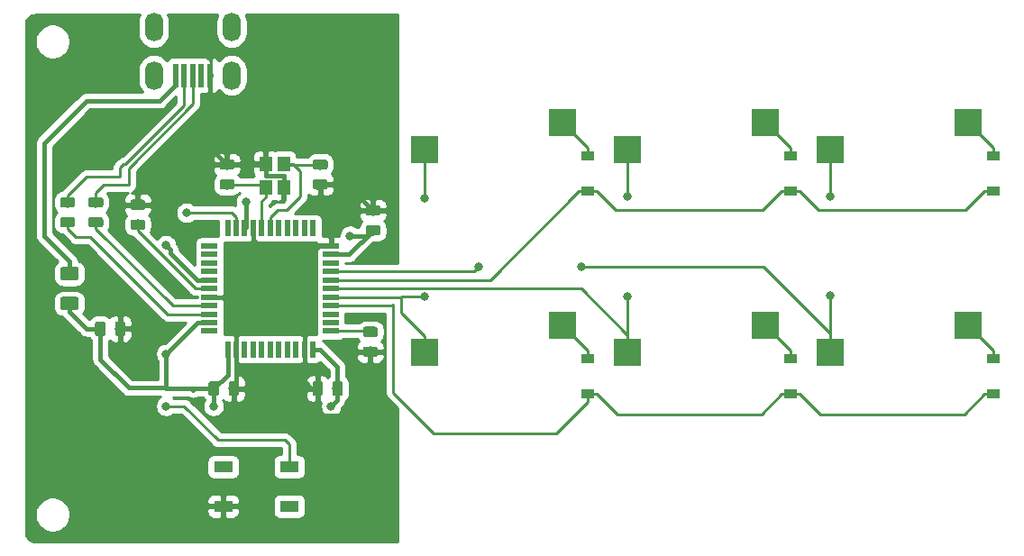
<source format=gbl>
G04 #@! TF.GenerationSoftware,KiCad,Pcbnew,(5.1.4)-1*
G04 #@! TF.CreationDate,2023-06-03T18:00:42-07:00*
G04 #@! TF.ProjectId,keypad,6b657970-6164-42e6-9b69-6361645f7063,rev?*
G04 #@! TF.SameCoordinates,Original*
G04 #@! TF.FileFunction,Copper,L2,Bot*
G04 #@! TF.FilePolarity,Positive*
%FSLAX46Y46*%
G04 Gerber Fmt 4.6, Leading zero omitted, Abs format (unit mm)*
G04 Created by KiCad (PCBNEW (5.1.4)-1) date 2023-06-03 18:00:42*
%MOMM*%
%LPD*%
G04 APERTURE LIST*
%ADD10R,1.200000X1.400000*%
%ADD11O,1.700000X2.700000*%
%ADD12R,0.500000X2.250000*%
%ADD13R,0.550000X1.500000*%
%ADD14R,1.500000X0.550000*%
%ADD15R,1.800000X1.100000*%
%ADD16C,0.100000*%
%ADD17C,0.975000*%
%ADD18R,2.550000X2.500000*%
%ADD19C,1.250000*%
%ADD20R,1.200000X0.900000*%
%ADD21C,0.800000*%
%ADD22C,0.381000*%
%ADD23C,0.254000*%
G04 APERTURE END LIST*
D10*
X185117000Y-110703000D03*
X185117000Y-112903000D03*
X186817000Y-112903000D03*
X186817000Y-110703000D03*
D11*
X174625000Y-97893750D03*
X181925000Y-97893750D03*
X181925000Y-102393750D03*
X174625000Y-102393750D03*
D12*
X176675000Y-102393750D03*
X177475000Y-102393750D03*
X178275000Y-102393750D03*
X179075000Y-102393750D03*
X179875000Y-102393750D03*
D13*
X181547000Y-128128000D03*
X182347000Y-128128000D03*
X183147000Y-128128000D03*
X183947000Y-128128000D03*
X184747000Y-128128000D03*
X185547000Y-128128000D03*
X186347000Y-128128000D03*
X187147000Y-128128000D03*
X187947000Y-128128000D03*
X188747000Y-128128000D03*
X189547000Y-128128000D03*
D14*
X191247000Y-126428000D03*
X191247000Y-125628000D03*
X191247000Y-124828000D03*
X191247000Y-124028000D03*
X191247000Y-123228000D03*
X191247000Y-122428000D03*
X191247000Y-121628000D03*
X191247000Y-120828000D03*
X191247000Y-120028000D03*
X191247000Y-119228000D03*
X191247000Y-118428000D03*
D13*
X189547000Y-116728000D03*
X188747000Y-116728000D03*
X187947000Y-116728000D03*
X187147000Y-116728000D03*
X186347000Y-116728000D03*
X185547000Y-116728000D03*
X184747000Y-116728000D03*
X183947000Y-116728000D03*
X183147000Y-116728000D03*
X182347000Y-116728000D03*
X181547000Y-116728000D03*
D14*
X179847000Y-118428000D03*
X179847000Y-119228000D03*
X179847000Y-120028000D03*
X179847000Y-120828000D03*
X179847000Y-121628000D03*
X179847000Y-122428000D03*
X179847000Y-123228000D03*
X179847000Y-124028000D03*
X179847000Y-124828000D03*
X179847000Y-125628000D03*
X179847000Y-126428000D03*
D15*
X187325000Y-142875000D03*
X181125000Y-139175000D03*
X187325000Y-139175000D03*
X181125000Y-142875000D03*
D16*
G36*
X195425142Y-126005674D02*
G01*
X195448803Y-126009184D01*
X195472007Y-126014996D01*
X195494529Y-126023054D01*
X195516153Y-126033282D01*
X195536670Y-126045579D01*
X195555883Y-126059829D01*
X195573607Y-126075893D01*
X195589671Y-126093617D01*
X195603921Y-126112830D01*
X195616218Y-126133347D01*
X195626446Y-126154971D01*
X195634504Y-126177493D01*
X195640316Y-126200697D01*
X195643826Y-126224358D01*
X195645000Y-126248250D01*
X195645000Y-126735750D01*
X195643826Y-126759642D01*
X195640316Y-126783303D01*
X195634504Y-126806507D01*
X195626446Y-126829029D01*
X195616218Y-126850653D01*
X195603921Y-126871170D01*
X195589671Y-126890383D01*
X195573607Y-126908107D01*
X195555883Y-126924171D01*
X195536670Y-126938421D01*
X195516153Y-126950718D01*
X195494529Y-126960946D01*
X195472007Y-126969004D01*
X195448803Y-126974816D01*
X195425142Y-126978326D01*
X195401250Y-126979500D01*
X194488750Y-126979500D01*
X194464858Y-126978326D01*
X194441197Y-126974816D01*
X194417993Y-126969004D01*
X194395471Y-126960946D01*
X194373847Y-126950718D01*
X194353330Y-126938421D01*
X194334117Y-126924171D01*
X194316393Y-126908107D01*
X194300329Y-126890383D01*
X194286079Y-126871170D01*
X194273782Y-126850653D01*
X194263554Y-126829029D01*
X194255496Y-126806507D01*
X194249684Y-126783303D01*
X194246174Y-126759642D01*
X194245000Y-126735750D01*
X194245000Y-126248250D01*
X194246174Y-126224358D01*
X194249684Y-126200697D01*
X194255496Y-126177493D01*
X194263554Y-126154971D01*
X194273782Y-126133347D01*
X194286079Y-126112830D01*
X194300329Y-126093617D01*
X194316393Y-126075893D01*
X194334117Y-126059829D01*
X194353330Y-126045579D01*
X194373847Y-126033282D01*
X194395471Y-126023054D01*
X194417993Y-126014996D01*
X194441197Y-126009184D01*
X194464858Y-126005674D01*
X194488750Y-126004500D01*
X195401250Y-126004500D01*
X195425142Y-126005674D01*
X195425142Y-126005674D01*
G37*
D17*
X194945000Y-126492000D03*
D16*
G36*
X195425142Y-127880674D02*
G01*
X195448803Y-127884184D01*
X195472007Y-127889996D01*
X195494529Y-127898054D01*
X195516153Y-127908282D01*
X195536670Y-127920579D01*
X195555883Y-127934829D01*
X195573607Y-127950893D01*
X195589671Y-127968617D01*
X195603921Y-127987830D01*
X195616218Y-128008347D01*
X195626446Y-128029971D01*
X195634504Y-128052493D01*
X195640316Y-128075697D01*
X195643826Y-128099358D01*
X195645000Y-128123250D01*
X195645000Y-128610750D01*
X195643826Y-128634642D01*
X195640316Y-128658303D01*
X195634504Y-128681507D01*
X195626446Y-128704029D01*
X195616218Y-128725653D01*
X195603921Y-128746170D01*
X195589671Y-128765383D01*
X195573607Y-128783107D01*
X195555883Y-128799171D01*
X195536670Y-128813421D01*
X195516153Y-128825718D01*
X195494529Y-128835946D01*
X195472007Y-128844004D01*
X195448803Y-128849816D01*
X195425142Y-128853326D01*
X195401250Y-128854500D01*
X194488750Y-128854500D01*
X194464858Y-128853326D01*
X194441197Y-128849816D01*
X194417993Y-128844004D01*
X194395471Y-128835946D01*
X194373847Y-128825718D01*
X194353330Y-128813421D01*
X194334117Y-128799171D01*
X194316393Y-128783107D01*
X194300329Y-128765383D01*
X194286079Y-128746170D01*
X194273782Y-128725653D01*
X194263554Y-128704029D01*
X194255496Y-128681507D01*
X194249684Y-128658303D01*
X194246174Y-128634642D01*
X194245000Y-128610750D01*
X194245000Y-128123250D01*
X194246174Y-128099358D01*
X194249684Y-128075697D01*
X194255496Y-128052493D01*
X194263554Y-128029971D01*
X194273782Y-128008347D01*
X194286079Y-127987830D01*
X194300329Y-127968617D01*
X194316393Y-127950893D01*
X194334117Y-127934829D01*
X194353330Y-127920579D01*
X194373847Y-127908282D01*
X194395471Y-127898054D01*
X194417993Y-127889996D01*
X194441197Y-127884184D01*
X194464858Y-127880674D01*
X194488750Y-127879500D01*
X195401250Y-127879500D01*
X195425142Y-127880674D01*
X195425142Y-127880674D01*
G37*
D17*
X194945000Y-128367000D03*
D16*
G36*
X169644142Y-113843674D02*
G01*
X169667803Y-113847184D01*
X169691007Y-113852996D01*
X169713529Y-113861054D01*
X169735153Y-113871282D01*
X169755670Y-113883579D01*
X169774883Y-113897829D01*
X169792607Y-113913893D01*
X169808671Y-113931617D01*
X169822921Y-113950830D01*
X169835218Y-113971347D01*
X169845446Y-113992971D01*
X169853504Y-114015493D01*
X169859316Y-114038697D01*
X169862826Y-114062358D01*
X169864000Y-114086250D01*
X169864000Y-114573750D01*
X169862826Y-114597642D01*
X169859316Y-114621303D01*
X169853504Y-114644507D01*
X169845446Y-114667029D01*
X169835218Y-114688653D01*
X169822921Y-114709170D01*
X169808671Y-114728383D01*
X169792607Y-114746107D01*
X169774883Y-114762171D01*
X169755670Y-114776421D01*
X169735153Y-114788718D01*
X169713529Y-114798946D01*
X169691007Y-114807004D01*
X169667803Y-114812816D01*
X169644142Y-114816326D01*
X169620250Y-114817500D01*
X168707750Y-114817500D01*
X168683858Y-114816326D01*
X168660197Y-114812816D01*
X168636993Y-114807004D01*
X168614471Y-114798946D01*
X168592847Y-114788718D01*
X168572330Y-114776421D01*
X168553117Y-114762171D01*
X168535393Y-114746107D01*
X168519329Y-114728383D01*
X168505079Y-114709170D01*
X168492782Y-114688653D01*
X168482554Y-114667029D01*
X168474496Y-114644507D01*
X168468684Y-114621303D01*
X168465174Y-114597642D01*
X168464000Y-114573750D01*
X168464000Y-114086250D01*
X168465174Y-114062358D01*
X168468684Y-114038697D01*
X168474496Y-114015493D01*
X168482554Y-113992971D01*
X168492782Y-113971347D01*
X168505079Y-113950830D01*
X168519329Y-113931617D01*
X168535393Y-113913893D01*
X168553117Y-113897829D01*
X168572330Y-113883579D01*
X168592847Y-113871282D01*
X168614471Y-113861054D01*
X168636993Y-113852996D01*
X168660197Y-113847184D01*
X168683858Y-113843674D01*
X168707750Y-113842500D01*
X169620250Y-113842500D01*
X169644142Y-113843674D01*
X169644142Y-113843674D01*
G37*
D17*
X169164000Y-114330000D03*
D16*
G36*
X169644142Y-115718674D02*
G01*
X169667803Y-115722184D01*
X169691007Y-115727996D01*
X169713529Y-115736054D01*
X169735153Y-115746282D01*
X169755670Y-115758579D01*
X169774883Y-115772829D01*
X169792607Y-115788893D01*
X169808671Y-115806617D01*
X169822921Y-115825830D01*
X169835218Y-115846347D01*
X169845446Y-115867971D01*
X169853504Y-115890493D01*
X169859316Y-115913697D01*
X169862826Y-115937358D01*
X169864000Y-115961250D01*
X169864000Y-116448750D01*
X169862826Y-116472642D01*
X169859316Y-116496303D01*
X169853504Y-116519507D01*
X169845446Y-116542029D01*
X169835218Y-116563653D01*
X169822921Y-116584170D01*
X169808671Y-116603383D01*
X169792607Y-116621107D01*
X169774883Y-116637171D01*
X169755670Y-116651421D01*
X169735153Y-116663718D01*
X169713529Y-116673946D01*
X169691007Y-116682004D01*
X169667803Y-116687816D01*
X169644142Y-116691326D01*
X169620250Y-116692500D01*
X168707750Y-116692500D01*
X168683858Y-116691326D01*
X168660197Y-116687816D01*
X168636993Y-116682004D01*
X168614471Y-116673946D01*
X168592847Y-116663718D01*
X168572330Y-116651421D01*
X168553117Y-116637171D01*
X168535393Y-116621107D01*
X168519329Y-116603383D01*
X168505079Y-116584170D01*
X168492782Y-116563653D01*
X168482554Y-116542029D01*
X168474496Y-116519507D01*
X168468684Y-116496303D01*
X168465174Y-116472642D01*
X168464000Y-116448750D01*
X168464000Y-115961250D01*
X168465174Y-115937358D01*
X168468684Y-115913697D01*
X168474496Y-115890493D01*
X168482554Y-115867971D01*
X168492782Y-115846347D01*
X168505079Y-115825830D01*
X168519329Y-115806617D01*
X168535393Y-115788893D01*
X168553117Y-115772829D01*
X168572330Y-115758579D01*
X168592847Y-115746282D01*
X168614471Y-115736054D01*
X168636993Y-115727996D01*
X168660197Y-115722184D01*
X168683858Y-115718674D01*
X168707750Y-115717500D01*
X169620250Y-115717500D01*
X169644142Y-115718674D01*
X169644142Y-115718674D01*
G37*
D17*
X169164000Y-116205000D03*
D16*
G36*
X166977142Y-113843674D02*
G01*
X167000803Y-113847184D01*
X167024007Y-113852996D01*
X167046529Y-113861054D01*
X167068153Y-113871282D01*
X167088670Y-113883579D01*
X167107883Y-113897829D01*
X167125607Y-113913893D01*
X167141671Y-113931617D01*
X167155921Y-113950830D01*
X167168218Y-113971347D01*
X167178446Y-113992971D01*
X167186504Y-114015493D01*
X167192316Y-114038697D01*
X167195826Y-114062358D01*
X167197000Y-114086250D01*
X167197000Y-114573750D01*
X167195826Y-114597642D01*
X167192316Y-114621303D01*
X167186504Y-114644507D01*
X167178446Y-114667029D01*
X167168218Y-114688653D01*
X167155921Y-114709170D01*
X167141671Y-114728383D01*
X167125607Y-114746107D01*
X167107883Y-114762171D01*
X167088670Y-114776421D01*
X167068153Y-114788718D01*
X167046529Y-114798946D01*
X167024007Y-114807004D01*
X167000803Y-114812816D01*
X166977142Y-114816326D01*
X166953250Y-114817500D01*
X166040750Y-114817500D01*
X166016858Y-114816326D01*
X165993197Y-114812816D01*
X165969993Y-114807004D01*
X165947471Y-114798946D01*
X165925847Y-114788718D01*
X165905330Y-114776421D01*
X165886117Y-114762171D01*
X165868393Y-114746107D01*
X165852329Y-114728383D01*
X165838079Y-114709170D01*
X165825782Y-114688653D01*
X165815554Y-114667029D01*
X165807496Y-114644507D01*
X165801684Y-114621303D01*
X165798174Y-114597642D01*
X165797000Y-114573750D01*
X165797000Y-114086250D01*
X165798174Y-114062358D01*
X165801684Y-114038697D01*
X165807496Y-114015493D01*
X165815554Y-113992971D01*
X165825782Y-113971347D01*
X165838079Y-113950830D01*
X165852329Y-113931617D01*
X165868393Y-113913893D01*
X165886117Y-113897829D01*
X165905330Y-113883579D01*
X165925847Y-113871282D01*
X165947471Y-113861054D01*
X165969993Y-113852996D01*
X165993197Y-113847184D01*
X166016858Y-113843674D01*
X166040750Y-113842500D01*
X166953250Y-113842500D01*
X166977142Y-113843674D01*
X166977142Y-113843674D01*
G37*
D17*
X166497000Y-114330000D03*
D16*
G36*
X166977142Y-115718674D02*
G01*
X167000803Y-115722184D01*
X167024007Y-115727996D01*
X167046529Y-115736054D01*
X167068153Y-115746282D01*
X167088670Y-115758579D01*
X167107883Y-115772829D01*
X167125607Y-115788893D01*
X167141671Y-115806617D01*
X167155921Y-115825830D01*
X167168218Y-115846347D01*
X167178446Y-115867971D01*
X167186504Y-115890493D01*
X167192316Y-115913697D01*
X167195826Y-115937358D01*
X167197000Y-115961250D01*
X167197000Y-116448750D01*
X167195826Y-116472642D01*
X167192316Y-116496303D01*
X167186504Y-116519507D01*
X167178446Y-116542029D01*
X167168218Y-116563653D01*
X167155921Y-116584170D01*
X167141671Y-116603383D01*
X167125607Y-116621107D01*
X167107883Y-116637171D01*
X167088670Y-116651421D01*
X167068153Y-116663718D01*
X167046529Y-116673946D01*
X167024007Y-116682004D01*
X167000803Y-116687816D01*
X166977142Y-116691326D01*
X166953250Y-116692500D01*
X166040750Y-116692500D01*
X166016858Y-116691326D01*
X165993197Y-116687816D01*
X165969993Y-116682004D01*
X165947471Y-116673946D01*
X165925847Y-116663718D01*
X165905330Y-116651421D01*
X165886117Y-116637171D01*
X165868393Y-116621107D01*
X165852329Y-116603383D01*
X165838079Y-116584170D01*
X165825782Y-116563653D01*
X165815554Y-116542029D01*
X165807496Y-116519507D01*
X165801684Y-116496303D01*
X165798174Y-116472642D01*
X165797000Y-116448750D01*
X165797000Y-115961250D01*
X165798174Y-115937358D01*
X165801684Y-115913697D01*
X165807496Y-115890493D01*
X165815554Y-115867971D01*
X165825782Y-115846347D01*
X165838079Y-115825830D01*
X165852329Y-115806617D01*
X165868393Y-115788893D01*
X165886117Y-115772829D01*
X165905330Y-115758579D01*
X165925847Y-115746282D01*
X165947471Y-115736054D01*
X165969993Y-115727996D01*
X165993197Y-115722184D01*
X166016858Y-115718674D01*
X166040750Y-115717500D01*
X166953250Y-115717500D01*
X166977142Y-115718674D01*
X166977142Y-115718674D01*
G37*
D17*
X166497000Y-116205000D03*
D18*
X251110750Y-125888750D03*
X238183750Y-128428750D03*
X251110750Y-106838750D03*
X238183750Y-109378750D03*
X232060750Y-125888750D03*
X219133750Y-128428750D03*
X232060750Y-106838750D03*
X219133750Y-109378750D03*
X213010750Y-125888750D03*
X200083750Y-128428750D03*
X213010750Y-106838750D03*
X200083750Y-109378750D03*
D16*
G36*
X167337004Y-120401204D02*
G01*
X167361273Y-120404804D01*
X167385071Y-120410765D01*
X167408171Y-120419030D01*
X167430349Y-120429520D01*
X167451393Y-120442133D01*
X167471098Y-120456747D01*
X167489277Y-120473223D01*
X167505753Y-120491402D01*
X167520367Y-120511107D01*
X167532980Y-120532151D01*
X167543470Y-120554329D01*
X167551735Y-120577429D01*
X167557696Y-120601227D01*
X167561296Y-120625496D01*
X167562500Y-120650000D01*
X167562500Y-121400000D01*
X167561296Y-121424504D01*
X167557696Y-121448773D01*
X167551735Y-121472571D01*
X167543470Y-121495671D01*
X167532980Y-121517849D01*
X167520367Y-121538893D01*
X167505753Y-121558598D01*
X167489277Y-121576777D01*
X167471098Y-121593253D01*
X167451393Y-121607867D01*
X167430349Y-121620480D01*
X167408171Y-121630970D01*
X167385071Y-121639235D01*
X167361273Y-121645196D01*
X167337004Y-121648796D01*
X167312500Y-121650000D01*
X166062500Y-121650000D01*
X166037996Y-121648796D01*
X166013727Y-121645196D01*
X165989929Y-121639235D01*
X165966829Y-121630970D01*
X165944651Y-121620480D01*
X165923607Y-121607867D01*
X165903902Y-121593253D01*
X165885723Y-121576777D01*
X165869247Y-121558598D01*
X165854633Y-121538893D01*
X165842020Y-121517849D01*
X165831530Y-121495671D01*
X165823265Y-121472571D01*
X165817304Y-121448773D01*
X165813704Y-121424504D01*
X165812500Y-121400000D01*
X165812500Y-120650000D01*
X165813704Y-120625496D01*
X165817304Y-120601227D01*
X165823265Y-120577429D01*
X165831530Y-120554329D01*
X165842020Y-120532151D01*
X165854633Y-120511107D01*
X165869247Y-120491402D01*
X165885723Y-120473223D01*
X165903902Y-120456747D01*
X165923607Y-120442133D01*
X165944651Y-120429520D01*
X165966829Y-120419030D01*
X165989929Y-120410765D01*
X166013727Y-120404804D01*
X166037996Y-120401204D01*
X166062500Y-120400000D01*
X167312500Y-120400000D01*
X167337004Y-120401204D01*
X167337004Y-120401204D01*
G37*
D19*
X166687500Y-121025000D03*
D16*
G36*
X167337004Y-123201204D02*
G01*
X167361273Y-123204804D01*
X167385071Y-123210765D01*
X167408171Y-123219030D01*
X167430349Y-123229520D01*
X167451393Y-123242133D01*
X167471098Y-123256747D01*
X167489277Y-123273223D01*
X167505753Y-123291402D01*
X167520367Y-123311107D01*
X167532980Y-123332151D01*
X167543470Y-123354329D01*
X167551735Y-123377429D01*
X167557696Y-123401227D01*
X167561296Y-123425496D01*
X167562500Y-123450000D01*
X167562500Y-124200000D01*
X167561296Y-124224504D01*
X167557696Y-124248773D01*
X167551735Y-124272571D01*
X167543470Y-124295671D01*
X167532980Y-124317849D01*
X167520367Y-124338893D01*
X167505753Y-124358598D01*
X167489277Y-124376777D01*
X167471098Y-124393253D01*
X167451393Y-124407867D01*
X167430349Y-124420480D01*
X167408171Y-124430970D01*
X167385071Y-124439235D01*
X167361273Y-124445196D01*
X167337004Y-124448796D01*
X167312500Y-124450000D01*
X166062500Y-124450000D01*
X166037996Y-124448796D01*
X166013727Y-124445196D01*
X165989929Y-124439235D01*
X165966829Y-124430970D01*
X165944651Y-124420480D01*
X165923607Y-124407867D01*
X165903902Y-124393253D01*
X165885723Y-124376777D01*
X165869247Y-124358598D01*
X165854633Y-124338893D01*
X165842020Y-124317849D01*
X165831530Y-124295671D01*
X165823265Y-124272571D01*
X165817304Y-124248773D01*
X165813704Y-124224504D01*
X165812500Y-124200000D01*
X165812500Y-123450000D01*
X165813704Y-123425496D01*
X165817304Y-123401227D01*
X165823265Y-123377429D01*
X165831530Y-123354329D01*
X165842020Y-123332151D01*
X165854633Y-123311107D01*
X165869247Y-123291402D01*
X165885723Y-123273223D01*
X165903902Y-123256747D01*
X165923607Y-123242133D01*
X165944651Y-123229520D01*
X165966829Y-123219030D01*
X165989929Y-123210765D01*
X166013727Y-123204804D01*
X166037996Y-123201204D01*
X166062500Y-123200000D01*
X167312500Y-123200000D01*
X167337004Y-123201204D01*
X167337004Y-123201204D01*
G37*
D19*
X166687500Y-123825000D03*
D20*
X253492000Y-129033000D03*
X253492000Y-132333000D03*
X253492000Y-109982000D03*
X253492000Y-113282000D03*
X234442000Y-129033000D03*
X234442000Y-132333000D03*
X234442000Y-109983000D03*
X234442000Y-113283000D03*
X215392000Y-129033000D03*
X215392000Y-132333000D03*
X215392000Y-109982000D03*
X215392000Y-113282000D03*
D16*
G36*
X173581142Y-114067674D02*
G01*
X173604803Y-114071184D01*
X173628007Y-114076996D01*
X173650529Y-114085054D01*
X173672153Y-114095282D01*
X173692670Y-114107579D01*
X173711883Y-114121829D01*
X173729607Y-114137893D01*
X173745671Y-114155617D01*
X173759921Y-114174830D01*
X173772218Y-114195347D01*
X173782446Y-114216971D01*
X173790504Y-114239493D01*
X173796316Y-114262697D01*
X173799826Y-114286358D01*
X173801000Y-114310250D01*
X173801000Y-114797750D01*
X173799826Y-114821642D01*
X173796316Y-114845303D01*
X173790504Y-114868507D01*
X173782446Y-114891029D01*
X173772218Y-114912653D01*
X173759921Y-114933170D01*
X173745671Y-114952383D01*
X173729607Y-114970107D01*
X173711883Y-114986171D01*
X173692670Y-115000421D01*
X173672153Y-115012718D01*
X173650529Y-115022946D01*
X173628007Y-115031004D01*
X173604803Y-115036816D01*
X173581142Y-115040326D01*
X173557250Y-115041500D01*
X172644750Y-115041500D01*
X172620858Y-115040326D01*
X172597197Y-115036816D01*
X172573993Y-115031004D01*
X172551471Y-115022946D01*
X172529847Y-115012718D01*
X172509330Y-115000421D01*
X172490117Y-114986171D01*
X172472393Y-114970107D01*
X172456329Y-114952383D01*
X172442079Y-114933170D01*
X172429782Y-114912653D01*
X172419554Y-114891029D01*
X172411496Y-114868507D01*
X172405684Y-114845303D01*
X172402174Y-114821642D01*
X172401000Y-114797750D01*
X172401000Y-114310250D01*
X172402174Y-114286358D01*
X172405684Y-114262697D01*
X172411496Y-114239493D01*
X172419554Y-114216971D01*
X172429782Y-114195347D01*
X172442079Y-114174830D01*
X172456329Y-114155617D01*
X172472393Y-114137893D01*
X172490117Y-114121829D01*
X172509330Y-114107579D01*
X172529847Y-114095282D01*
X172551471Y-114085054D01*
X172573993Y-114076996D01*
X172597197Y-114071184D01*
X172620858Y-114067674D01*
X172644750Y-114066500D01*
X173557250Y-114066500D01*
X173581142Y-114067674D01*
X173581142Y-114067674D01*
G37*
D17*
X173101000Y-114554000D03*
D16*
G36*
X173581142Y-115942674D02*
G01*
X173604803Y-115946184D01*
X173628007Y-115951996D01*
X173650529Y-115960054D01*
X173672153Y-115970282D01*
X173692670Y-115982579D01*
X173711883Y-115996829D01*
X173729607Y-116012893D01*
X173745671Y-116030617D01*
X173759921Y-116049830D01*
X173772218Y-116070347D01*
X173782446Y-116091971D01*
X173790504Y-116114493D01*
X173796316Y-116137697D01*
X173799826Y-116161358D01*
X173801000Y-116185250D01*
X173801000Y-116672750D01*
X173799826Y-116696642D01*
X173796316Y-116720303D01*
X173790504Y-116743507D01*
X173782446Y-116766029D01*
X173772218Y-116787653D01*
X173759921Y-116808170D01*
X173745671Y-116827383D01*
X173729607Y-116845107D01*
X173711883Y-116861171D01*
X173692670Y-116875421D01*
X173672153Y-116887718D01*
X173650529Y-116897946D01*
X173628007Y-116906004D01*
X173604803Y-116911816D01*
X173581142Y-116915326D01*
X173557250Y-116916500D01*
X172644750Y-116916500D01*
X172620858Y-116915326D01*
X172597197Y-116911816D01*
X172573993Y-116906004D01*
X172551471Y-116897946D01*
X172529847Y-116887718D01*
X172509330Y-116875421D01*
X172490117Y-116861171D01*
X172472393Y-116845107D01*
X172456329Y-116827383D01*
X172442079Y-116808170D01*
X172429782Y-116787653D01*
X172419554Y-116766029D01*
X172411496Y-116743507D01*
X172405684Y-116720303D01*
X172402174Y-116696642D01*
X172401000Y-116672750D01*
X172401000Y-116185250D01*
X172402174Y-116161358D01*
X172405684Y-116137697D01*
X172411496Y-116114493D01*
X172419554Y-116091971D01*
X172429782Y-116070347D01*
X172442079Y-116049830D01*
X172456329Y-116030617D01*
X172472393Y-116012893D01*
X172490117Y-115996829D01*
X172509330Y-115982579D01*
X172529847Y-115970282D01*
X172551471Y-115960054D01*
X172573993Y-115951996D01*
X172597197Y-115946184D01*
X172620858Y-115942674D01*
X172644750Y-115941500D01*
X173557250Y-115941500D01*
X173581142Y-115942674D01*
X173581142Y-115942674D01*
G37*
D17*
X173101000Y-116429000D03*
D16*
G36*
X171717642Y-125507424D02*
G01*
X171741303Y-125510934D01*
X171764507Y-125516746D01*
X171787029Y-125524804D01*
X171808653Y-125535032D01*
X171829170Y-125547329D01*
X171848383Y-125561579D01*
X171866107Y-125577643D01*
X171882171Y-125595367D01*
X171896421Y-125614580D01*
X171908718Y-125635097D01*
X171918946Y-125656721D01*
X171927004Y-125679243D01*
X171932816Y-125702447D01*
X171936326Y-125726108D01*
X171937500Y-125750000D01*
X171937500Y-126662500D01*
X171936326Y-126686392D01*
X171932816Y-126710053D01*
X171927004Y-126733257D01*
X171918946Y-126755779D01*
X171908718Y-126777403D01*
X171896421Y-126797920D01*
X171882171Y-126817133D01*
X171866107Y-126834857D01*
X171848383Y-126850921D01*
X171829170Y-126865171D01*
X171808653Y-126877468D01*
X171787029Y-126887696D01*
X171764507Y-126895754D01*
X171741303Y-126901566D01*
X171717642Y-126905076D01*
X171693750Y-126906250D01*
X171206250Y-126906250D01*
X171182358Y-126905076D01*
X171158697Y-126901566D01*
X171135493Y-126895754D01*
X171112971Y-126887696D01*
X171091347Y-126877468D01*
X171070830Y-126865171D01*
X171051617Y-126850921D01*
X171033893Y-126834857D01*
X171017829Y-126817133D01*
X171003579Y-126797920D01*
X170991282Y-126777403D01*
X170981054Y-126755779D01*
X170972996Y-126733257D01*
X170967184Y-126710053D01*
X170963674Y-126686392D01*
X170962500Y-126662500D01*
X170962500Y-125750000D01*
X170963674Y-125726108D01*
X170967184Y-125702447D01*
X170972996Y-125679243D01*
X170981054Y-125656721D01*
X170991282Y-125635097D01*
X171003579Y-125614580D01*
X171017829Y-125595367D01*
X171033893Y-125577643D01*
X171051617Y-125561579D01*
X171070830Y-125547329D01*
X171091347Y-125535032D01*
X171112971Y-125524804D01*
X171135493Y-125516746D01*
X171158697Y-125510934D01*
X171182358Y-125507424D01*
X171206250Y-125506250D01*
X171693750Y-125506250D01*
X171717642Y-125507424D01*
X171717642Y-125507424D01*
G37*
D17*
X171450000Y-126206250D03*
D16*
G36*
X169842642Y-125507424D02*
G01*
X169866303Y-125510934D01*
X169889507Y-125516746D01*
X169912029Y-125524804D01*
X169933653Y-125535032D01*
X169954170Y-125547329D01*
X169973383Y-125561579D01*
X169991107Y-125577643D01*
X170007171Y-125595367D01*
X170021421Y-125614580D01*
X170033718Y-125635097D01*
X170043946Y-125656721D01*
X170052004Y-125679243D01*
X170057816Y-125702447D01*
X170061326Y-125726108D01*
X170062500Y-125750000D01*
X170062500Y-126662500D01*
X170061326Y-126686392D01*
X170057816Y-126710053D01*
X170052004Y-126733257D01*
X170043946Y-126755779D01*
X170033718Y-126777403D01*
X170021421Y-126797920D01*
X170007171Y-126817133D01*
X169991107Y-126834857D01*
X169973383Y-126850921D01*
X169954170Y-126865171D01*
X169933653Y-126877468D01*
X169912029Y-126887696D01*
X169889507Y-126895754D01*
X169866303Y-126901566D01*
X169842642Y-126905076D01*
X169818750Y-126906250D01*
X169331250Y-126906250D01*
X169307358Y-126905076D01*
X169283697Y-126901566D01*
X169260493Y-126895754D01*
X169237971Y-126887696D01*
X169216347Y-126877468D01*
X169195830Y-126865171D01*
X169176617Y-126850921D01*
X169158893Y-126834857D01*
X169142829Y-126817133D01*
X169128579Y-126797920D01*
X169116282Y-126777403D01*
X169106054Y-126755779D01*
X169097996Y-126733257D01*
X169092184Y-126710053D01*
X169088674Y-126686392D01*
X169087500Y-126662500D01*
X169087500Y-125750000D01*
X169088674Y-125726108D01*
X169092184Y-125702447D01*
X169097996Y-125679243D01*
X169106054Y-125656721D01*
X169116282Y-125635097D01*
X169128579Y-125614580D01*
X169142829Y-125595367D01*
X169158893Y-125577643D01*
X169176617Y-125561579D01*
X169195830Y-125547329D01*
X169216347Y-125535032D01*
X169237971Y-125524804D01*
X169260493Y-125516746D01*
X169283697Y-125510934D01*
X169307358Y-125507424D01*
X169331250Y-125506250D01*
X169818750Y-125506250D01*
X169842642Y-125507424D01*
X169842642Y-125507424D01*
G37*
D17*
X169575000Y-126206250D03*
D16*
G36*
X190259642Y-131127174D02*
G01*
X190283303Y-131130684D01*
X190306507Y-131136496D01*
X190329029Y-131144554D01*
X190350653Y-131154782D01*
X190371170Y-131167079D01*
X190390383Y-131181329D01*
X190408107Y-131197393D01*
X190424171Y-131215117D01*
X190438421Y-131234330D01*
X190450718Y-131254847D01*
X190460946Y-131276471D01*
X190469004Y-131298993D01*
X190474816Y-131322197D01*
X190478326Y-131345858D01*
X190479500Y-131369750D01*
X190479500Y-132282250D01*
X190478326Y-132306142D01*
X190474816Y-132329803D01*
X190469004Y-132353007D01*
X190460946Y-132375529D01*
X190450718Y-132397153D01*
X190438421Y-132417670D01*
X190424171Y-132436883D01*
X190408107Y-132454607D01*
X190390383Y-132470671D01*
X190371170Y-132484921D01*
X190350653Y-132497218D01*
X190329029Y-132507446D01*
X190306507Y-132515504D01*
X190283303Y-132521316D01*
X190259642Y-132524826D01*
X190235750Y-132526000D01*
X189748250Y-132526000D01*
X189724358Y-132524826D01*
X189700697Y-132521316D01*
X189677493Y-132515504D01*
X189654971Y-132507446D01*
X189633347Y-132497218D01*
X189612830Y-132484921D01*
X189593617Y-132470671D01*
X189575893Y-132454607D01*
X189559829Y-132436883D01*
X189545579Y-132417670D01*
X189533282Y-132397153D01*
X189523054Y-132375529D01*
X189514996Y-132353007D01*
X189509184Y-132329803D01*
X189505674Y-132306142D01*
X189504500Y-132282250D01*
X189504500Y-131369750D01*
X189505674Y-131345858D01*
X189509184Y-131322197D01*
X189514996Y-131298993D01*
X189523054Y-131276471D01*
X189533282Y-131254847D01*
X189545579Y-131234330D01*
X189559829Y-131215117D01*
X189575893Y-131197393D01*
X189593617Y-131181329D01*
X189612830Y-131167079D01*
X189633347Y-131154782D01*
X189654971Y-131144554D01*
X189677493Y-131136496D01*
X189700697Y-131130684D01*
X189724358Y-131127174D01*
X189748250Y-131126000D01*
X190235750Y-131126000D01*
X190259642Y-131127174D01*
X190259642Y-131127174D01*
G37*
D17*
X189992000Y-131826000D03*
D16*
G36*
X192134642Y-131127174D02*
G01*
X192158303Y-131130684D01*
X192181507Y-131136496D01*
X192204029Y-131144554D01*
X192225653Y-131154782D01*
X192246170Y-131167079D01*
X192265383Y-131181329D01*
X192283107Y-131197393D01*
X192299171Y-131215117D01*
X192313421Y-131234330D01*
X192325718Y-131254847D01*
X192335946Y-131276471D01*
X192344004Y-131298993D01*
X192349816Y-131322197D01*
X192353326Y-131345858D01*
X192354500Y-131369750D01*
X192354500Y-132282250D01*
X192353326Y-132306142D01*
X192349816Y-132329803D01*
X192344004Y-132353007D01*
X192335946Y-132375529D01*
X192325718Y-132397153D01*
X192313421Y-132417670D01*
X192299171Y-132436883D01*
X192283107Y-132454607D01*
X192265383Y-132470671D01*
X192246170Y-132484921D01*
X192225653Y-132497218D01*
X192204029Y-132507446D01*
X192181507Y-132515504D01*
X192158303Y-132521316D01*
X192134642Y-132524826D01*
X192110750Y-132526000D01*
X191623250Y-132526000D01*
X191599358Y-132524826D01*
X191575697Y-132521316D01*
X191552493Y-132515504D01*
X191529971Y-132507446D01*
X191508347Y-132497218D01*
X191487830Y-132484921D01*
X191468617Y-132470671D01*
X191450893Y-132454607D01*
X191434829Y-132436883D01*
X191420579Y-132417670D01*
X191408282Y-132397153D01*
X191398054Y-132375529D01*
X191389996Y-132353007D01*
X191384184Y-132329803D01*
X191380674Y-132306142D01*
X191379500Y-132282250D01*
X191379500Y-131369750D01*
X191380674Y-131345858D01*
X191384184Y-131322197D01*
X191389996Y-131298993D01*
X191398054Y-131276471D01*
X191408282Y-131254847D01*
X191420579Y-131234330D01*
X191434829Y-131215117D01*
X191450893Y-131197393D01*
X191468617Y-131181329D01*
X191487830Y-131167079D01*
X191508347Y-131154782D01*
X191529971Y-131144554D01*
X191552493Y-131136496D01*
X191575697Y-131130684D01*
X191599358Y-131127174D01*
X191623250Y-131126000D01*
X192110750Y-131126000D01*
X192134642Y-131127174D01*
X192134642Y-131127174D01*
G37*
D17*
X191867000Y-131826000D03*
D16*
G36*
X182385642Y-131127174D02*
G01*
X182409303Y-131130684D01*
X182432507Y-131136496D01*
X182455029Y-131144554D01*
X182476653Y-131154782D01*
X182497170Y-131167079D01*
X182516383Y-131181329D01*
X182534107Y-131197393D01*
X182550171Y-131215117D01*
X182564421Y-131234330D01*
X182576718Y-131254847D01*
X182586946Y-131276471D01*
X182595004Y-131298993D01*
X182600816Y-131322197D01*
X182604326Y-131345858D01*
X182605500Y-131369750D01*
X182605500Y-132282250D01*
X182604326Y-132306142D01*
X182600816Y-132329803D01*
X182595004Y-132353007D01*
X182586946Y-132375529D01*
X182576718Y-132397153D01*
X182564421Y-132417670D01*
X182550171Y-132436883D01*
X182534107Y-132454607D01*
X182516383Y-132470671D01*
X182497170Y-132484921D01*
X182476653Y-132497218D01*
X182455029Y-132507446D01*
X182432507Y-132515504D01*
X182409303Y-132521316D01*
X182385642Y-132524826D01*
X182361750Y-132526000D01*
X181874250Y-132526000D01*
X181850358Y-132524826D01*
X181826697Y-132521316D01*
X181803493Y-132515504D01*
X181780971Y-132507446D01*
X181759347Y-132497218D01*
X181738830Y-132484921D01*
X181719617Y-132470671D01*
X181701893Y-132454607D01*
X181685829Y-132436883D01*
X181671579Y-132417670D01*
X181659282Y-132397153D01*
X181649054Y-132375529D01*
X181640996Y-132353007D01*
X181635184Y-132329803D01*
X181631674Y-132306142D01*
X181630500Y-132282250D01*
X181630500Y-131369750D01*
X181631674Y-131345858D01*
X181635184Y-131322197D01*
X181640996Y-131298993D01*
X181649054Y-131276471D01*
X181659282Y-131254847D01*
X181671579Y-131234330D01*
X181685829Y-131215117D01*
X181701893Y-131197393D01*
X181719617Y-131181329D01*
X181738830Y-131167079D01*
X181759347Y-131154782D01*
X181780971Y-131144554D01*
X181803493Y-131136496D01*
X181826697Y-131130684D01*
X181850358Y-131127174D01*
X181874250Y-131126000D01*
X182361750Y-131126000D01*
X182385642Y-131127174D01*
X182385642Y-131127174D01*
G37*
D17*
X182118000Y-131826000D03*
D16*
G36*
X180510642Y-131127174D02*
G01*
X180534303Y-131130684D01*
X180557507Y-131136496D01*
X180580029Y-131144554D01*
X180601653Y-131154782D01*
X180622170Y-131167079D01*
X180641383Y-131181329D01*
X180659107Y-131197393D01*
X180675171Y-131215117D01*
X180689421Y-131234330D01*
X180701718Y-131254847D01*
X180711946Y-131276471D01*
X180720004Y-131298993D01*
X180725816Y-131322197D01*
X180729326Y-131345858D01*
X180730500Y-131369750D01*
X180730500Y-132282250D01*
X180729326Y-132306142D01*
X180725816Y-132329803D01*
X180720004Y-132353007D01*
X180711946Y-132375529D01*
X180701718Y-132397153D01*
X180689421Y-132417670D01*
X180675171Y-132436883D01*
X180659107Y-132454607D01*
X180641383Y-132470671D01*
X180622170Y-132484921D01*
X180601653Y-132497218D01*
X180580029Y-132507446D01*
X180557507Y-132515504D01*
X180534303Y-132521316D01*
X180510642Y-132524826D01*
X180486750Y-132526000D01*
X179999250Y-132526000D01*
X179975358Y-132524826D01*
X179951697Y-132521316D01*
X179928493Y-132515504D01*
X179905971Y-132507446D01*
X179884347Y-132497218D01*
X179863830Y-132484921D01*
X179844617Y-132470671D01*
X179826893Y-132454607D01*
X179810829Y-132436883D01*
X179796579Y-132417670D01*
X179784282Y-132397153D01*
X179774054Y-132375529D01*
X179765996Y-132353007D01*
X179760184Y-132329803D01*
X179756674Y-132306142D01*
X179755500Y-132282250D01*
X179755500Y-131369750D01*
X179756674Y-131345858D01*
X179760184Y-131322197D01*
X179765996Y-131298993D01*
X179774054Y-131276471D01*
X179784282Y-131254847D01*
X179796579Y-131234330D01*
X179810829Y-131215117D01*
X179826893Y-131197393D01*
X179844617Y-131181329D01*
X179863830Y-131167079D01*
X179884347Y-131154782D01*
X179905971Y-131144554D01*
X179928493Y-131136496D01*
X179951697Y-131130684D01*
X179975358Y-131127174D01*
X179999250Y-131126000D01*
X180486750Y-131126000D01*
X180510642Y-131127174D01*
X180510642Y-131127174D01*
G37*
D17*
X180243000Y-131826000D03*
D16*
G36*
X195679142Y-114605674D02*
G01*
X195702803Y-114609184D01*
X195726007Y-114614996D01*
X195748529Y-114623054D01*
X195770153Y-114633282D01*
X195790670Y-114645579D01*
X195809883Y-114659829D01*
X195827607Y-114675893D01*
X195843671Y-114693617D01*
X195857921Y-114712830D01*
X195870218Y-114733347D01*
X195880446Y-114754971D01*
X195888504Y-114777493D01*
X195894316Y-114800697D01*
X195897826Y-114824358D01*
X195899000Y-114848250D01*
X195899000Y-115335750D01*
X195897826Y-115359642D01*
X195894316Y-115383303D01*
X195888504Y-115406507D01*
X195880446Y-115429029D01*
X195870218Y-115450653D01*
X195857921Y-115471170D01*
X195843671Y-115490383D01*
X195827607Y-115508107D01*
X195809883Y-115524171D01*
X195790670Y-115538421D01*
X195770153Y-115550718D01*
X195748529Y-115560946D01*
X195726007Y-115569004D01*
X195702803Y-115574816D01*
X195679142Y-115578326D01*
X195655250Y-115579500D01*
X194742750Y-115579500D01*
X194718858Y-115578326D01*
X194695197Y-115574816D01*
X194671993Y-115569004D01*
X194649471Y-115560946D01*
X194627847Y-115550718D01*
X194607330Y-115538421D01*
X194588117Y-115524171D01*
X194570393Y-115508107D01*
X194554329Y-115490383D01*
X194540079Y-115471170D01*
X194527782Y-115450653D01*
X194517554Y-115429029D01*
X194509496Y-115406507D01*
X194503684Y-115383303D01*
X194500174Y-115359642D01*
X194499000Y-115335750D01*
X194499000Y-114848250D01*
X194500174Y-114824358D01*
X194503684Y-114800697D01*
X194509496Y-114777493D01*
X194517554Y-114754971D01*
X194527782Y-114733347D01*
X194540079Y-114712830D01*
X194554329Y-114693617D01*
X194570393Y-114675893D01*
X194588117Y-114659829D01*
X194607330Y-114645579D01*
X194627847Y-114633282D01*
X194649471Y-114623054D01*
X194671993Y-114614996D01*
X194695197Y-114609184D01*
X194718858Y-114605674D01*
X194742750Y-114604500D01*
X195655250Y-114604500D01*
X195679142Y-114605674D01*
X195679142Y-114605674D01*
G37*
D17*
X195199000Y-115092000D03*
D16*
G36*
X195679142Y-116480674D02*
G01*
X195702803Y-116484184D01*
X195726007Y-116489996D01*
X195748529Y-116498054D01*
X195770153Y-116508282D01*
X195790670Y-116520579D01*
X195809883Y-116534829D01*
X195827607Y-116550893D01*
X195843671Y-116568617D01*
X195857921Y-116587830D01*
X195870218Y-116608347D01*
X195880446Y-116629971D01*
X195888504Y-116652493D01*
X195894316Y-116675697D01*
X195897826Y-116699358D01*
X195899000Y-116723250D01*
X195899000Y-117210750D01*
X195897826Y-117234642D01*
X195894316Y-117258303D01*
X195888504Y-117281507D01*
X195880446Y-117304029D01*
X195870218Y-117325653D01*
X195857921Y-117346170D01*
X195843671Y-117365383D01*
X195827607Y-117383107D01*
X195809883Y-117399171D01*
X195790670Y-117413421D01*
X195770153Y-117425718D01*
X195748529Y-117435946D01*
X195726007Y-117444004D01*
X195702803Y-117449816D01*
X195679142Y-117453326D01*
X195655250Y-117454500D01*
X194742750Y-117454500D01*
X194718858Y-117453326D01*
X194695197Y-117449816D01*
X194671993Y-117444004D01*
X194649471Y-117435946D01*
X194627847Y-117425718D01*
X194607330Y-117413421D01*
X194588117Y-117399171D01*
X194570393Y-117383107D01*
X194554329Y-117365383D01*
X194540079Y-117346170D01*
X194527782Y-117325653D01*
X194517554Y-117304029D01*
X194509496Y-117281507D01*
X194503684Y-117258303D01*
X194500174Y-117234642D01*
X194499000Y-117210750D01*
X194499000Y-116723250D01*
X194500174Y-116699358D01*
X194503684Y-116675697D01*
X194509496Y-116652493D01*
X194517554Y-116629971D01*
X194527782Y-116608347D01*
X194540079Y-116587830D01*
X194554329Y-116568617D01*
X194570393Y-116550893D01*
X194588117Y-116534829D01*
X194607330Y-116520579D01*
X194627847Y-116508282D01*
X194649471Y-116498054D01*
X194671993Y-116489996D01*
X194695197Y-116484184D01*
X194718858Y-116480674D01*
X194742750Y-116479500D01*
X195655250Y-116479500D01*
X195679142Y-116480674D01*
X195679142Y-116480674D01*
G37*
D17*
X195199000Y-116967000D03*
D16*
G36*
X190726142Y-112162674D02*
G01*
X190749803Y-112166184D01*
X190773007Y-112171996D01*
X190795529Y-112180054D01*
X190817153Y-112190282D01*
X190837670Y-112202579D01*
X190856883Y-112216829D01*
X190874607Y-112232893D01*
X190890671Y-112250617D01*
X190904921Y-112269830D01*
X190917218Y-112290347D01*
X190927446Y-112311971D01*
X190935504Y-112334493D01*
X190941316Y-112357697D01*
X190944826Y-112381358D01*
X190946000Y-112405250D01*
X190946000Y-112892750D01*
X190944826Y-112916642D01*
X190941316Y-112940303D01*
X190935504Y-112963507D01*
X190927446Y-112986029D01*
X190917218Y-113007653D01*
X190904921Y-113028170D01*
X190890671Y-113047383D01*
X190874607Y-113065107D01*
X190856883Y-113081171D01*
X190837670Y-113095421D01*
X190817153Y-113107718D01*
X190795529Y-113117946D01*
X190773007Y-113126004D01*
X190749803Y-113131816D01*
X190726142Y-113135326D01*
X190702250Y-113136500D01*
X189789750Y-113136500D01*
X189765858Y-113135326D01*
X189742197Y-113131816D01*
X189718993Y-113126004D01*
X189696471Y-113117946D01*
X189674847Y-113107718D01*
X189654330Y-113095421D01*
X189635117Y-113081171D01*
X189617393Y-113065107D01*
X189601329Y-113047383D01*
X189587079Y-113028170D01*
X189574782Y-113007653D01*
X189564554Y-112986029D01*
X189556496Y-112963507D01*
X189550684Y-112940303D01*
X189547174Y-112916642D01*
X189546000Y-112892750D01*
X189546000Y-112405250D01*
X189547174Y-112381358D01*
X189550684Y-112357697D01*
X189556496Y-112334493D01*
X189564554Y-112311971D01*
X189574782Y-112290347D01*
X189587079Y-112269830D01*
X189601329Y-112250617D01*
X189617393Y-112232893D01*
X189635117Y-112216829D01*
X189654330Y-112202579D01*
X189674847Y-112190282D01*
X189696471Y-112180054D01*
X189718993Y-112171996D01*
X189742197Y-112166184D01*
X189765858Y-112162674D01*
X189789750Y-112161500D01*
X190702250Y-112161500D01*
X190726142Y-112162674D01*
X190726142Y-112162674D01*
G37*
D17*
X190246000Y-112649000D03*
D16*
G36*
X190726142Y-110287674D02*
G01*
X190749803Y-110291184D01*
X190773007Y-110296996D01*
X190795529Y-110305054D01*
X190817153Y-110315282D01*
X190837670Y-110327579D01*
X190856883Y-110341829D01*
X190874607Y-110357893D01*
X190890671Y-110375617D01*
X190904921Y-110394830D01*
X190917218Y-110415347D01*
X190927446Y-110436971D01*
X190935504Y-110459493D01*
X190941316Y-110482697D01*
X190944826Y-110506358D01*
X190946000Y-110530250D01*
X190946000Y-111017750D01*
X190944826Y-111041642D01*
X190941316Y-111065303D01*
X190935504Y-111088507D01*
X190927446Y-111111029D01*
X190917218Y-111132653D01*
X190904921Y-111153170D01*
X190890671Y-111172383D01*
X190874607Y-111190107D01*
X190856883Y-111206171D01*
X190837670Y-111220421D01*
X190817153Y-111232718D01*
X190795529Y-111242946D01*
X190773007Y-111251004D01*
X190749803Y-111256816D01*
X190726142Y-111260326D01*
X190702250Y-111261500D01*
X189789750Y-111261500D01*
X189765858Y-111260326D01*
X189742197Y-111256816D01*
X189718993Y-111251004D01*
X189696471Y-111242946D01*
X189674847Y-111232718D01*
X189654330Y-111220421D01*
X189635117Y-111206171D01*
X189617393Y-111190107D01*
X189601329Y-111172383D01*
X189587079Y-111153170D01*
X189574782Y-111132653D01*
X189564554Y-111111029D01*
X189556496Y-111088507D01*
X189550684Y-111065303D01*
X189547174Y-111041642D01*
X189546000Y-111017750D01*
X189546000Y-110530250D01*
X189547174Y-110506358D01*
X189550684Y-110482697D01*
X189556496Y-110459493D01*
X189564554Y-110436971D01*
X189574782Y-110415347D01*
X189587079Y-110394830D01*
X189601329Y-110375617D01*
X189617393Y-110357893D01*
X189635117Y-110341829D01*
X189654330Y-110327579D01*
X189674847Y-110315282D01*
X189696471Y-110305054D01*
X189718993Y-110296996D01*
X189742197Y-110291184D01*
X189765858Y-110287674D01*
X189789750Y-110286500D01*
X190702250Y-110286500D01*
X190726142Y-110287674D01*
X190726142Y-110287674D01*
G37*
D17*
X190246000Y-110774000D03*
D16*
G36*
X181963142Y-110287674D02*
G01*
X181986803Y-110291184D01*
X182010007Y-110296996D01*
X182032529Y-110305054D01*
X182054153Y-110315282D01*
X182074670Y-110327579D01*
X182093883Y-110341829D01*
X182111607Y-110357893D01*
X182127671Y-110375617D01*
X182141921Y-110394830D01*
X182154218Y-110415347D01*
X182164446Y-110436971D01*
X182172504Y-110459493D01*
X182178316Y-110482697D01*
X182181826Y-110506358D01*
X182183000Y-110530250D01*
X182183000Y-111017750D01*
X182181826Y-111041642D01*
X182178316Y-111065303D01*
X182172504Y-111088507D01*
X182164446Y-111111029D01*
X182154218Y-111132653D01*
X182141921Y-111153170D01*
X182127671Y-111172383D01*
X182111607Y-111190107D01*
X182093883Y-111206171D01*
X182074670Y-111220421D01*
X182054153Y-111232718D01*
X182032529Y-111242946D01*
X182010007Y-111251004D01*
X181986803Y-111256816D01*
X181963142Y-111260326D01*
X181939250Y-111261500D01*
X181026750Y-111261500D01*
X181002858Y-111260326D01*
X180979197Y-111256816D01*
X180955993Y-111251004D01*
X180933471Y-111242946D01*
X180911847Y-111232718D01*
X180891330Y-111220421D01*
X180872117Y-111206171D01*
X180854393Y-111190107D01*
X180838329Y-111172383D01*
X180824079Y-111153170D01*
X180811782Y-111132653D01*
X180801554Y-111111029D01*
X180793496Y-111088507D01*
X180787684Y-111065303D01*
X180784174Y-111041642D01*
X180783000Y-111017750D01*
X180783000Y-110530250D01*
X180784174Y-110506358D01*
X180787684Y-110482697D01*
X180793496Y-110459493D01*
X180801554Y-110436971D01*
X180811782Y-110415347D01*
X180824079Y-110394830D01*
X180838329Y-110375617D01*
X180854393Y-110357893D01*
X180872117Y-110341829D01*
X180891330Y-110327579D01*
X180911847Y-110315282D01*
X180933471Y-110305054D01*
X180955993Y-110296996D01*
X180979197Y-110291184D01*
X181002858Y-110287674D01*
X181026750Y-110286500D01*
X181939250Y-110286500D01*
X181963142Y-110287674D01*
X181963142Y-110287674D01*
G37*
D17*
X181483000Y-110774000D03*
D16*
G36*
X181963142Y-112162674D02*
G01*
X181986803Y-112166184D01*
X182010007Y-112171996D01*
X182032529Y-112180054D01*
X182054153Y-112190282D01*
X182074670Y-112202579D01*
X182093883Y-112216829D01*
X182111607Y-112232893D01*
X182127671Y-112250617D01*
X182141921Y-112269830D01*
X182154218Y-112290347D01*
X182164446Y-112311971D01*
X182172504Y-112334493D01*
X182178316Y-112357697D01*
X182181826Y-112381358D01*
X182183000Y-112405250D01*
X182183000Y-112892750D01*
X182181826Y-112916642D01*
X182178316Y-112940303D01*
X182172504Y-112963507D01*
X182164446Y-112986029D01*
X182154218Y-113007653D01*
X182141921Y-113028170D01*
X182127671Y-113047383D01*
X182111607Y-113065107D01*
X182093883Y-113081171D01*
X182074670Y-113095421D01*
X182054153Y-113107718D01*
X182032529Y-113117946D01*
X182010007Y-113126004D01*
X181986803Y-113131816D01*
X181963142Y-113135326D01*
X181939250Y-113136500D01*
X181026750Y-113136500D01*
X181002858Y-113135326D01*
X180979197Y-113131816D01*
X180955993Y-113126004D01*
X180933471Y-113117946D01*
X180911847Y-113107718D01*
X180891330Y-113095421D01*
X180872117Y-113081171D01*
X180854393Y-113065107D01*
X180838329Y-113047383D01*
X180824079Y-113028170D01*
X180811782Y-113007653D01*
X180801554Y-112986029D01*
X180793496Y-112963507D01*
X180787684Y-112940303D01*
X180784174Y-112916642D01*
X180783000Y-112892750D01*
X180783000Y-112405250D01*
X180784174Y-112381358D01*
X180787684Y-112357697D01*
X180793496Y-112334493D01*
X180801554Y-112311971D01*
X180811782Y-112290347D01*
X180824079Y-112269830D01*
X180838329Y-112250617D01*
X180854393Y-112232893D01*
X180872117Y-112216829D01*
X180891330Y-112202579D01*
X180911847Y-112190282D01*
X180933471Y-112180054D01*
X180955993Y-112171996D01*
X180979197Y-112166184D01*
X181002858Y-112162674D01*
X181026750Y-112161500D01*
X181939250Y-112161500D01*
X181963142Y-112162674D01*
X181963142Y-112162674D01*
G37*
D17*
X181483000Y-112649000D03*
D21*
X175768000Y-128576000D03*
X193040000Y-117475000D03*
X183261000Y-114300000D03*
X175768000Y-118364000D03*
X191262000Y-133477000D03*
X180213000Y-133477000D03*
X200025000Y-113919000D03*
X200025000Y-123190000D03*
X219075000Y-113792000D03*
X219075000Y-123190000D03*
X238125000Y-113792000D03*
X238125000Y-123063000D03*
X205105000Y-120396000D03*
X214757000Y-120396000D03*
X175768000Y-133477000D03*
X177673000Y-115316000D03*
D22*
X173101000Y-114554000D02*
X173101000Y-112903000D01*
X173101000Y-112903000D02*
X175230000Y-110774000D01*
X185046000Y-110774000D02*
X185117000Y-110703000D01*
X181483000Y-110774000D02*
X185046000Y-110774000D01*
X189992000Y-112903000D02*
X190246000Y-112649000D01*
X192756000Y-112649000D02*
X195199000Y-115092000D01*
X190246000Y-112649000D02*
X192756000Y-112649000D01*
X185117000Y-111784000D02*
X185117000Y-110703000D01*
X185145499Y-111812499D02*
X185117000Y-111784000D01*
X186807499Y-111812499D02*
X185145499Y-111812499D01*
X186817000Y-111822000D02*
X186807499Y-111812499D01*
X186817000Y-112903000D02*
X186817000Y-111822000D01*
X182347000Y-126997000D02*
X182347000Y-128128000D01*
X182347000Y-126197000D02*
X182347000Y-126997000D01*
X191247000Y-118428000D02*
X190116000Y-118428000D01*
X185816000Y-119728000D02*
X188816000Y-119728000D01*
X183947000Y-117859000D02*
X185816000Y-119728000D01*
X183947000Y-116728000D02*
X183947000Y-117859000D01*
X190116000Y-118428000D02*
X188816000Y-119728000D01*
X185204000Y-123228000D02*
X185260000Y-123284000D01*
X179847000Y-123228000D02*
X185204000Y-123228000D01*
X185260000Y-123284000D02*
X182347000Y-126197000D01*
X188747000Y-123977000D02*
X186657000Y-121887000D01*
X188747000Y-128128000D02*
X188747000Y-123977000D01*
X188816000Y-119728000D02*
X186657000Y-121887000D01*
X186657000Y-121887000D02*
X185260000Y-123284000D01*
X188747000Y-129259000D02*
X188747000Y-128128000D01*
X189404500Y-131826000D02*
X188747000Y-131168500D01*
X189992000Y-131826000D02*
X189404500Y-131826000D01*
X182347000Y-131597000D02*
X182347000Y-128128000D01*
X182118000Y-131826000D02*
X182347000Y-131597000D01*
X194945000Y-128367000D02*
X194945000Y-128954500D01*
X188747000Y-131168500D02*
X188747000Y-129946000D01*
X188747000Y-129946000D02*
X188747000Y-129259000D01*
X194945000Y-130369672D02*
X193294000Y-132020672D01*
X194945000Y-128367000D02*
X194945000Y-130369672D01*
X193294000Y-132020672D02*
X193294000Y-133858000D01*
X193294000Y-133858000D02*
X192786000Y-134366000D01*
X192786000Y-134366000D02*
X190119000Y-134366000D01*
X189992000Y-134239000D02*
X189992000Y-131826000D01*
X190119000Y-134366000D02*
X189992000Y-134239000D01*
X175230000Y-110774000D02*
X175861500Y-110774000D01*
X175861500Y-110774000D02*
X181483000Y-110774000D01*
X179875000Y-109166000D02*
X179875000Y-102393750D01*
X181483000Y-110774000D02*
X179875000Y-109166000D01*
D23*
X184863000Y-112649000D02*
X185117000Y-112903000D01*
X181483000Y-112649000D02*
X184863000Y-112649000D01*
X184747000Y-115724000D02*
X184747000Y-116728000D01*
X184747000Y-114227000D02*
X184747000Y-115724000D01*
X185117000Y-113857000D02*
X184747000Y-114227000D01*
X185117000Y-112903000D02*
X185117000Y-113857000D01*
X186888000Y-110774000D02*
X186817000Y-110703000D01*
X190246000Y-110774000D02*
X186888000Y-110774000D01*
X187671000Y-110703000D02*
X188341000Y-111373000D01*
X186817000Y-110703000D02*
X187671000Y-110703000D01*
X188341000Y-111373000D02*
X188341000Y-113792000D01*
X188341000Y-113792000D02*
X187071000Y-115062000D01*
X185547000Y-115724000D02*
X185547000Y-116728000D01*
X186209000Y-115062000D02*
X185547000Y-115724000D01*
X187071000Y-115062000D02*
X186209000Y-115062000D01*
D22*
X181547000Y-130522000D02*
X181547000Y-128128000D01*
X180243000Y-131826000D02*
X181547000Y-130522000D01*
X192938000Y-119228000D02*
X191247000Y-119228000D01*
X195199000Y-116967000D02*
X192938000Y-119228000D01*
X191867000Y-131826000D02*
X191867000Y-132626000D01*
X178308000Y-131953000D02*
X178435000Y-131826000D01*
X178435000Y-131826000D02*
X180243000Y-131826000D01*
X178716000Y-125628000D02*
X179847000Y-125628000D01*
X175768000Y-128576000D02*
X178716000Y-125628000D01*
X175768000Y-131826000D02*
X175768000Y-128576000D01*
X175768000Y-131826000D02*
X178435000Y-131826000D01*
X194691000Y-117475000D02*
X195199000Y-116967000D01*
X193040000Y-117475000D02*
X194691000Y-117475000D01*
X183261000Y-116614000D02*
X183147000Y-116728000D01*
X183261000Y-114300000D02*
X183261000Y-116614000D01*
X178716000Y-121628000D02*
X179847000Y-121628000D01*
X176167999Y-119079999D02*
X178716000Y-121628000D01*
X175768000Y-118364000D02*
X176167999Y-118763999D01*
X176167999Y-118763999D02*
X176167999Y-119079999D01*
X190203000Y-128128000D02*
X189547000Y-128128000D01*
X191867000Y-131826000D02*
X191867000Y-129792000D01*
X191867000Y-129792000D02*
X190203000Y-128128000D01*
X191867000Y-131826000D02*
X191867000Y-132872000D01*
X191867000Y-132872000D02*
X191262000Y-133477000D01*
X180213000Y-131856000D02*
X180243000Y-131826000D01*
X180213000Y-133477000D02*
X180213000Y-131856000D01*
X169575000Y-126206250D02*
X168275000Y-126206250D01*
X166687500Y-124618750D02*
X166687500Y-123825000D01*
X168275000Y-126206250D02*
X166687500Y-124618750D01*
X169575000Y-126206250D02*
X169575000Y-129093750D01*
X169575000Y-129093750D02*
X172243750Y-131762500D01*
X175704500Y-131762500D02*
X175768000Y-131826000D01*
X172243750Y-131762500D02*
X175704500Y-131762500D01*
D23*
X178843000Y-122428000D02*
X179847000Y-122428000D01*
X178512500Y-122428000D02*
X178843000Y-122428000D01*
X173101000Y-117016500D02*
X178512500Y-122428000D01*
X173101000Y-116429000D02*
X173101000Y-117016500D01*
X215392000Y-109278000D02*
X215392000Y-109982000D01*
X215392000Y-109195000D02*
X215392000Y-109278000D01*
X213035750Y-106838750D02*
X215392000Y-109195000D01*
X213010750Y-106838750D02*
X213035750Y-106838750D01*
X216246000Y-113282000D02*
X218026000Y-115062000D01*
X215392000Y-113282000D02*
X216246000Y-113282000D01*
X233588000Y-113283000D02*
X234442000Y-113283000D01*
X231809000Y-115062000D02*
X233588000Y-113283000D01*
X218026000Y-115062000D02*
X231809000Y-115062000D01*
X235296000Y-113283000D02*
X237075000Y-115062000D01*
X234442000Y-113283000D02*
X235296000Y-113283000D01*
X252638000Y-113282000D02*
X253492000Y-113282000D01*
X250858000Y-115062000D02*
X252638000Y-113282000D01*
X237075000Y-115062000D02*
X250858000Y-115062000D01*
X192251000Y-121628000D02*
X191247000Y-121628000D01*
X206192000Y-121628000D02*
X192251000Y-121628000D01*
X214538000Y-113282000D02*
X206192000Y-121628000D01*
X215392000Y-113282000D02*
X214538000Y-113282000D01*
X215392000Y-128329000D02*
X215392000Y-129033000D01*
X215392000Y-128245000D02*
X215392000Y-128329000D01*
X213035750Y-125888750D02*
X215392000Y-128245000D01*
X213010750Y-125888750D02*
X213035750Y-125888750D01*
X252638000Y-132333000D02*
X250732000Y-134239000D01*
X253492000Y-132333000D02*
X252638000Y-132333000D01*
X235296000Y-132333000D02*
X234442000Y-132333000D01*
X237202000Y-134239000D02*
X235296000Y-132333000D01*
X250732000Y-134239000D02*
X237202000Y-134239000D01*
X233588000Y-132333000D02*
X231682000Y-134239000D01*
X234442000Y-132333000D02*
X233588000Y-132333000D01*
X216246000Y-132333000D02*
X215392000Y-132333000D01*
X218152000Y-134239000D02*
X216246000Y-132333000D01*
X231682000Y-134239000D02*
X218152000Y-134239000D01*
X215392000Y-133037000D02*
X212412000Y-136017000D01*
X215392000Y-132333000D02*
X215392000Y-133037000D01*
X212412000Y-136017000D02*
X200914000Y-136017000D01*
X200914000Y-136017000D02*
X197104000Y-132207000D01*
X197104000Y-132207000D02*
X197104000Y-123952000D01*
X197028000Y-124028000D02*
X191247000Y-124028000D01*
X197104000Y-123952000D02*
X197028000Y-124028000D01*
X234442000Y-109279000D02*
X234442000Y-109983000D01*
X234442000Y-109195000D02*
X234442000Y-109279000D01*
X232085750Y-106838750D02*
X234442000Y-109195000D01*
X232060750Y-106838750D02*
X232085750Y-106838750D01*
X234442000Y-128329000D02*
X234442000Y-129033000D01*
X234442000Y-128245000D02*
X234442000Y-128329000D01*
X232085750Y-125888750D02*
X234442000Y-128245000D01*
X232060750Y-125888750D02*
X232085750Y-125888750D01*
X253492000Y-109278000D02*
X253492000Y-109982000D01*
X253492000Y-109195000D02*
X253492000Y-109278000D01*
X251135750Y-106838750D02*
X253492000Y-109195000D01*
X251110750Y-106838750D02*
X251135750Y-106838750D01*
X253492000Y-128329000D02*
X253492000Y-129033000D01*
X253492000Y-128245000D02*
X253492000Y-128329000D01*
X251135750Y-125888750D02*
X253492000Y-128245000D01*
X251110750Y-125888750D02*
X251135750Y-125888750D01*
D22*
X176675000Y-103268750D02*
X176675000Y-102393750D01*
X166687500Y-121025000D02*
X166687500Y-119856250D01*
X166687500Y-119856250D02*
X164306250Y-117475000D01*
X164306250Y-117475000D02*
X164306250Y-108743750D01*
X164306250Y-108743750D02*
X168275000Y-104775000D01*
X168275000Y-104775000D02*
X175168750Y-104775000D01*
X175168750Y-104775000D02*
X176675000Y-103268750D01*
D23*
X200083750Y-109378750D02*
X200083750Y-113860250D01*
X200083750Y-113860250D02*
X200025000Y-113919000D01*
X197828000Y-123228000D02*
X191247000Y-123228000D01*
X197866000Y-123190000D02*
X197828000Y-123228000D01*
X197866000Y-124707000D02*
X197866000Y-123190000D01*
X200083750Y-128428750D02*
X200083750Y-126924750D01*
X200083750Y-126924750D02*
X197866000Y-124707000D01*
X200025000Y-123190000D02*
X197866000Y-123190000D01*
X219133750Y-109378750D02*
X219133750Y-113733250D01*
X219133750Y-113733250D02*
X219075000Y-113792000D01*
X219075000Y-128370000D02*
X219133750Y-128428750D01*
X219075000Y-123190000D02*
X219075000Y-128370000D01*
X191247000Y-122428000D02*
X214757000Y-122428000D01*
X219133750Y-126804750D02*
X219133750Y-128428750D01*
X214757000Y-122428000D02*
X219133750Y-126804750D01*
X238183750Y-109378750D02*
X238183750Y-113733250D01*
X238183750Y-113733250D02*
X238125000Y-113792000D01*
X238125000Y-128370000D02*
X238183750Y-128428750D01*
X238125000Y-123063000D02*
X238125000Y-128370000D01*
X191247000Y-120828000D02*
X204673000Y-120828000D01*
X204673000Y-120828000D02*
X205105000Y-120396000D01*
X238183750Y-126677750D02*
X238183750Y-128428750D01*
X214757000Y-120396000D02*
X231902000Y-120396000D01*
X231902000Y-120396000D02*
X238183750Y-126677750D01*
X166497000Y-114330000D02*
X166497000Y-113742500D01*
X166497000Y-114330000D02*
X166497000Y-113696750D01*
X166497000Y-113696750D02*
X168275000Y-111918750D01*
X168275000Y-111918750D02*
X171450000Y-111918750D01*
X171450000Y-111063119D02*
X171762500Y-110750619D01*
X171450000Y-111918750D02*
X171450000Y-111063119D01*
X177475000Y-103772750D02*
X177475000Y-102393750D01*
X177475000Y-105251683D02*
X177475000Y-103772750D01*
X171976064Y-110750619D02*
X177475000Y-105251683D01*
X171762500Y-110750619D02*
X171976064Y-110750619D01*
X166497000Y-116792500D02*
X167306500Y-117602000D01*
X166497000Y-116205000D02*
X166497000Y-116792500D01*
X167306500Y-117602000D02*
X168656000Y-117602000D01*
X168656000Y-117602000D02*
X175895000Y-124841000D01*
X175908000Y-124828000D02*
X179847000Y-124828000D01*
X175895000Y-124841000D02*
X175908000Y-124828000D01*
X169164000Y-114330000D02*
X169164000Y-113742500D01*
X178275000Y-105093750D02*
X178275000Y-102393750D01*
X172243750Y-111125000D02*
X178275000Y-105093750D01*
X172243750Y-112712500D02*
X172243750Y-111125000D01*
X169862500Y-112712500D02*
X172243750Y-112712500D01*
X169164000Y-114330000D02*
X169164000Y-113411000D01*
X169164000Y-113411000D02*
X169862500Y-112712500D01*
X178843000Y-124028000D02*
X179847000Y-124028000D01*
X176399500Y-124028000D02*
X178843000Y-124028000D01*
X169164000Y-116792500D02*
X176399500Y-124028000D01*
X169164000Y-116205000D02*
X169164000Y-116792500D01*
X194881000Y-126428000D02*
X194945000Y-126492000D01*
X191247000Y-126428000D02*
X194881000Y-126428000D01*
X175658000Y-133587000D02*
X175768000Y-133477000D01*
X182347000Y-115724000D02*
X182347000Y-116728000D01*
X181939000Y-115316000D02*
X182347000Y-115724000D01*
X177673000Y-115316000D02*
X181939000Y-115316000D01*
X177465602Y-133477000D02*
X180640602Y-136652000D01*
X175768000Y-133477000D02*
X177465602Y-133477000D01*
X180640602Y-136652000D02*
X186944000Y-136652000D01*
X187325000Y-137033000D02*
X187325000Y-139175000D01*
X186944000Y-136652000D02*
X187325000Y-137033000D01*
G36*
X173246401Y-96822716D02*
G01*
X173161487Y-97102639D01*
X173140000Y-97320800D01*
X173140000Y-98466699D01*
X173161487Y-98684860D01*
X173246401Y-98964783D01*
X173384294Y-99222763D01*
X173569866Y-99448884D01*
X173795986Y-99634456D01*
X174053966Y-99772349D01*
X174333889Y-99857263D01*
X174625000Y-99885935D01*
X174916110Y-99857263D01*
X175196033Y-99772349D01*
X175454013Y-99634456D01*
X175680134Y-99448884D01*
X175865706Y-99222764D01*
X176003599Y-98964784D01*
X176088513Y-98684861D01*
X176110000Y-98466700D01*
X176110000Y-97320800D01*
X176088513Y-97102639D01*
X176003599Y-96822716D01*
X175940010Y-96703750D01*
X180609990Y-96703750D01*
X180546401Y-96822716D01*
X180461487Y-97102639D01*
X180440000Y-97320800D01*
X180440000Y-98466699D01*
X180461487Y-98684860D01*
X180546401Y-98964783D01*
X180684294Y-99222763D01*
X180869866Y-99448884D01*
X181095986Y-99634456D01*
X181353966Y-99772349D01*
X181633889Y-99857263D01*
X181925000Y-99885935D01*
X182216110Y-99857263D01*
X182496033Y-99772349D01*
X182754013Y-99634456D01*
X182980134Y-99448884D01*
X183165706Y-99222764D01*
X183303599Y-98964784D01*
X183388513Y-98684861D01*
X183410000Y-98466700D01*
X183410000Y-97320800D01*
X183388513Y-97102639D01*
X183303599Y-96822716D01*
X183240010Y-96703750D01*
X197516750Y-96703750D01*
X197516750Y-120066000D01*
X192635072Y-120066000D01*
X192635072Y-120053500D01*
X192897450Y-120053500D01*
X192938000Y-120057494D01*
X192978550Y-120053500D01*
X192978553Y-120053500D01*
X193099826Y-120041556D01*
X193255434Y-119994353D01*
X193398842Y-119917699D01*
X193524541Y-119814541D01*
X193550398Y-119783034D01*
X195240862Y-118092572D01*
X195655250Y-118092572D01*
X195827285Y-118075628D01*
X195992709Y-118025447D01*
X196145164Y-117943958D01*
X196278792Y-117834292D01*
X196388458Y-117700664D01*
X196469947Y-117548209D01*
X196520128Y-117382785D01*
X196537072Y-117210750D01*
X196537072Y-116723250D01*
X196520128Y-116551215D01*
X196469947Y-116385791D01*
X196388458Y-116233336D01*
X196278792Y-116099708D01*
X196272436Y-116094492D01*
X196350185Y-116030685D01*
X196429537Y-115933994D01*
X196488502Y-115823680D01*
X196524812Y-115703982D01*
X196537072Y-115579500D01*
X196534000Y-115377750D01*
X196375250Y-115219000D01*
X195326000Y-115219000D01*
X195326000Y-115239000D01*
X195072000Y-115239000D01*
X195072000Y-115219000D01*
X194022750Y-115219000D01*
X193864000Y-115377750D01*
X193860928Y-115579500D01*
X193873188Y-115703982D01*
X193909498Y-115823680D01*
X193968463Y-115933994D01*
X194047815Y-116030685D01*
X194125564Y-116094492D01*
X194119208Y-116099708D01*
X194009542Y-116233336D01*
X193928053Y-116385791D01*
X193877872Y-116551215D01*
X193868192Y-116649500D01*
X193667503Y-116649500D01*
X193530256Y-116557795D01*
X193341898Y-116479774D01*
X193141939Y-116440000D01*
X192938061Y-116440000D01*
X192738102Y-116479774D01*
X192549744Y-116557795D01*
X192380226Y-116671063D01*
X192236063Y-116815226D01*
X192122795Y-116984744D01*
X192044774Y-117173102D01*
X192005000Y-117373061D01*
X192005000Y-117515983D01*
X191993787Y-117514936D01*
X191532750Y-117518000D01*
X191374000Y-117676750D01*
X191374000Y-118301000D01*
X191394000Y-118301000D01*
X191394000Y-118314928D01*
X190497000Y-118314928D01*
X190372518Y-118327188D01*
X190252820Y-118363498D01*
X190142506Y-118422463D01*
X190045815Y-118501815D01*
X189966463Y-118598506D01*
X189954083Y-118621667D01*
X189862000Y-118713750D01*
X189871546Y-118827337D01*
X189871188Y-118828518D01*
X189858928Y-118953000D01*
X189858928Y-119503000D01*
X189871188Y-119627482D01*
X189871345Y-119628000D01*
X189871188Y-119628518D01*
X189858928Y-119753000D01*
X189858928Y-120303000D01*
X189871188Y-120427482D01*
X189871345Y-120428000D01*
X189871188Y-120428518D01*
X189858928Y-120553000D01*
X189858928Y-121103000D01*
X189871188Y-121227482D01*
X189871345Y-121228000D01*
X189871188Y-121228518D01*
X189858928Y-121353000D01*
X189858928Y-121903000D01*
X189871188Y-122027482D01*
X189871345Y-122028000D01*
X189871188Y-122028518D01*
X189858928Y-122153000D01*
X189858928Y-122703000D01*
X189871188Y-122827482D01*
X189871345Y-122828000D01*
X189871188Y-122828518D01*
X189858928Y-122953000D01*
X189858928Y-123503000D01*
X189871188Y-123627482D01*
X189871345Y-123628000D01*
X189871188Y-123628518D01*
X189858928Y-123753000D01*
X189858928Y-124303000D01*
X189871188Y-124427482D01*
X189871345Y-124428000D01*
X189871188Y-124428518D01*
X189858928Y-124553000D01*
X189858928Y-125103000D01*
X189871188Y-125227482D01*
X189871345Y-125228000D01*
X189871188Y-125228518D01*
X189858928Y-125353000D01*
X189858928Y-125903000D01*
X189871188Y-126027482D01*
X189871345Y-126028000D01*
X189871188Y-126028518D01*
X189858928Y-126153000D01*
X189858928Y-126703000D01*
X189862962Y-126743962D01*
X189822000Y-126739928D01*
X189272000Y-126739928D01*
X189147518Y-126752188D01*
X189146337Y-126752546D01*
X189032750Y-126743000D01*
X188940667Y-126835083D01*
X188917506Y-126847463D01*
X188820815Y-126926815D01*
X188747000Y-127016759D01*
X188673185Y-126926815D01*
X188576494Y-126847463D01*
X188553333Y-126835083D01*
X188461250Y-126743000D01*
X188347663Y-126752546D01*
X188346482Y-126752188D01*
X188222000Y-126739928D01*
X187672000Y-126739928D01*
X187547518Y-126752188D01*
X187547000Y-126752345D01*
X187546482Y-126752188D01*
X187422000Y-126739928D01*
X186872000Y-126739928D01*
X186747518Y-126752188D01*
X186747000Y-126752345D01*
X186746482Y-126752188D01*
X186622000Y-126739928D01*
X186072000Y-126739928D01*
X185947518Y-126752188D01*
X185947000Y-126752345D01*
X185946482Y-126752188D01*
X185822000Y-126739928D01*
X185272000Y-126739928D01*
X185147518Y-126752188D01*
X185147000Y-126752345D01*
X185146482Y-126752188D01*
X185022000Y-126739928D01*
X184472000Y-126739928D01*
X184347518Y-126752188D01*
X184347000Y-126752345D01*
X184346482Y-126752188D01*
X184222000Y-126739928D01*
X183672000Y-126739928D01*
X183547518Y-126752188D01*
X183547000Y-126752345D01*
X183546482Y-126752188D01*
X183422000Y-126739928D01*
X182872000Y-126739928D01*
X182747518Y-126752188D01*
X182746337Y-126752546D01*
X182632750Y-126743000D01*
X182540667Y-126835083D01*
X182517506Y-126847463D01*
X182420815Y-126926815D01*
X182347000Y-127016759D01*
X182273185Y-126926815D01*
X182176494Y-126847463D01*
X182153333Y-126835083D01*
X182061250Y-126743000D01*
X181947663Y-126752546D01*
X181946482Y-126752188D01*
X181822000Y-126739928D01*
X181272000Y-126739928D01*
X181231038Y-126743962D01*
X181235072Y-126703000D01*
X181235072Y-126153000D01*
X181222812Y-126028518D01*
X181222655Y-126028000D01*
X181222812Y-126027482D01*
X181235072Y-125903000D01*
X181235072Y-125353000D01*
X181222812Y-125228518D01*
X181222655Y-125228000D01*
X181222812Y-125227482D01*
X181235072Y-125103000D01*
X181235072Y-124553000D01*
X181222812Y-124428518D01*
X181222655Y-124428000D01*
X181222812Y-124427482D01*
X181235072Y-124303000D01*
X181235072Y-123753000D01*
X181222812Y-123628518D01*
X181222454Y-123627337D01*
X181232000Y-123513750D01*
X181139917Y-123421667D01*
X181127537Y-123398506D01*
X181048185Y-123301815D01*
X180958241Y-123228000D01*
X181048185Y-123154185D01*
X181127537Y-123057494D01*
X181139917Y-123034333D01*
X181232000Y-122942250D01*
X181222454Y-122828663D01*
X181222812Y-122827482D01*
X181235072Y-122703000D01*
X181235072Y-122153000D01*
X181222812Y-122028518D01*
X181222655Y-122028000D01*
X181222812Y-122027482D01*
X181235072Y-121903000D01*
X181235072Y-121353000D01*
X181222812Y-121228518D01*
X181222655Y-121228000D01*
X181222812Y-121227482D01*
X181235072Y-121103000D01*
X181235072Y-120553000D01*
X181222812Y-120428518D01*
X181222655Y-120428000D01*
X181222812Y-120427482D01*
X181235072Y-120303000D01*
X181235072Y-119753000D01*
X181222812Y-119628518D01*
X181222655Y-119628000D01*
X181222812Y-119627482D01*
X181235072Y-119503000D01*
X181235072Y-118953000D01*
X181222812Y-118828518D01*
X181222655Y-118828000D01*
X181222812Y-118827482D01*
X181235072Y-118703000D01*
X181235072Y-118153000D01*
X181231038Y-118112038D01*
X181272000Y-118116072D01*
X181822000Y-118116072D01*
X181946482Y-118103812D01*
X181947000Y-118103655D01*
X181947518Y-118103812D01*
X182072000Y-118116072D01*
X182622000Y-118116072D01*
X182746482Y-118103812D01*
X182747000Y-118103655D01*
X182747518Y-118103812D01*
X182872000Y-118116072D01*
X183422000Y-118116072D01*
X183546482Y-118103812D01*
X183547663Y-118103454D01*
X183661250Y-118113000D01*
X183753333Y-118020917D01*
X183776494Y-118008537D01*
X183873185Y-117929185D01*
X183947000Y-117839241D01*
X184020815Y-117929185D01*
X184117506Y-118008537D01*
X184140667Y-118020917D01*
X184232750Y-118113000D01*
X184346337Y-118103454D01*
X184347518Y-118103812D01*
X184472000Y-118116072D01*
X185022000Y-118116072D01*
X185146482Y-118103812D01*
X185147000Y-118103655D01*
X185147518Y-118103812D01*
X185272000Y-118116072D01*
X185822000Y-118116072D01*
X185946482Y-118103812D01*
X185947000Y-118103655D01*
X185947518Y-118103812D01*
X186072000Y-118116072D01*
X186622000Y-118116072D01*
X186746482Y-118103812D01*
X186747000Y-118103655D01*
X186747518Y-118103812D01*
X186872000Y-118116072D01*
X187422000Y-118116072D01*
X187546482Y-118103812D01*
X187547000Y-118103655D01*
X187547518Y-118103812D01*
X187672000Y-118116072D01*
X188222000Y-118116072D01*
X188346482Y-118103812D01*
X188347000Y-118103655D01*
X188347518Y-118103812D01*
X188472000Y-118116072D01*
X189022000Y-118116072D01*
X189146482Y-118103812D01*
X189147000Y-118103655D01*
X189147518Y-118103812D01*
X189272000Y-118116072D01*
X189822000Y-118116072D01*
X189864552Y-118111881D01*
X189862000Y-118142250D01*
X190020750Y-118301000D01*
X191120000Y-118301000D01*
X191120000Y-117676750D01*
X190961250Y-117518000D01*
X190500213Y-117514936D01*
X190456028Y-117519064D01*
X190460072Y-117478000D01*
X190460072Y-115978000D01*
X190447812Y-115853518D01*
X190411502Y-115733820D01*
X190352537Y-115623506D01*
X190273185Y-115526815D01*
X190176494Y-115447463D01*
X190066180Y-115388498D01*
X189946482Y-115352188D01*
X189822000Y-115339928D01*
X189272000Y-115339928D01*
X189147518Y-115352188D01*
X189147000Y-115352345D01*
X189146482Y-115352188D01*
X189022000Y-115339928D01*
X188472000Y-115339928D01*
X188347518Y-115352188D01*
X188347000Y-115352345D01*
X188346482Y-115352188D01*
X188222000Y-115339928D01*
X187870702Y-115339928D01*
X188606130Y-114604500D01*
X193860928Y-114604500D01*
X193864000Y-114806250D01*
X194022750Y-114965000D01*
X195072000Y-114965000D01*
X195072000Y-114128250D01*
X195326000Y-114128250D01*
X195326000Y-114965000D01*
X196375250Y-114965000D01*
X196534000Y-114806250D01*
X196537072Y-114604500D01*
X196524812Y-114480018D01*
X196488502Y-114360320D01*
X196429537Y-114250006D01*
X196350185Y-114153315D01*
X196253494Y-114073963D01*
X196143180Y-114014998D01*
X196023482Y-113978688D01*
X195899000Y-113966428D01*
X195484750Y-113969500D01*
X195326000Y-114128250D01*
X195072000Y-114128250D01*
X194913250Y-113969500D01*
X194499000Y-113966428D01*
X194374518Y-113978688D01*
X194254820Y-114014998D01*
X194144506Y-114073963D01*
X194047815Y-114153315D01*
X193968463Y-114250006D01*
X193909498Y-114360320D01*
X193873188Y-114480018D01*
X193860928Y-114604500D01*
X188606130Y-114604500D01*
X188853352Y-114357279D01*
X188882422Y-114333422D01*
X188977645Y-114217392D01*
X189048402Y-114085015D01*
X189091974Y-113941378D01*
X189103000Y-113829426D01*
X189103000Y-113829424D01*
X189106686Y-113792001D01*
X189103000Y-113754578D01*
X189103000Y-113594402D01*
X189191506Y-113667037D01*
X189301820Y-113726002D01*
X189421518Y-113762312D01*
X189546000Y-113774572D01*
X189960250Y-113771500D01*
X190119000Y-113612750D01*
X190119000Y-112776000D01*
X190373000Y-112776000D01*
X190373000Y-113612750D01*
X190531750Y-113771500D01*
X190946000Y-113774572D01*
X191070482Y-113762312D01*
X191190180Y-113726002D01*
X191300494Y-113667037D01*
X191397185Y-113587685D01*
X191476537Y-113490994D01*
X191535502Y-113380680D01*
X191571812Y-113260982D01*
X191584072Y-113136500D01*
X191581000Y-112934750D01*
X191422250Y-112776000D01*
X190373000Y-112776000D01*
X190119000Y-112776000D01*
X190099000Y-112776000D01*
X190099000Y-112522000D01*
X190119000Y-112522000D01*
X190119000Y-112502000D01*
X190373000Y-112502000D01*
X190373000Y-112522000D01*
X191422250Y-112522000D01*
X191581000Y-112363250D01*
X191584072Y-112161500D01*
X191571812Y-112037018D01*
X191535502Y-111917320D01*
X191476537Y-111807006D01*
X191397185Y-111710315D01*
X191319436Y-111646508D01*
X191325792Y-111641292D01*
X191435458Y-111507664D01*
X191516947Y-111355209D01*
X191567128Y-111189785D01*
X191584072Y-111017750D01*
X191584072Y-110530250D01*
X191567128Y-110358215D01*
X191516947Y-110192791D01*
X191435458Y-110040336D01*
X191325792Y-109906708D01*
X191192164Y-109797042D01*
X191039709Y-109715553D01*
X190874285Y-109665372D01*
X190702250Y-109648428D01*
X189789750Y-109648428D01*
X189617715Y-109665372D01*
X189452291Y-109715553D01*
X189299836Y-109797042D01*
X189166208Y-109906708D01*
X189079797Y-110012000D01*
X188055072Y-110012000D01*
X188055072Y-110003000D01*
X188042812Y-109878518D01*
X188006502Y-109758820D01*
X187947537Y-109648506D01*
X187868185Y-109551815D01*
X187771494Y-109472463D01*
X187661180Y-109413498D01*
X187541482Y-109377188D01*
X187417000Y-109364928D01*
X186217000Y-109364928D01*
X186092518Y-109377188D01*
X185972820Y-109413498D01*
X185967000Y-109416609D01*
X185961180Y-109413498D01*
X185841482Y-109377188D01*
X185717000Y-109364928D01*
X185402750Y-109368000D01*
X185244000Y-109526750D01*
X185244000Y-110576000D01*
X185264000Y-110576000D01*
X185264000Y-110830000D01*
X185244000Y-110830000D01*
X185244000Y-110850000D01*
X184990000Y-110850000D01*
X184990000Y-110830000D01*
X184040750Y-110830000D01*
X183882000Y-110988750D01*
X183878928Y-111403000D01*
X183891188Y-111527482D01*
X183927498Y-111647180D01*
X183986463Y-111757494D01*
X184023809Y-111803000D01*
X183986463Y-111848506D01*
X183965887Y-111887000D01*
X182649203Y-111887000D01*
X182562792Y-111781708D01*
X182556436Y-111776492D01*
X182634185Y-111712685D01*
X182713537Y-111615994D01*
X182772502Y-111505680D01*
X182808812Y-111385982D01*
X182821072Y-111261500D01*
X182818000Y-111059750D01*
X182659250Y-110901000D01*
X181610000Y-110901000D01*
X181610000Y-110921000D01*
X181356000Y-110921000D01*
X181356000Y-110901000D01*
X180306750Y-110901000D01*
X180148000Y-111059750D01*
X180144928Y-111261500D01*
X180157188Y-111385982D01*
X180193498Y-111505680D01*
X180252463Y-111615994D01*
X180331815Y-111712685D01*
X180409564Y-111776492D01*
X180403208Y-111781708D01*
X180293542Y-111915336D01*
X180212053Y-112067791D01*
X180161872Y-112233215D01*
X180144928Y-112405250D01*
X180144928Y-112892750D01*
X180161872Y-113064785D01*
X180212053Y-113230209D01*
X180293542Y-113382664D01*
X180403208Y-113516292D01*
X180536836Y-113625958D01*
X180689291Y-113707447D01*
X180854715Y-113757628D01*
X181026750Y-113774572D01*
X181939250Y-113774572D01*
X182111285Y-113757628D01*
X182276709Y-113707447D01*
X182429164Y-113625958D01*
X182562792Y-113516292D01*
X182649203Y-113411000D01*
X182728532Y-113411000D01*
X182601226Y-113496063D01*
X182457063Y-113640226D01*
X182343795Y-113809744D01*
X182265774Y-113998102D01*
X182226000Y-114198061D01*
X182226000Y-114401939D01*
X182265774Y-114601898D01*
X182278938Y-114633679D01*
X182232015Y-114608598D01*
X182088378Y-114565026D01*
X181976426Y-114554000D01*
X181976423Y-114554000D01*
X181939000Y-114550314D01*
X181901577Y-114554000D01*
X178374711Y-114554000D01*
X178332774Y-114512063D01*
X178163256Y-114398795D01*
X177974898Y-114320774D01*
X177774939Y-114281000D01*
X177571061Y-114281000D01*
X177371102Y-114320774D01*
X177182744Y-114398795D01*
X177013226Y-114512063D01*
X176869063Y-114656226D01*
X176755795Y-114825744D01*
X176677774Y-115014102D01*
X176638000Y-115214061D01*
X176638000Y-115417939D01*
X176677774Y-115617898D01*
X176755795Y-115806256D01*
X176869063Y-115975774D01*
X177013226Y-116119937D01*
X177182744Y-116233205D01*
X177371102Y-116311226D01*
X177571061Y-116351000D01*
X177774939Y-116351000D01*
X177974898Y-116311226D01*
X178163256Y-116233205D01*
X178332774Y-116119937D01*
X178374711Y-116078000D01*
X180633928Y-116078000D01*
X180633928Y-117478000D01*
X180637962Y-117518962D01*
X180597000Y-117514928D01*
X179097000Y-117514928D01*
X178972518Y-117527188D01*
X178852820Y-117563498D01*
X178742506Y-117622463D01*
X178645815Y-117701815D01*
X178566463Y-117798506D01*
X178507498Y-117908820D01*
X178471188Y-118028518D01*
X178458928Y-118153000D01*
X178458928Y-118703000D01*
X178471188Y-118827482D01*
X178471345Y-118828000D01*
X178471188Y-118828518D01*
X178458928Y-118953000D01*
X178458928Y-119503000D01*
X178471188Y-119627482D01*
X178471345Y-119628000D01*
X178471188Y-119628518D01*
X178458928Y-119753000D01*
X178458928Y-120203495D01*
X176995096Y-118739664D01*
X176992544Y-118713750D01*
X176981555Y-118602173D01*
X176934352Y-118446565D01*
X176857698Y-118303157D01*
X176796291Y-118228332D01*
X176763226Y-118062102D01*
X176685205Y-117873744D01*
X176571937Y-117704226D01*
X176427774Y-117560063D01*
X176258256Y-117446795D01*
X176069898Y-117368774D01*
X175869939Y-117329000D01*
X175666061Y-117329000D01*
X175466102Y-117368774D01*
X175277744Y-117446795D01*
X175108226Y-117560063D01*
X174964063Y-117704226D01*
X174924927Y-117762797D01*
X174302418Y-117140288D01*
X174371947Y-117010209D01*
X174422128Y-116844785D01*
X174439072Y-116672750D01*
X174439072Y-116185250D01*
X174422128Y-116013215D01*
X174371947Y-115847791D01*
X174290458Y-115695336D01*
X174180792Y-115561708D01*
X174174436Y-115556492D01*
X174252185Y-115492685D01*
X174331537Y-115395994D01*
X174390502Y-115285680D01*
X174426812Y-115165982D01*
X174439072Y-115041500D01*
X174436000Y-114839750D01*
X174277250Y-114681000D01*
X173228000Y-114681000D01*
X173228000Y-114701000D01*
X172974000Y-114701000D01*
X172974000Y-114681000D01*
X171924750Y-114681000D01*
X171766000Y-114839750D01*
X171762928Y-115041500D01*
X171775188Y-115165982D01*
X171811498Y-115285680D01*
X171870463Y-115395994D01*
X171949815Y-115492685D01*
X172027564Y-115556492D01*
X172021208Y-115561708D01*
X171911542Y-115695336D01*
X171830053Y-115847791D01*
X171779872Y-116013215D01*
X171762928Y-116185250D01*
X171762928Y-116672750D01*
X171779872Y-116844785D01*
X171830053Y-117010209D01*
X171911542Y-117162664D01*
X172021208Y-117296292D01*
X172154836Y-117405958D01*
X172307291Y-117487447D01*
X172472715Y-117537628D01*
X172549098Y-117545151D01*
X172559579Y-117557922D01*
X172588649Y-117581779D01*
X177947216Y-122940346D01*
X177971078Y-122969422D01*
X178044719Y-123029857D01*
X178087107Y-123064645D01*
X178155123Y-123101000D01*
X178219485Y-123135402D01*
X178363122Y-123178974D01*
X178475074Y-123190000D01*
X178475077Y-123190000D01*
X178512500Y-123193686D01*
X178549923Y-123190000D01*
X178689456Y-123190000D01*
X178735759Y-123228000D01*
X178689456Y-123266000D01*
X176715131Y-123266000D01*
X170365418Y-116916288D01*
X170434947Y-116786209D01*
X170485128Y-116620785D01*
X170502072Y-116448750D01*
X170502072Y-115961250D01*
X170485128Y-115789215D01*
X170434947Y-115623791D01*
X170353458Y-115471336D01*
X170243792Y-115337708D01*
X170158244Y-115267500D01*
X170243792Y-115197292D01*
X170353458Y-115063664D01*
X170434947Y-114911209D01*
X170485128Y-114745785D01*
X170502072Y-114573750D01*
X170502072Y-114086250D01*
X170485128Y-113914215D01*
X170434947Y-113748791D01*
X170353458Y-113596336D01*
X170253469Y-113474500D01*
X172165055Y-113474500D01*
X172156820Y-113476998D01*
X172046506Y-113535963D01*
X171949815Y-113615315D01*
X171870463Y-113712006D01*
X171811498Y-113822320D01*
X171775188Y-113942018D01*
X171762928Y-114066500D01*
X171766000Y-114268250D01*
X171924750Y-114427000D01*
X172974000Y-114427000D01*
X172974000Y-113590250D01*
X173228000Y-113590250D01*
X173228000Y-114427000D01*
X174277250Y-114427000D01*
X174436000Y-114268250D01*
X174439072Y-114066500D01*
X174426812Y-113942018D01*
X174390502Y-113822320D01*
X174331537Y-113712006D01*
X174252185Y-113615315D01*
X174155494Y-113535963D01*
X174045180Y-113476998D01*
X173925482Y-113440688D01*
X173801000Y-113428428D01*
X173386750Y-113431500D01*
X173228000Y-113590250D01*
X172974000Y-113590250D01*
X172815250Y-113431500D01*
X172506090Y-113429207D01*
X172536765Y-113419902D01*
X172669142Y-113349145D01*
X172785172Y-113253922D01*
X172880395Y-113137892D01*
X172951152Y-113005515D01*
X172994724Y-112861878D01*
X173009436Y-112712500D01*
X173005750Y-112675074D01*
X173005750Y-111440630D01*
X174159880Y-110286500D01*
X180144928Y-110286500D01*
X180148000Y-110488250D01*
X180306750Y-110647000D01*
X181356000Y-110647000D01*
X181356000Y-109810250D01*
X181610000Y-109810250D01*
X181610000Y-110647000D01*
X182659250Y-110647000D01*
X182818000Y-110488250D01*
X182821072Y-110286500D01*
X182808812Y-110162018D01*
X182772502Y-110042320D01*
X182751485Y-110003000D01*
X183878928Y-110003000D01*
X183882000Y-110417250D01*
X184040750Y-110576000D01*
X184990000Y-110576000D01*
X184990000Y-109526750D01*
X184831250Y-109368000D01*
X184517000Y-109364928D01*
X184392518Y-109377188D01*
X184272820Y-109413498D01*
X184162506Y-109472463D01*
X184065815Y-109551815D01*
X183986463Y-109648506D01*
X183927498Y-109758820D01*
X183891188Y-109878518D01*
X183878928Y-110003000D01*
X182751485Y-110003000D01*
X182713537Y-109932006D01*
X182634185Y-109835315D01*
X182537494Y-109755963D01*
X182427180Y-109696998D01*
X182307482Y-109660688D01*
X182183000Y-109648428D01*
X181768750Y-109651500D01*
X181610000Y-109810250D01*
X181356000Y-109810250D01*
X181197250Y-109651500D01*
X180783000Y-109648428D01*
X180658518Y-109660688D01*
X180538820Y-109696998D01*
X180428506Y-109755963D01*
X180331815Y-109835315D01*
X180252463Y-109932006D01*
X180193498Y-110042320D01*
X180157188Y-110162018D01*
X180144928Y-110286500D01*
X174159880Y-110286500D01*
X178787347Y-105659033D01*
X178816422Y-105635172D01*
X178893417Y-105541353D01*
X178911645Y-105519143D01*
X178974760Y-105401062D01*
X178982402Y-105386765D01*
X179025974Y-105243128D01*
X179037000Y-105131176D01*
X179037000Y-105131173D01*
X179040686Y-105093750D01*
X179037000Y-105056327D01*
X179037000Y-104156822D01*
X179325000Y-104156822D01*
X179449482Y-104144562D01*
X179474266Y-104137044D01*
X179493639Y-104143154D01*
X179593250Y-104153750D01*
X179752000Y-103995000D01*
X179752000Y-103989783D01*
X179776185Y-103969935D01*
X179855537Y-103873244D01*
X179914502Y-103762930D01*
X179950812Y-103643232D01*
X179963072Y-103518750D01*
X179963072Y-101268750D01*
X179950812Y-101144268D01*
X179914502Y-101024570D01*
X179855537Y-100914256D01*
X179776185Y-100817565D01*
X179752000Y-100797717D01*
X179752000Y-100792500D01*
X179998000Y-100792500D01*
X179998000Y-102266750D01*
X180022000Y-102266750D01*
X180022000Y-102520750D01*
X179998000Y-102520750D01*
X179998000Y-103995000D01*
X180156750Y-104153750D01*
X180256361Y-104143154D01*
X180375652Y-104105529D01*
X180485311Y-104045354D01*
X180581123Y-103964943D01*
X180659406Y-103867384D01*
X180715123Y-103760328D01*
X180869866Y-103948884D01*
X181095986Y-104134456D01*
X181353966Y-104272349D01*
X181633889Y-104357263D01*
X181925000Y-104385935D01*
X182216110Y-104357263D01*
X182496033Y-104272349D01*
X182754013Y-104134456D01*
X182980134Y-103948884D01*
X183165706Y-103722764D01*
X183303599Y-103464784D01*
X183388513Y-103184861D01*
X183410000Y-102966700D01*
X183410000Y-101820800D01*
X183388513Y-101602639D01*
X183303599Y-101322716D01*
X183165706Y-101064736D01*
X182980134Y-100838616D01*
X182754014Y-100653044D01*
X182496034Y-100515151D01*
X182216111Y-100430237D01*
X181925000Y-100401565D01*
X181633890Y-100430237D01*
X181353967Y-100515151D01*
X181095987Y-100653044D01*
X180869867Y-100838616D01*
X180715123Y-101027171D01*
X180659406Y-100920116D01*
X180581123Y-100822557D01*
X180485311Y-100742146D01*
X180375652Y-100681971D01*
X180256361Y-100644346D01*
X180156750Y-100633750D01*
X179998000Y-100792500D01*
X179752000Y-100792500D01*
X179593250Y-100633750D01*
X179493639Y-100644346D01*
X179474266Y-100650456D01*
X179449482Y-100642938D01*
X179325000Y-100630678D01*
X178825000Y-100630678D01*
X178700518Y-100642938D01*
X178675000Y-100650679D01*
X178649482Y-100642938D01*
X178525000Y-100630678D01*
X178025000Y-100630678D01*
X177900518Y-100642938D01*
X177875000Y-100650679D01*
X177849482Y-100642938D01*
X177725000Y-100630678D01*
X177225000Y-100630678D01*
X177100518Y-100642938D01*
X177075000Y-100650679D01*
X177049482Y-100642938D01*
X176925000Y-100630678D01*
X176425000Y-100630678D01*
X176300518Y-100642938D01*
X176180820Y-100679248D01*
X176070506Y-100738213D01*
X175973815Y-100817565D01*
X175894463Y-100914256D01*
X175835498Y-101024570D01*
X175834754Y-101027021D01*
X175680134Y-100838616D01*
X175454014Y-100653044D01*
X175196034Y-100515151D01*
X174916111Y-100430237D01*
X174625000Y-100401565D01*
X174333890Y-100430237D01*
X174053967Y-100515151D01*
X173795987Y-100653044D01*
X173569867Y-100838616D01*
X173384294Y-101064736D01*
X173246401Y-101322716D01*
X173161487Y-101602639D01*
X173140000Y-101820800D01*
X173140000Y-102966699D01*
X173161487Y-103184860D01*
X173246401Y-103464783D01*
X173384294Y-103722763D01*
X173569866Y-103948884D01*
X173570617Y-103949500D01*
X168315550Y-103949500D01*
X168274999Y-103945506D01*
X168234449Y-103949500D01*
X168234447Y-103949500D01*
X168113174Y-103961444D01*
X167957566Y-104008647D01*
X167814157Y-104085301D01*
X167754262Y-104134456D01*
X167688459Y-104188459D01*
X167662608Y-104219959D01*
X163751211Y-108131357D01*
X163719710Y-108157209D01*
X163693859Y-108188709D01*
X163616551Y-108282908D01*
X163539897Y-108426317D01*
X163492695Y-108581924D01*
X163476756Y-108743750D01*
X163480751Y-108784310D01*
X163480750Y-117434449D01*
X163476756Y-117475000D01*
X163480750Y-117515550D01*
X163480750Y-117515552D01*
X163492694Y-117636825D01*
X163527443Y-117751378D01*
X163539897Y-117792433D01*
X163616551Y-117935842D01*
X163640691Y-117965256D01*
X163719709Y-118061541D01*
X163751216Y-118087398D01*
X165573218Y-119909401D01*
X165569114Y-119911595D01*
X165434538Y-120022038D01*
X165324095Y-120156614D01*
X165242028Y-120310150D01*
X165191492Y-120476746D01*
X165174428Y-120650000D01*
X165174428Y-121400000D01*
X165191492Y-121573254D01*
X165242028Y-121739850D01*
X165324095Y-121893386D01*
X165434538Y-122027962D01*
X165569114Y-122138405D01*
X165722650Y-122220472D01*
X165889246Y-122271008D01*
X166062500Y-122288072D01*
X167312500Y-122288072D01*
X167485754Y-122271008D01*
X167652350Y-122220472D01*
X167805886Y-122138405D01*
X167940462Y-122027962D01*
X168050905Y-121893386D01*
X168132972Y-121739850D01*
X168183508Y-121573254D01*
X168200572Y-121400000D01*
X168200572Y-120650000D01*
X168183508Y-120476746D01*
X168132972Y-120310150D01*
X168050905Y-120156614D01*
X167940462Y-120022038D01*
X167805886Y-119911595D01*
X167652350Y-119829528D01*
X167510112Y-119786381D01*
X167509385Y-119778992D01*
X167501056Y-119694424D01*
X167453853Y-119538816D01*
X167408356Y-119453698D01*
X167377199Y-119395407D01*
X167326677Y-119333846D01*
X167274041Y-119269709D01*
X167242539Y-119243856D01*
X165131750Y-117133068D01*
X165131750Y-109085682D01*
X168616933Y-105600500D01*
X175128200Y-105600500D01*
X175168750Y-105604494D01*
X175209300Y-105600500D01*
X175209303Y-105600500D01*
X175330576Y-105588556D01*
X175486184Y-105541353D01*
X175629592Y-105464699D01*
X175755291Y-105361541D01*
X175781148Y-105330034D01*
X176713001Y-104398182D01*
X176713000Y-104936052D01*
X171653372Y-109995681D01*
X171613122Y-109999645D01*
X171469485Y-110043217D01*
X171337108Y-110113974D01*
X171221078Y-110209197D01*
X171197216Y-110238273D01*
X170937649Y-110497840D01*
X170908579Y-110521697D01*
X170884722Y-110550767D01*
X170884721Y-110550768D01*
X170813355Y-110637727D01*
X170760638Y-110736355D01*
X170742599Y-110770104D01*
X170699027Y-110913741D01*
X170688783Y-111017750D01*
X170684314Y-111063119D01*
X170688000Y-111100542D01*
X170688000Y-111156750D01*
X168312423Y-111156750D01*
X168275000Y-111153064D01*
X168237577Y-111156750D01*
X168237574Y-111156750D01*
X168125622Y-111167776D01*
X167981985Y-111211348D01*
X167920364Y-111244285D01*
X167849607Y-111282105D01*
X167809012Y-111315421D01*
X167733578Y-111377328D01*
X167709716Y-111406404D01*
X165984649Y-113131471D01*
X165955579Y-113155328D01*
X165931722Y-113184398D01*
X165931721Y-113184399D01*
X165904250Y-113217872D01*
X165868715Y-113221372D01*
X165703291Y-113271553D01*
X165550836Y-113353042D01*
X165417208Y-113462708D01*
X165307542Y-113596336D01*
X165226053Y-113748791D01*
X165175872Y-113914215D01*
X165158928Y-114086250D01*
X165158928Y-114573750D01*
X165175872Y-114745785D01*
X165226053Y-114911209D01*
X165307542Y-115063664D01*
X165417208Y-115197292D01*
X165502756Y-115267500D01*
X165417208Y-115337708D01*
X165307542Y-115471336D01*
X165226053Y-115623791D01*
X165175872Y-115789215D01*
X165158928Y-115961250D01*
X165158928Y-116448750D01*
X165175872Y-116620785D01*
X165226053Y-116786209D01*
X165307542Y-116938664D01*
X165417208Y-117072292D01*
X165550836Y-117181958D01*
X165703291Y-117263447D01*
X165868715Y-117313628D01*
X165945098Y-117321151D01*
X165955579Y-117333922D01*
X165984649Y-117357779D01*
X166741220Y-118114351D01*
X166765078Y-118143422D01*
X166794148Y-118167279D01*
X166881107Y-118238645D01*
X166903296Y-118250505D01*
X167013485Y-118309402D01*
X167157122Y-118352974D01*
X167269074Y-118364000D01*
X167269077Y-118364000D01*
X167306500Y-118367686D01*
X167343923Y-118364000D01*
X168340370Y-118364000D01*
X175329728Y-125353359D01*
X175353579Y-125382421D01*
X175382641Y-125406272D01*
X175382648Y-125406279D01*
X175469607Y-125477645D01*
X175601984Y-125548401D01*
X175745621Y-125591973D01*
X175895000Y-125606686D01*
X176044378Y-125591973D01*
X176050882Y-125590000D01*
X177586566Y-125590000D01*
X175627996Y-127548572D01*
X175466102Y-127580774D01*
X175277744Y-127658795D01*
X175108226Y-127772063D01*
X174964063Y-127916226D01*
X174850795Y-128085744D01*
X174772774Y-128274102D01*
X174733000Y-128474061D01*
X174733000Y-128677939D01*
X174772774Y-128877898D01*
X174850795Y-129066256D01*
X174942501Y-129203504D01*
X174942500Y-130937000D01*
X172585683Y-130937000D01*
X170400500Y-128751818D01*
X170400500Y-127320340D01*
X170442292Y-127286042D01*
X170447508Y-127279686D01*
X170511315Y-127357435D01*
X170608006Y-127436787D01*
X170718320Y-127495752D01*
X170838018Y-127532062D01*
X170962500Y-127544322D01*
X171164250Y-127541250D01*
X171323000Y-127382500D01*
X171323000Y-126333250D01*
X171577000Y-126333250D01*
X171577000Y-127382500D01*
X171735750Y-127541250D01*
X171937500Y-127544322D01*
X172061982Y-127532062D01*
X172181680Y-127495752D01*
X172291994Y-127436787D01*
X172388685Y-127357435D01*
X172468037Y-127260744D01*
X172527002Y-127150430D01*
X172563312Y-127030732D01*
X172575572Y-126906250D01*
X172572500Y-126492000D01*
X172413750Y-126333250D01*
X171577000Y-126333250D01*
X171323000Y-126333250D01*
X171303000Y-126333250D01*
X171303000Y-126079250D01*
X171323000Y-126079250D01*
X171323000Y-125030000D01*
X171577000Y-125030000D01*
X171577000Y-126079250D01*
X172413750Y-126079250D01*
X172572500Y-125920500D01*
X172575572Y-125506250D01*
X172563312Y-125381768D01*
X172527002Y-125262070D01*
X172468037Y-125151756D01*
X172388685Y-125055065D01*
X172291994Y-124975713D01*
X172181680Y-124916748D01*
X172061982Y-124880438D01*
X171937500Y-124868178D01*
X171735750Y-124871250D01*
X171577000Y-125030000D01*
X171323000Y-125030000D01*
X171164250Y-124871250D01*
X170962500Y-124868178D01*
X170838018Y-124880438D01*
X170718320Y-124916748D01*
X170608006Y-124975713D01*
X170511315Y-125055065D01*
X170447508Y-125132814D01*
X170442292Y-125126458D01*
X170308664Y-125016792D01*
X170156209Y-124935303D01*
X169990785Y-124885122D01*
X169818750Y-124868178D01*
X169331250Y-124868178D01*
X169159215Y-124885122D01*
X168993791Y-124935303D01*
X168841336Y-125016792D01*
X168707708Y-125126458D01*
X168598042Y-125260086D01*
X168562592Y-125326409D01*
X167996212Y-124760030D01*
X168050905Y-124693386D01*
X168132972Y-124539850D01*
X168183508Y-124373254D01*
X168200572Y-124200000D01*
X168200572Y-123450000D01*
X168183508Y-123276746D01*
X168132972Y-123110150D01*
X168050905Y-122956614D01*
X167940462Y-122822038D01*
X167805886Y-122711595D01*
X167652350Y-122629528D01*
X167485754Y-122578992D01*
X167312500Y-122561928D01*
X166062500Y-122561928D01*
X165889246Y-122578992D01*
X165722650Y-122629528D01*
X165569114Y-122711595D01*
X165434538Y-122822038D01*
X165324095Y-122956614D01*
X165242028Y-123110150D01*
X165191492Y-123276746D01*
X165174428Y-123450000D01*
X165174428Y-124200000D01*
X165191492Y-124373254D01*
X165242028Y-124539850D01*
X165324095Y-124693386D01*
X165434538Y-124827962D01*
X165569114Y-124938405D01*
X165722650Y-125020472D01*
X165889246Y-125071008D01*
X165999683Y-125081885D01*
X166017012Y-125103000D01*
X166100959Y-125205291D01*
X166132466Y-125231148D01*
X167662606Y-126761289D01*
X167688459Y-126792791D01*
X167752596Y-126845427D01*
X167814157Y-126895949D01*
X167897227Y-126940351D01*
X167957566Y-126972603D01*
X168113174Y-127019806D01*
X168234447Y-127031750D01*
X168234449Y-127031750D01*
X168274999Y-127035744D01*
X168315550Y-127031750D01*
X168533546Y-127031750D01*
X168598042Y-127152414D01*
X168707708Y-127286042D01*
X168749500Y-127320340D01*
X168749501Y-129053190D01*
X168745506Y-129093750D01*
X168761445Y-129255576D01*
X168808647Y-129411183D01*
X168885301Y-129554592D01*
X168946863Y-129629604D01*
X168988460Y-129680291D01*
X169019961Y-129706143D01*
X171631356Y-132317539D01*
X171657209Y-132349041D01*
X171726783Y-132406139D01*
X171782906Y-132452198D01*
X171782908Y-132452199D01*
X171926316Y-132528853D01*
X172081924Y-132576056D01*
X172203197Y-132588000D01*
X172203206Y-132588000D01*
X172243749Y-132591993D01*
X172284292Y-132588000D01*
X175235532Y-132588000D01*
X175108226Y-132673063D01*
X174964063Y-132817226D01*
X174850795Y-132986744D01*
X174772774Y-133175102D01*
X174733000Y-133375061D01*
X174733000Y-133578939D01*
X174772774Y-133778898D01*
X174850795Y-133967256D01*
X174964063Y-134136774D01*
X175108226Y-134280937D01*
X175277744Y-134394205D01*
X175466102Y-134472226D01*
X175666061Y-134512000D01*
X175869939Y-134512000D01*
X176069898Y-134472226D01*
X176258256Y-134394205D01*
X176427774Y-134280937D01*
X176469711Y-134239000D01*
X177149972Y-134239000D01*
X180075322Y-137164351D01*
X180099180Y-137193422D01*
X180215210Y-137288645D01*
X180347587Y-137359402D01*
X180491224Y-137402974D01*
X180603176Y-137414000D01*
X180603178Y-137414000D01*
X180640601Y-137417686D01*
X180678024Y-137414000D01*
X186563000Y-137414000D01*
X186563000Y-137986928D01*
X186425000Y-137986928D01*
X186300518Y-137999188D01*
X186180820Y-138035498D01*
X186070506Y-138094463D01*
X185973815Y-138173815D01*
X185894463Y-138270506D01*
X185835498Y-138380820D01*
X185799188Y-138500518D01*
X185786928Y-138625000D01*
X185786928Y-139725000D01*
X185799188Y-139849482D01*
X185835498Y-139969180D01*
X185894463Y-140079494D01*
X185973815Y-140176185D01*
X186070506Y-140255537D01*
X186180820Y-140314502D01*
X186300518Y-140350812D01*
X186425000Y-140363072D01*
X188225000Y-140363072D01*
X188349482Y-140350812D01*
X188469180Y-140314502D01*
X188579494Y-140255537D01*
X188676185Y-140176185D01*
X188755537Y-140079494D01*
X188814502Y-139969180D01*
X188850812Y-139849482D01*
X188863072Y-139725000D01*
X188863072Y-138625000D01*
X188850812Y-138500518D01*
X188814502Y-138380820D01*
X188755537Y-138270506D01*
X188676185Y-138173815D01*
X188579494Y-138094463D01*
X188469180Y-138035498D01*
X188349482Y-137999188D01*
X188225000Y-137986928D01*
X188087000Y-137986928D01*
X188087000Y-137070422D01*
X188090686Y-137032999D01*
X188087000Y-136995574D01*
X188075974Y-136883622D01*
X188032402Y-136739985D01*
X187961645Y-136607608D01*
X187866422Y-136491578D01*
X187837347Y-136467717D01*
X187509284Y-136139654D01*
X187485422Y-136110578D01*
X187369392Y-136015355D01*
X187237015Y-135944598D01*
X187093378Y-135901026D01*
X186981426Y-135890000D01*
X186981423Y-135890000D01*
X186944000Y-135886314D01*
X186906577Y-135890000D01*
X180956233Y-135890000D01*
X178030886Y-132964654D01*
X178007024Y-132935578D01*
X177890994Y-132840355D01*
X177758617Y-132769598D01*
X177614980Y-132726026D01*
X177503028Y-132715000D01*
X177503025Y-132715000D01*
X177465602Y-132711314D01*
X177428179Y-132715000D01*
X176469711Y-132715000D01*
X176427774Y-132673063D01*
X176395503Y-132651500D01*
X177863623Y-132651500D01*
X177990567Y-132719353D01*
X178146174Y-132766555D01*
X178308000Y-132782494D01*
X178469826Y-132766555D01*
X178625433Y-132719353D01*
X178752377Y-132651500D01*
X179201546Y-132651500D01*
X179266042Y-132772164D01*
X179361474Y-132888448D01*
X179295795Y-132986744D01*
X179217774Y-133175102D01*
X179178000Y-133375061D01*
X179178000Y-133578939D01*
X179217774Y-133778898D01*
X179295795Y-133967256D01*
X179409063Y-134136774D01*
X179553226Y-134280937D01*
X179722744Y-134394205D01*
X179911102Y-134472226D01*
X180111061Y-134512000D01*
X180314939Y-134512000D01*
X180514898Y-134472226D01*
X180703256Y-134394205D01*
X180872774Y-134280937D01*
X181016937Y-134136774D01*
X181130205Y-133967256D01*
X181208226Y-133778898D01*
X181248000Y-133578939D01*
X181248000Y-133375061D01*
X181208226Y-133175102D01*
X181130205Y-132986744D01*
X181088219Y-132923907D01*
X181110292Y-132905792D01*
X181115508Y-132899436D01*
X181179315Y-132977185D01*
X181276006Y-133056537D01*
X181386320Y-133115502D01*
X181506018Y-133151812D01*
X181630500Y-133164072D01*
X181832250Y-133161000D01*
X181991000Y-133002250D01*
X181991000Y-131953000D01*
X182245000Y-131953000D01*
X182245000Y-133002250D01*
X182403750Y-133161000D01*
X182605500Y-133164072D01*
X182729982Y-133151812D01*
X182849680Y-133115502D01*
X182959994Y-133056537D01*
X183056685Y-132977185D01*
X183136037Y-132880494D01*
X183195002Y-132770180D01*
X183231312Y-132650482D01*
X183243572Y-132526000D01*
X188866428Y-132526000D01*
X188878688Y-132650482D01*
X188914998Y-132770180D01*
X188973963Y-132880494D01*
X189053315Y-132977185D01*
X189150006Y-133056537D01*
X189260320Y-133115502D01*
X189380018Y-133151812D01*
X189504500Y-133164072D01*
X189706250Y-133161000D01*
X189865000Y-133002250D01*
X189865000Y-131953000D01*
X189028250Y-131953000D01*
X188869500Y-132111750D01*
X188866428Y-132526000D01*
X183243572Y-132526000D01*
X183240500Y-132111750D01*
X183081750Y-131953000D01*
X182245000Y-131953000D01*
X181991000Y-131953000D01*
X181971000Y-131953000D01*
X181971000Y-131699000D01*
X181991000Y-131699000D01*
X181991000Y-131679000D01*
X182245000Y-131679000D01*
X182245000Y-131699000D01*
X183081750Y-131699000D01*
X183240500Y-131540250D01*
X183243572Y-131126000D01*
X188866428Y-131126000D01*
X188869500Y-131540250D01*
X189028250Y-131699000D01*
X189865000Y-131699000D01*
X189865000Y-130649750D01*
X189706250Y-130491000D01*
X189504500Y-130487928D01*
X189380018Y-130500188D01*
X189260320Y-130536498D01*
X189150006Y-130595463D01*
X189053315Y-130674815D01*
X188973963Y-130771506D01*
X188914998Y-130881820D01*
X188878688Y-131001518D01*
X188866428Y-131126000D01*
X183243572Y-131126000D01*
X183231312Y-131001518D01*
X183195002Y-130881820D01*
X183136037Y-130771506D01*
X183056685Y-130674815D01*
X182959994Y-130595463D01*
X182849680Y-130536498D01*
X182729982Y-130500188D01*
X182605500Y-130487928D01*
X182403750Y-130491000D01*
X182376157Y-130518593D01*
X182372500Y-130481461D01*
X182372500Y-129513000D01*
X182474002Y-129513000D01*
X182474002Y-129372834D01*
X182517506Y-129408537D01*
X182540667Y-129420917D01*
X182632750Y-129513000D01*
X182746337Y-129503454D01*
X182747518Y-129503812D01*
X182872000Y-129516072D01*
X183422000Y-129516072D01*
X183546482Y-129503812D01*
X183547000Y-129503655D01*
X183547518Y-129503812D01*
X183672000Y-129516072D01*
X184222000Y-129516072D01*
X184346482Y-129503812D01*
X184347000Y-129503655D01*
X184347518Y-129503812D01*
X184472000Y-129516072D01*
X185022000Y-129516072D01*
X185146482Y-129503812D01*
X185147000Y-129503655D01*
X185147518Y-129503812D01*
X185272000Y-129516072D01*
X185822000Y-129516072D01*
X185946482Y-129503812D01*
X185947000Y-129503655D01*
X185947518Y-129503812D01*
X186072000Y-129516072D01*
X186622000Y-129516072D01*
X186746482Y-129503812D01*
X186747000Y-129503655D01*
X186747518Y-129503812D01*
X186872000Y-129516072D01*
X187422000Y-129516072D01*
X187546482Y-129503812D01*
X187547000Y-129503655D01*
X187547518Y-129503812D01*
X187672000Y-129516072D01*
X188222000Y-129516072D01*
X188346482Y-129503812D01*
X188347663Y-129503454D01*
X188461250Y-129513000D01*
X188553333Y-129420917D01*
X188576494Y-129408537D01*
X188673185Y-129329185D01*
X188747000Y-129239241D01*
X188820815Y-129329185D01*
X188917506Y-129408537D01*
X188940667Y-129420917D01*
X189032750Y-129513000D01*
X189146337Y-129503454D01*
X189147518Y-129503812D01*
X189272000Y-129516072D01*
X189822000Y-129516072D01*
X189946482Y-129503812D01*
X190066180Y-129467502D01*
X190176494Y-129408537D01*
X190253175Y-129345607D01*
X191041501Y-130133934D01*
X191041501Y-130711910D01*
X190999708Y-130746208D01*
X190994492Y-130752564D01*
X190930685Y-130674815D01*
X190833994Y-130595463D01*
X190723680Y-130536498D01*
X190603982Y-130500188D01*
X190479500Y-130487928D01*
X190277750Y-130491000D01*
X190119000Y-130649750D01*
X190119000Y-131699000D01*
X190139000Y-131699000D01*
X190139000Y-131953000D01*
X190119000Y-131953000D01*
X190119000Y-133002250D01*
X190274119Y-133157369D01*
X190266774Y-133175102D01*
X190227000Y-133375061D01*
X190227000Y-133578939D01*
X190266774Y-133778898D01*
X190344795Y-133967256D01*
X190458063Y-134136774D01*
X190602226Y-134280937D01*
X190771744Y-134394205D01*
X190960102Y-134472226D01*
X191160061Y-134512000D01*
X191363939Y-134512000D01*
X191563898Y-134472226D01*
X191752256Y-134394205D01*
X191921774Y-134280937D01*
X192065937Y-134136774D01*
X192179205Y-133967256D01*
X192257226Y-133778898D01*
X192289428Y-133617004D01*
X192422039Y-133484394D01*
X192453541Y-133458541D01*
X192522051Y-133375061D01*
X192556699Y-133332843D01*
X192583399Y-133282889D01*
X192633353Y-133189434D01*
X192680556Y-133033826D01*
X192689549Y-132942511D01*
X192734292Y-132905792D01*
X192843958Y-132772164D01*
X192925447Y-132619709D01*
X192975628Y-132454285D01*
X192992572Y-132282250D01*
X192992572Y-131369750D01*
X192975628Y-131197715D01*
X192925447Y-131032291D01*
X192843958Y-130879836D01*
X192734292Y-130746208D01*
X192692500Y-130711910D01*
X192692500Y-129832542D01*
X192696493Y-129791999D01*
X192692500Y-129751456D01*
X192692500Y-129751447D01*
X192680556Y-129630174D01*
X192633353Y-129474566D01*
X192556699Y-129331158D01*
X192453541Y-129205459D01*
X192422039Y-129179606D01*
X192096933Y-128854500D01*
X193606928Y-128854500D01*
X193619188Y-128978982D01*
X193655498Y-129098680D01*
X193714463Y-129208994D01*
X193793815Y-129305685D01*
X193890506Y-129385037D01*
X194000820Y-129444002D01*
X194120518Y-129480312D01*
X194245000Y-129492572D01*
X194659250Y-129489500D01*
X194818000Y-129330750D01*
X194818000Y-128494000D01*
X195072000Y-128494000D01*
X195072000Y-129330750D01*
X195230750Y-129489500D01*
X195645000Y-129492572D01*
X195769482Y-129480312D01*
X195889180Y-129444002D01*
X195999494Y-129385037D01*
X196096185Y-129305685D01*
X196175537Y-129208994D01*
X196234502Y-129098680D01*
X196270812Y-128978982D01*
X196283072Y-128854500D01*
X196280000Y-128652750D01*
X196121250Y-128494000D01*
X195072000Y-128494000D01*
X194818000Y-128494000D01*
X193768750Y-128494000D01*
X193610000Y-128652750D01*
X193606928Y-128854500D01*
X192096933Y-128854500D01*
X190815398Y-127572966D01*
X190789541Y-127541459D01*
X190663842Y-127438301D01*
X190520434Y-127361647D01*
X190456553Y-127342269D01*
X190456038Y-127337038D01*
X190497000Y-127341072D01*
X191997000Y-127341072D01*
X192121482Y-127328812D01*
X192241180Y-127292502D01*
X192351494Y-127233537D01*
X192404544Y-127190000D01*
X193736479Y-127190000D01*
X193755542Y-127225664D01*
X193865208Y-127359292D01*
X193871564Y-127364508D01*
X193793815Y-127428315D01*
X193714463Y-127525006D01*
X193655498Y-127635320D01*
X193619188Y-127755018D01*
X193606928Y-127879500D01*
X193610000Y-128081250D01*
X193768750Y-128240000D01*
X194818000Y-128240000D01*
X194818000Y-128220000D01*
X195072000Y-128220000D01*
X195072000Y-128240000D01*
X196121250Y-128240000D01*
X196280000Y-128081250D01*
X196283072Y-127879500D01*
X196270812Y-127755018D01*
X196234502Y-127635320D01*
X196175537Y-127525006D01*
X196096185Y-127428315D01*
X196018436Y-127364508D01*
X196024792Y-127359292D01*
X196134458Y-127225664D01*
X196215947Y-127073209D01*
X196266128Y-126907785D01*
X196283072Y-126735750D01*
X196283072Y-126248250D01*
X196266128Y-126076215D01*
X196215947Y-125910791D01*
X196134458Y-125758336D01*
X196024792Y-125624708D01*
X195891164Y-125515042D01*
X195738709Y-125433553D01*
X195573285Y-125383372D01*
X195401250Y-125366428D01*
X194488750Y-125366428D01*
X194316715Y-125383372D01*
X194151291Y-125433553D01*
X193998836Y-125515042D01*
X193865208Y-125624708D01*
X193831320Y-125666000D01*
X192635072Y-125666000D01*
X192635072Y-125353000D01*
X192622812Y-125228518D01*
X192622655Y-125228000D01*
X192622812Y-125227482D01*
X192635072Y-125103000D01*
X192635072Y-124790000D01*
X196342001Y-124790000D01*
X196342000Y-132169577D01*
X196338314Y-132207000D01*
X196342000Y-132244423D01*
X196342000Y-132244425D01*
X196353026Y-132356377D01*
X196396598Y-132500014D01*
X196396599Y-132500015D01*
X196467355Y-132632392D01*
X196497854Y-132669555D01*
X196562578Y-132748422D01*
X196591654Y-132772284D01*
X197516750Y-133697380D01*
X197516750Y-146183750D01*
X163544780Y-146183750D01*
X163332962Y-146162981D01*
X163160264Y-146110841D01*
X163000982Y-146026149D01*
X162861179Y-145912128D01*
X162746194Y-145773135D01*
X162660390Y-145614445D01*
X162607045Y-145442115D01*
X162585000Y-145232369D01*
X162585000Y-143504081D01*
X163428090Y-143504081D01*
X163428090Y-143833419D01*
X163492340Y-144156428D01*
X163618372Y-144460697D01*
X163801342Y-144734531D01*
X164034219Y-144967408D01*
X164308053Y-145150378D01*
X164612322Y-145276410D01*
X164935331Y-145340660D01*
X165264669Y-145340660D01*
X165587678Y-145276410D01*
X165891947Y-145150378D01*
X166165781Y-144967408D01*
X166398658Y-144734531D01*
X166581628Y-144460697D01*
X166707660Y-144156428D01*
X166771910Y-143833419D01*
X166771910Y-143504081D01*
X166756180Y-143425000D01*
X179586928Y-143425000D01*
X179599188Y-143549482D01*
X179635498Y-143669180D01*
X179694463Y-143779494D01*
X179773815Y-143876185D01*
X179870506Y-143955537D01*
X179980820Y-144014502D01*
X180100518Y-144050812D01*
X180225000Y-144063072D01*
X180839250Y-144060000D01*
X180998000Y-143901250D01*
X180998000Y-143002000D01*
X181252000Y-143002000D01*
X181252000Y-143901250D01*
X181410750Y-144060000D01*
X182025000Y-144063072D01*
X182149482Y-144050812D01*
X182269180Y-144014502D01*
X182379494Y-143955537D01*
X182476185Y-143876185D01*
X182555537Y-143779494D01*
X182614502Y-143669180D01*
X182650812Y-143549482D01*
X182663072Y-143425000D01*
X182660000Y-143160750D01*
X182501250Y-143002000D01*
X181252000Y-143002000D01*
X180998000Y-143002000D01*
X179748750Y-143002000D01*
X179590000Y-143160750D01*
X179586928Y-143425000D01*
X166756180Y-143425000D01*
X166707660Y-143181072D01*
X166581628Y-142876803D01*
X166398658Y-142602969D01*
X166165781Y-142370092D01*
X166098297Y-142325000D01*
X179586928Y-142325000D01*
X179590000Y-142589250D01*
X179748750Y-142748000D01*
X180998000Y-142748000D01*
X180998000Y-141848750D01*
X181252000Y-141848750D01*
X181252000Y-142748000D01*
X182501250Y-142748000D01*
X182660000Y-142589250D01*
X182663072Y-142325000D01*
X185786928Y-142325000D01*
X185786928Y-143425000D01*
X185799188Y-143549482D01*
X185835498Y-143669180D01*
X185894463Y-143779494D01*
X185973815Y-143876185D01*
X186070506Y-143955537D01*
X186180820Y-144014502D01*
X186300518Y-144050812D01*
X186425000Y-144063072D01*
X188225000Y-144063072D01*
X188349482Y-144050812D01*
X188469180Y-144014502D01*
X188579494Y-143955537D01*
X188676185Y-143876185D01*
X188755537Y-143779494D01*
X188814502Y-143669180D01*
X188850812Y-143549482D01*
X188863072Y-143425000D01*
X188863072Y-142325000D01*
X188850812Y-142200518D01*
X188814502Y-142080820D01*
X188755537Y-141970506D01*
X188676185Y-141873815D01*
X188579494Y-141794463D01*
X188469180Y-141735498D01*
X188349482Y-141699188D01*
X188225000Y-141686928D01*
X186425000Y-141686928D01*
X186300518Y-141699188D01*
X186180820Y-141735498D01*
X186070506Y-141794463D01*
X185973815Y-141873815D01*
X185894463Y-141970506D01*
X185835498Y-142080820D01*
X185799188Y-142200518D01*
X185786928Y-142325000D01*
X182663072Y-142325000D01*
X182650812Y-142200518D01*
X182614502Y-142080820D01*
X182555537Y-141970506D01*
X182476185Y-141873815D01*
X182379494Y-141794463D01*
X182269180Y-141735498D01*
X182149482Y-141699188D01*
X182025000Y-141686928D01*
X181410750Y-141690000D01*
X181252000Y-141848750D01*
X180998000Y-141848750D01*
X180839250Y-141690000D01*
X180225000Y-141686928D01*
X180100518Y-141699188D01*
X179980820Y-141735498D01*
X179870506Y-141794463D01*
X179773815Y-141873815D01*
X179694463Y-141970506D01*
X179635498Y-142080820D01*
X179599188Y-142200518D01*
X179586928Y-142325000D01*
X166098297Y-142325000D01*
X165891947Y-142187122D01*
X165587678Y-142061090D01*
X165264669Y-141996840D01*
X164935331Y-141996840D01*
X164612322Y-142061090D01*
X164308053Y-142187122D01*
X164034219Y-142370092D01*
X163801342Y-142602969D01*
X163618372Y-142876803D01*
X163492340Y-143181072D01*
X163428090Y-143504081D01*
X162585000Y-143504081D01*
X162585000Y-138625000D01*
X179586928Y-138625000D01*
X179586928Y-139725000D01*
X179599188Y-139849482D01*
X179635498Y-139969180D01*
X179694463Y-140079494D01*
X179773815Y-140176185D01*
X179870506Y-140255537D01*
X179980820Y-140314502D01*
X180100518Y-140350812D01*
X180225000Y-140363072D01*
X182025000Y-140363072D01*
X182149482Y-140350812D01*
X182269180Y-140314502D01*
X182379494Y-140255537D01*
X182476185Y-140176185D01*
X182555537Y-140079494D01*
X182614502Y-139969180D01*
X182650812Y-139849482D01*
X182663072Y-139725000D01*
X182663072Y-138625000D01*
X182650812Y-138500518D01*
X182614502Y-138380820D01*
X182555537Y-138270506D01*
X182476185Y-138173815D01*
X182379494Y-138094463D01*
X182269180Y-138035498D01*
X182149482Y-137999188D01*
X182025000Y-137986928D01*
X180225000Y-137986928D01*
X180100518Y-137999188D01*
X179980820Y-138035498D01*
X179870506Y-138094463D01*
X179773815Y-138173815D01*
X179694463Y-138270506D01*
X179635498Y-138380820D01*
X179599188Y-138500518D01*
X179586928Y-138625000D01*
X162585000Y-138625000D01*
X162585000Y-99054063D01*
X163427910Y-99054063D01*
X163427910Y-99383437D01*
X163492167Y-99706481D01*
X163618213Y-100010782D01*
X163801203Y-100284646D01*
X164034104Y-100517547D01*
X164307968Y-100700537D01*
X164612269Y-100826583D01*
X164935313Y-100890840D01*
X165264687Y-100890840D01*
X165587731Y-100826583D01*
X165892032Y-100700537D01*
X166165896Y-100517547D01*
X166398797Y-100284646D01*
X166581787Y-100010782D01*
X166707833Y-99706481D01*
X166772090Y-99383437D01*
X166772090Y-99054063D01*
X166707833Y-98731019D01*
X166581787Y-98426718D01*
X166398797Y-98152854D01*
X166165896Y-97919953D01*
X165892032Y-97736963D01*
X165587731Y-97610917D01*
X165264687Y-97546660D01*
X164935313Y-97546660D01*
X164612269Y-97610917D01*
X164307968Y-97736963D01*
X164034104Y-97919953D01*
X163801203Y-98152854D01*
X163618213Y-98426718D01*
X163492167Y-98731019D01*
X163427910Y-99054063D01*
X162585000Y-99054063D01*
X162585000Y-97663529D01*
X162605769Y-97451712D01*
X162657910Y-97279013D01*
X162742602Y-97119732D01*
X162856619Y-96979931D01*
X162995617Y-96864942D01*
X163154305Y-96779140D01*
X163326635Y-96725795D01*
X163536380Y-96703750D01*
X173309990Y-96703750D01*
X173246401Y-96822716D01*
X173246401Y-96822716D01*
G37*
X173246401Y-96822716D02*
X173161487Y-97102639D01*
X173140000Y-97320800D01*
X173140000Y-98466699D01*
X173161487Y-98684860D01*
X173246401Y-98964783D01*
X173384294Y-99222763D01*
X173569866Y-99448884D01*
X173795986Y-99634456D01*
X174053966Y-99772349D01*
X174333889Y-99857263D01*
X174625000Y-99885935D01*
X174916110Y-99857263D01*
X175196033Y-99772349D01*
X175454013Y-99634456D01*
X175680134Y-99448884D01*
X175865706Y-99222764D01*
X176003599Y-98964784D01*
X176088513Y-98684861D01*
X176110000Y-98466700D01*
X176110000Y-97320800D01*
X176088513Y-97102639D01*
X176003599Y-96822716D01*
X175940010Y-96703750D01*
X180609990Y-96703750D01*
X180546401Y-96822716D01*
X180461487Y-97102639D01*
X180440000Y-97320800D01*
X180440000Y-98466699D01*
X180461487Y-98684860D01*
X180546401Y-98964783D01*
X180684294Y-99222763D01*
X180869866Y-99448884D01*
X181095986Y-99634456D01*
X181353966Y-99772349D01*
X181633889Y-99857263D01*
X181925000Y-99885935D01*
X182216110Y-99857263D01*
X182496033Y-99772349D01*
X182754013Y-99634456D01*
X182980134Y-99448884D01*
X183165706Y-99222764D01*
X183303599Y-98964784D01*
X183388513Y-98684861D01*
X183410000Y-98466700D01*
X183410000Y-97320800D01*
X183388513Y-97102639D01*
X183303599Y-96822716D01*
X183240010Y-96703750D01*
X197516750Y-96703750D01*
X197516750Y-120066000D01*
X192635072Y-120066000D01*
X192635072Y-120053500D01*
X192897450Y-120053500D01*
X192938000Y-120057494D01*
X192978550Y-120053500D01*
X192978553Y-120053500D01*
X193099826Y-120041556D01*
X193255434Y-119994353D01*
X193398842Y-119917699D01*
X193524541Y-119814541D01*
X193550398Y-119783034D01*
X195240862Y-118092572D01*
X195655250Y-118092572D01*
X195827285Y-118075628D01*
X195992709Y-118025447D01*
X196145164Y-117943958D01*
X196278792Y-117834292D01*
X196388458Y-117700664D01*
X196469947Y-117548209D01*
X196520128Y-117382785D01*
X196537072Y-117210750D01*
X196537072Y-116723250D01*
X196520128Y-116551215D01*
X196469947Y-116385791D01*
X196388458Y-116233336D01*
X196278792Y-116099708D01*
X196272436Y-116094492D01*
X196350185Y-116030685D01*
X196429537Y-115933994D01*
X196488502Y-115823680D01*
X196524812Y-115703982D01*
X196537072Y-115579500D01*
X196534000Y-115377750D01*
X196375250Y-115219000D01*
X195326000Y-115219000D01*
X195326000Y-115239000D01*
X195072000Y-115239000D01*
X195072000Y-115219000D01*
X194022750Y-115219000D01*
X193864000Y-115377750D01*
X193860928Y-115579500D01*
X193873188Y-115703982D01*
X193909498Y-115823680D01*
X193968463Y-115933994D01*
X194047815Y-116030685D01*
X194125564Y-116094492D01*
X194119208Y-116099708D01*
X194009542Y-116233336D01*
X193928053Y-116385791D01*
X193877872Y-116551215D01*
X193868192Y-116649500D01*
X193667503Y-116649500D01*
X193530256Y-116557795D01*
X193341898Y-116479774D01*
X193141939Y-116440000D01*
X192938061Y-116440000D01*
X192738102Y-116479774D01*
X192549744Y-116557795D01*
X192380226Y-116671063D01*
X192236063Y-116815226D01*
X192122795Y-116984744D01*
X192044774Y-117173102D01*
X192005000Y-117373061D01*
X192005000Y-117515983D01*
X191993787Y-117514936D01*
X191532750Y-117518000D01*
X191374000Y-117676750D01*
X191374000Y-118301000D01*
X191394000Y-118301000D01*
X191394000Y-118314928D01*
X190497000Y-118314928D01*
X190372518Y-118327188D01*
X190252820Y-118363498D01*
X190142506Y-118422463D01*
X190045815Y-118501815D01*
X189966463Y-118598506D01*
X189954083Y-118621667D01*
X189862000Y-118713750D01*
X189871546Y-118827337D01*
X189871188Y-118828518D01*
X189858928Y-118953000D01*
X189858928Y-119503000D01*
X189871188Y-119627482D01*
X189871345Y-119628000D01*
X189871188Y-119628518D01*
X189858928Y-119753000D01*
X189858928Y-120303000D01*
X189871188Y-120427482D01*
X189871345Y-120428000D01*
X189871188Y-120428518D01*
X189858928Y-120553000D01*
X189858928Y-121103000D01*
X189871188Y-121227482D01*
X189871345Y-121228000D01*
X189871188Y-121228518D01*
X189858928Y-121353000D01*
X189858928Y-121903000D01*
X189871188Y-122027482D01*
X189871345Y-122028000D01*
X189871188Y-122028518D01*
X189858928Y-122153000D01*
X189858928Y-122703000D01*
X189871188Y-122827482D01*
X189871345Y-122828000D01*
X189871188Y-122828518D01*
X189858928Y-122953000D01*
X189858928Y-123503000D01*
X189871188Y-123627482D01*
X189871345Y-123628000D01*
X189871188Y-123628518D01*
X189858928Y-123753000D01*
X189858928Y-124303000D01*
X189871188Y-124427482D01*
X189871345Y-124428000D01*
X189871188Y-124428518D01*
X189858928Y-124553000D01*
X189858928Y-125103000D01*
X189871188Y-125227482D01*
X189871345Y-125228000D01*
X189871188Y-125228518D01*
X189858928Y-125353000D01*
X189858928Y-125903000D01*
X189871188Y-126027482D01*
X189871345Y-126028000D01*
X189871188Y-126028518D01*
X189858928Y-126153000D01*
X189858928Y-126703000D01*
X189862962Y-126743962D01*
X189822000Y-126739928D01*
X189272000Y-126739928D01*
X189147518Y-126752188D01*
X189146337Y-126752546D01*
X189032750Y-126743000D01*
X188940667Y-126835083D01*
X188917506Y-126847463D01*
X188820815Y-126926815D01*
X188747000Y-127016759D01*
X188673185Y-126926815D01*
X188576494Y-126847463D01*
X188553333Y-126835083D01*
X188461250Y-126743000D01*
X188347663Y-126752546D01*
X188346482Y-126752188D01*
X188222000Y-126739928D01*
X187672000Y-126739928D01*
X187547518Y-126752188D01*
X187547000Y-126752345D01*
X187546482Y-126752188D01*
X187422000Y-126739928D01*
X186872000Y-126739928D01*
X186747518Y-126752188D01*
X186747000Y-126752345D01*
X186746482Y-126752188D01*
X186622000Y-126739928D01*
X186072000Y-126739928D01*
X185947518Y-126752188D01*
X185947000Y-126752345D01*
X185946482Y-126752188D01*
X185822000Y-126739928D01*
X185272000Y-126739928D01*
X185147518Y-126752188D01*
X185147000Y-126752345D01*
X185146482Y-126752188D01*
X185022000Y-126739928D01*
X184472000Y-126739928D01*
X184347518Y-126752188D01*
X184347000Y-126752345D01*
X184346482Y-126752188D01*
X184222000Y-126739928D01*
X183672000Y-126739928D01*
X183547518Y-126752188D01*
X183547000Y-126752345D01*
X183546482Y-126752188D01*
X183422000Y-126739928D01*
X182872000Y-126739928D01*
X182747518Y-126752188D01*
X182746337Y-126752546D01*
X182632750Y-126743000D01*
X182540667Y-126835083D01*
X182517506Y-126847463D01*
X182420815Y-126926815D01*
X182347000Y-127016759D01*
X182273185Y-126926815D01*
X182176494Y-126847463D01*
X182153333Y-126835083D01*
X182061250Y-126743000D01*
X181947663Y-126752546D01*
X181946482Y-126752188D01*
X181822000Y-126739928D01*
X181272000Y-126739928D01*
X181231038Y-126743962D01*
X181235072Y-126703000D01*
X181235072Y-126153000D01*
X181222812Y-126028518D01*
X181222655Y-126028000D01*
X181222812Y-126027482D01*
X181235072Y-125903000D01*
X181235072Y-125353000D01*
X181222812Y-125228518D01*
X181222655Y-125228000D01*
X181222812Y-125227482D01*
X181235072Y-125103000D01*
X181235072Y-124553000D01*
X181222812Y-124428518D01*
X181222655Y-124428000D01*
X181222812Y-124427482D01*
X181235072Y-124303000D01*
X181235072Y-123753000D01*
X181222812Y-123628518D01*
X181222454Y-123627337D01*
X181232000Y-123513750D01*
X181139917Y-123421667D01*
X181127537Y-123398506D01*
X181048185Y-123301815D01*
X180958241Y-123228000D01*
X181048185Y-123154185D01*
X181127537Y-123057494D01*
X181139917Y-123034333D01*
X181232000Y-122942250D01*
X181222454Y-122828663D01*
X181222812Y-122827482D01*
X181235072Y-122703000D01*
X181235072Y-122153000D01*
X181222812Y-122028518D01*
X181222655Y-122028000D01*
X181222812Y-122027482D01*
X181235072Y-121903000D01*
X181235072Y-121353000D01*
X181222812Y-121228518D01*
X181222655Y-121228000D01*
X181222812Y-121227482D01*
X181235072Y-121103000D01*
X181235072Y-120553000D01*
X181222812Y-120428518D01*
X181222655Y-120428000D01*
X181222812Y-120427482D01*
X181235072Y-120303000D01*
X181235072Y-119753000D01*
X181222812Y-119628518D01*
X181222655Y-119628000D01*
X181222812Y-119627482D01*
X181235072Y-119503000D01*
X181235072Y-118953000D01*
X181222812Y-118828518D01*
X181222655Y-118828000D01*
X181222812Y-118827482D01*
X181235072Y-118703000D01*
X181235072Y-118153000D01*
X181231038Y-118112038D01*
X181272000Y-118116072D01*
X181822000Y-118116072D01*
X181946482Y-118103812D01*
X181947000Y-118103655D01*
X181947518Y-118103812D01*
X182072000Y-118116072D01*
X182622000Y-118116072D01*
X182746482Y-118103812D01*
X182747000Y-118103655D01*
X182747518Y-118103812D01*
X182872000Y-118116072D01*
X183422000Y-118116072D01*
X183546482Y-118103812D01*
X183547663Y-118103454D01*
X183661250Y-118113000D01*
X183753333Y-118020917D01*
X183776494Y-118008537D01*
X183873185Y-117929185D01*
X183947000Y-117839241D01*
X184020815Y-117929185D01*
X184117506Y-118008537D01*
X184140667Y-118020917D01*
X184232750Y-118113000D01*
X184346337Y-118103454D01*
X184347518Y-118103812D01*
X184472000Y-118116072D01*
X185022000Y-118116072D01*
X185146482Y-118103812D01*
X185147000Y-118103655D01*
X185147518Y-118103812D01*
X185272000Y-118116072D01*
X185822000Y-118116072D01*
X185946482Y-118103812D01*
X185947000Y-118103655D01*
X185947518Y-118103812D01*
X186072000Y-118116072D01*
X186622000Y-118116072D01*
X186746482Y-118103812D01*
X186747000Y-118103655D01*
X186747518Y-118103812D01*
X186872000Y-118116072D01*
X187422000Y-118116072D01*
X187546482Y-118103812D01*
X187547000Y-118103655D01*
X187547518Y-118103812D01*
X187672000Y-118116072D01*
X188222000Y-118116072D01*
X188346482Y-118103812D01*
X188347000Y-118103655D01*
X188347518Y-118103812D01*
X188472000Y-118116072D01*
X189022000Y-118116072D01*
X189146482Y-118103812D01*
X189147000Y-118103655D01*
X189147518Y-118103812D01*
X189272000Y-118116072D01*
X189822000Y-118116072D01*
X189864552Y-118111881D01*
X189862000Y-118142250D01*
X190020750Y-118301000D01*
X191120000Y-118301000D01*
X191120000Y-117676750D01*
X190961250Y-117518000D01*
X190500213Y-117514936D01*
X190456028Y-117519064D01*
X190460072Y-117478000D01*
X190460072Y-115978000D01*
X190447812Y-115853518D01*
X190411502Y-115733820D01*
X190352537Y-115623506D01*
X190273185Y-115526815D01*
X190176494Y-115447463D01*
X190066180Y-115388498D01*
X189946482Y-115352188D01*
X189822000Y-115339928D01*
X189272000Y-115339928D01*
X189147518Y-115352188D01*
X189147000Y-115352345D01*
X189146482Y-115352188D01*
X189022000Y-115339928D01*
X188472000Y-115339928D01*
X188347518Y-115352188D01*
X188347000Y-115352345D01*
X188346482Y-115352188D01*
X188222000Y-115339928D01*
X187870702Y-115339928D01*
X188606130Y-114604500D01*
X193860928Y-114604500D01*
X193864000Y-114806250D01*
X194022750Y-114965000D01*
X195072000Y-114965000D01*
X195072000Y-114128250D01*
X195326000Y-114128250D01*
X195326000Y-114965000D01*
X196375250Y-114965000D01*
X196534000Y-114806250D01*
X196537072Y-114604500D01*
X196524812Y-114480018D01*
X196488502Y-114360320D01*
X196429537Y-114250006D01*
X196350185Y-114153315D01*
X196253494Y-114073963D01*
X196143180Y-114014998D01*
X196023482Y-113978688D01*
X195899000Y-113966428D01*
X195484750Y-113969500D01*
X195326000Y-114128250D01*
X195072000Y-114128250D01*
X194913250Y-113969500D01*
X194499000Y-113966428D01*
X194374518Y-113978688D01*
X194254820Y-114014998D01*
X194144506Y-114073963D01*
X194047815Y-114153315D01*
X193968463Y-114250006D01*
X193909498Y-114360320D01*
X193873188Y-114480018D01*
X193860928Y-114604500D01*
X188606130Y-114604500D01*
X188853352Y-114357279D01*
X188882422Y-114333422D01*
X188977645Y-114217392D01*
X189048402Y-114085015D01*
X189091974Y-113941378D01*
X189103000Y-113829426D01*
X189103000Y-113829424D01*
X189106686Y-113792001D01*
X189103000Y-113754578D01*
X189103000Y-113594402D01*
X189191506Y-113667037D01*
X189301820Y-113726002D01*
X189421518Y-113762312D01*
X189546000Y-113774572D01*
X189960250Y-113771500D01*
X190119000Y-113612750D01*
X190119000Y-112776000D01*
X190373000Y-112776000D01*
X190373000Y-113612750D01*
X190531750Y-113771500D01*
X190946000Y-113774572D01*
X191070482Y-113762312D01*
X191190180Y-113726002D01*
X191300494Y-113667037D01*
X191397185Y-113587685D01*
X191476537Y-113490994D01*
X191535502Y-113380680D01*
X191571812Y-113260982D01*
X191584072Y-113136500D01*
X191581000Y-112934750D01*
X191422250Y-112776000D01*
X190373000Y-112776000D01*
X190119000Y-112776000D01*
X190099000Y-112776000D01*
X190099000Y-112522000D01*
X190119000Y-112522000D01*
X190119000Y-112502000D01*
X190373000Y-112502000D01*
X190373000Y-112522000D01*
X191422250Y-112522000D01*
X191581000Y-112363250D01*
X191584072Y-112161500D01*
X191571812Y-112037018D01*
X191535502Y-111917320D01*
X191476537Y-111807006D01*
X191397185Y-111710315D01*
X191319436Y-111646508D01*
X191325792Y-111641292D01*
X191435458Y-111507664D01*
X191516947Y-111355209D01*
X191567128Y-111189785D01*
X191584072Y-111017750D01*
X191584072Y-110530250D01*
X191567128Y-110358215D01*
X191516947Y-110192791D01*
X191435458Y-110040336D01*
X191325792Y-109906708D01*
X191192164Y-109797042D01*
X191039709Y-109715553D01*
X190874285Y-109665372D01*
X190702250Y-109648428D01*
X189789750Y-109648428D01*
X189617715Y-109665372D01*
X189452291Y-109715553D01*
X189299836Y-109797042D01*
X189166208Y-109906708D01*
X189079797Y-110012000D01*
X188055072Y-110012000D01*
X188055072Y-110003000D01*
X188042812Y-109878518D01*
X188006502Y-109758820D01*
X187947537Y-109648506D01*
X187868185Y-109551815D01*
X187771494Y-109472463D01*
X187661180Y-109413498D01*
X187541482Y-109377188D01*
X187417000Y-109364928D01*
X186217000Y-109364928D01*
X186092518Y-109377188D01*
X185972820Y-109413498D01*
X185967000Y-109416609D01*
X185961180Y-109413498D01*
X185841482Y-109377188D01*
X185717000Y-109364928D01*
X185402750Y-109368000D01*
X185244000Y-109526750D01*
X185244000Y-110576000D01*
X185264000Y-110576000D01*
X185264000Y-110830000D01*
X185244000Y-110830000D01*
X185244000Y-110850000D01*
X184990000Y-110850000D01*
X184990000Y-110830000D01*
X184040750Y-110830000D01*
X183882000Y-110988750D01*
X183878928Y-111403000D01*
X183891188Y-111527482D01*
X183927498Y-111647180D01*
X183986463Y-111757494D01*
X184023809Y-111803000D01*
X183986463Y-111848506D01*
X183965887Y-111887000D01*
X182649203Y-111887000D01*
X182562792Y-111781708D01*
X182556436Y-111776492D01*
X182634185Y-111712685D01*
X182713537Y-111615994D01*
X182772502Y-111505680D01*
X182808812Y-111385982D01*
X182821072Y-111261500D01*
X182818000Y-111059750D01*
X182659250Y-110901000D01*
X181610000Y-110901000D01*
X181610000Y-110921000D01*
X181356000Y-110921000D01*
X181356000Y-110901000D01*
X180306750Y-110901000D01*
X180148000Y-111059750D01*
X180144928Y-111261500D01*
X180157188Y-111385982D01*
X180193498Y-111505680D01*
X180252463Y-111615994D01*
X180331815Y-111712685D01*
X180409564Y-111776492D01*
X180403208Y-111781708D01*
X180293542Y-111915336D01*
X180212053Y-112067791D01*
X180161872Y-112233215D01*
X180144928Y-112405250D01*
X180144928Y-112892750D01*
X180161872Y-113064785D01*
X180212053Y-113230209D01*
X180293542Y-113382664D01*
X180403208Y-113516292D01*
X180536836Y-113625958D01*
X180689291Y-113707447D01*
X180854715Y-113757628D01*
X181026750Y-113774572D01*
X181939250Y-113774572D01*
X182111285Y-113757628D01*
X182276709Y-113707447D01*
X182429164Y-113625958D01*
X182562792Y-113516292D01*
X182649203Y-113411000D01*
X182728532Y-113411000D01*
X182601226Y-113496063D01*
X182457063Y-113640226D01*
X182343795Y-113809744D01*
X182265774Y-113998102D01*
X182226000Y-114198061D01*
X182226000Y-114401939D01*
X182265774Y-114601898D01*
X182278938Y-114633679D01*
X182232015Y-114608598D01*
X182088378Y-114565026D01*
X181976426Y-114554000D01*
X181976423Y-114554000D01*
X181939000Y-114550314D01*
X181901577Y-114554000D01*
X178374711Y-114554000D01*
X178332774Y-114512063D01*
X178163256Y-114398795D01*
X177974898Y-114320774D01*
X177774939Y-114281000D01*
X177571061Y-114281000D01*
X177371102Y-114320774D01*
X177182744Y-114398795D01*
X177013226Y-114512063D01*
X176869063Y-114656226D01*
X176755795Y-114825744D01*
X176677774Y-115014102D01*
X176638000Y-115214061D01*
X176638000Y-115417939D01*
X176677774Y-115617898D01*
X176755795Y-115806256D01*
X176869063Y-115975774D01*
X177013226Y-116119937D01*
X177182744Y-116233205D01*
X177371102Y-116311226D01*
X177571061Y-116351000D01*
X177774939Y-116351000D01*
X177974898Y-116311226D01*
X178163256Y-116233205D01*
X178332774Y-116119937D01*
X178374711Y-116078000D01*
X180633928Y-116078000D01*
X180633928Y-117478000D01*
X180637962Y-117518962D01*
X180597000Y-117514928D01*
X179097000Y-117514928D01*
X178972518Y-117527188D01*
X178852820Y-117563498D01*
X178742506Y-117622463D01*
X178645815Y-117701815D01*
X178566463Y-117798506D01*
X178507498Y-117908820D01*
X178471188Y-118028518D01*
X178458928Y-118153000D01*
X178458928Y-118703000D01*
X178471188Y-118827482D01*
X178471345Y-118828000D01*
X178471188Y-118828518D01*
X178458928Y-118953000D01*
X178458928Y-119503000D01*
X178471188Y-119627482D01*
X178471345Y-119628000D01*
X178471188Y-119628518D01*
X178458928Y-119753000D01*
X178458928Y-120203495D01*
X176995096Y-118739664D01*
X176992544Y-118713750D01*
X176981555Y-118602173D01*
X176934352Y-118446565D01*
X176857698Y-118303157D01*
X176796291Y-118228332D01*
X176763226Y-118062102D01*
X176685205Y-117873744D01*
X176571937Y-117704226D01*
X176427774Y-117560063D01*
X176258256Y-117446795D01*
X176069898Y-117368774D01*
X175869939Y-117329000D01*
X175666061Y-117329000D01*
X175466102Y-117368774D01*
X175277744Y-117446795D01*
X175108226Y-117560063D01*
X174964063Y-117704226D01*
X174924927Y-117762797D01*
X174302418Y-117140288D01*
X174371947Y-117010209D01*
X174422128Y-116844785D01*
X174439072Y-116672750D01*
X174439072Y-116185250D01*
X174422128Y-116013215D01*
X174371947Y-115847791D01*
X174290458Y-115695336D01*
X174180792Y-115561708D01*
X174174436Y-115556492D01*
X174252185Y-115492685D01*
X174331537Y-115395994D01*
X174390502Y-115285680D01*
X174426812Y-115165982D01*
X174439072Y-115041500D01*
X174436000Y-114839750D01*
X174277250Y-114681000D01*
X173228000Y-114681000D01*
X173228000Y-114701000D01*
X172974000Y-114701000D01*
X172974000Y-114681000D01*
X171924750Y-114681000D01*
X171766000Y-114839750D01*
X171762928Y-115041500D01*
X171775188Y-115165982D01*
X171811498Y-115285680D01*
X171870463Y-115395994D01*
X171949815Y-115492685D01*
X172027564Y-115556492D01*
X172021208Y-115561708D01*
X171911542Y-115695336D01*
X171830053Y-115847791D01*
X171779872Y-116013215D01*
X171762928Y-116185250D01*
X171762928Y-116672750D01*
X171779872Y-116844785D01*
X171830053Y-117010209D01*
X171911542Y-117162664D01*
X172021208Y-117296292D01*
X172154836Y-117405958D01*
X172307291Y-117487447D01*
X172472715Y-117537628D01*
X172549098Y-117545151D01*
X172559579Y-117557922D01*
X172588649Y-117581779D01*
X177947216Y-122940346D01*
X177971078Y-122969422D01*
X178044719Y-123029857D01*
X178087107Y-123064645D01*
X178155123Y-123101000D01*
X178219485Y-123135402D01*
X178363122Y-123178974D01*
X178475074Y-123190000D01*
X178475077Y-123190000D01*
X178512500Y-123193686D01*
X178549923Y-123190000D01*
X178689456Y-123190000D01*
X178735759Y-123228000D01*
X178689456Y-123266000D01*
X176715131Y-123266000D01*
X170365418Y-116916288D01*
X170434947Y-116786209D01*
X170485128Y-116620785D01*
X170502072Y-116448750D01*
X170502072Y-115961250D01*
X170485128Y-115789215D01*
X170434947Y-115623791D01*
X170353458Y-115471336D01*
X170243792Y-115337708D01*
X170158244Y-115267500D01*
X170243792Y-115197292D01*
X170353458Y-115063664D01*
X170434947Y-114911209D01*
X170485128Y-114745785D01*
X170502072Y-114573750D01*
X170502072Y-114086250D01*
X170485128Y-113914215D01*
X170434947Y-113748791D01*
X170353458Y-113596336D01*
X170253469Y-113474500D01*
X172165055Y-113474500D01*
X172156820Y-113476998D01*
X172046506Y-113535963D01*
X171949815Y-113615315D01*
X171870463Y-113712006D01*
X171811498Y-113822320D01*
X171775188Y-113942018D01*
X171762928Y-114066500D01*
X171766000Y-114268250D01*
X171924750Y-114427000D01*
X172974000Y-114427000D01*
X172974000Y-113590250D01*
X173228000Y-113590250D01*
X173228000Y-114427000D01*
X174277250Y-114427000D01*
X174436000Y-114268250D01*
X174439072Y-114066500D01*
X174426812Y-113942018D01*
X174390502Y-113822320D01*
X174331537Y-113712006D01*
X174252185Y-113615315D01*
X174155494Y-113535963D01*
X174045180Y-113476998D01*
X173925482Y-113440688D01*
X173801000Y-113428428D01*
X173386750Y-113431500D01*
X173228000Y-113590250D01*
X172974000Y-113590250D01*
X172815250Y-113431500D01*
X172506090Y-113429207D01*
X172536765Y-113419902D01*
X172669142Y-113349145D01*
X172785172Y-113253922D01*
X172880395Y-113137892D01*
X172951152Y-113005515D01*
X172994724Y-112861878D01*
X173009436Y-112712500D01*
X173005750Y-112675074D01*
X173005750Y-111440630D01*
X174159880Y-110286500D01*
X180144928Y-110286500D01*
X180148000Y-110488250D01*
X180306750Y-110647000D01*
X181356000Y-110647000D01*
X181356000Y-109810250D01*
X181610000Y-109810250D01*
X181610000Y-110647000D01*
X182659250Y-110647000D01*
X182818000Y-110488250D01*
X182821072Y-110286500D01*
X182808812Y-110162018D01*
X182772502Y-110042320D01*
X182751485Y-110003000D01*
X183878928Y-110003000D01*
X183882000Y-110417250D01*
X184040750Y-110576000D01*
X184990000Y-110576000D01*
X184990000Y-109526750D01*
X184831250Y-109368000D01*
X184517000Y-109364928D01*
X184392518Y-109377188D01*
X184272820Y-109413498D01*
X184162506Y-109472463D01*
X184065815Y-109551815D01*
X183986463Y-109648506D01*
X183927498Y-109758820D01*
X183891188Y-109878518D01*
X183878928Y-110003000D01*
X182751485Y-110003000D01*
X182713537Y-109932006D01*
X182634185Y-109835315D01*
X182537494Y-109755963D01*
X182427180Y-109696998D01*
X182307482Y-109660688D01*
X182183000Y-109648428D01*
X181768750Y-109651500D01*
X181610000Y-109810250D01*
X181356000Y-109810250D01*
X181197250Y-109651500D01*
X180783000Y-109648428D01*
X180658518Y-109660688D01*
X180538820Y-109696998D01*
X180428506Y-109755963D01*
X180331815Y-109835315D01*
X180252463Y-109932006D01*
X180193498Y-110042320D01*
X180157188Y-110162018D01*
X180144928Y-110286500D01*
X174159880Y-110286500D01*
X178787347Y-105659033D01*
X178816422Y-105635172D01*
X178893417Y-105541353D01*
X178911645Y-105519143D01*
X178974760Y-105401062D01*
X178982402Y-105386765D01*
X179025974Y-105243128D01*
X179037000Y-105131176D01*
X179037000Y-105131173D01*
X179040686Y-105093750D01*
X179037000Y-105056327D01*
X179037000Y-104156822D01*
X179325000Y-104156822D01*
X179449482Y-104144562D01*
X179474266Y-104137044D01*
X179493639Y-104143154D01*
X179593250Y-104153750D01*
X179752000Y-103995000D01*
X179752000Y-103989783D01*
X179776185Y-103969935D01*
X179855537Y-103873244D01*
X179914502Y-103762930D01*
X179950812Y-103643232D01*
X179963072Y-103518750D01*
X179963072Y-101268750D01*
X179950812Y-101144268D01*
X179914502Y-101024570D01*
X179855537Y-100914256D01*
X179776185Y-100817565D01*
X179752000Y-100797717D01*
X179752000Y-100792500D01*
X179998000Y-100792500D01*
X179998000Y-102266750D01*
X180022000Y-102266750D01*
X180022000Y-102520750D01*
X179998000Y-102520750D01*
X179998000Y-103995000D01*
X180156750Y-104153750D01*
X180256361Y-104143154D01*
X180375652Y-104105529D01*
X180485311Y-104045354D01*
X180581123Y-103964943D01*
X180659406Y-103867384D01*
X180715123Y-103760328D01*
X180869866Y-103948884D01*
X181095986Y-104134456D01*
X181353966Y-104272349D01*
X181633889Y-104357263D01*
X181925000Y-104385935D01*
X182216110Y-104357263D01*
X182496033Y-104272349D01*
X182754013Y-104134456D01*
X182980134Y-103948884D01*
X183165706Y-103722764D01*
X183303599Y-103464784D01*
X183388513Y-103184861D01*
X183410000Y-102966700D01*
X183410000Y-101820800D01*
X183388513Y-101602639D01*
X183303599Y-101322716D01*
X183165706Y-101064736D01*
X182980134Y-100838616D01*
X182754014Y-100653044D01*
X182496034Y-100515151D01*
X182216111Y-100430237D01*
X181925000Y-100401565D01*
X181633890Y-100430237D01*
X181353967Y-100515151D01*
X181095987Y-100653044D01*
X180869867Y-100838616D01*
X180715123Y-101027171D01*
X180659406Y-100920116D01*
X180581123Y-100822557D01*
X180485311Y-100742146D01*
X180375652Y-100681971D01*
X180256361Y-100644346D01*
X180156750Y-100633750D01*
X179998000Y-100792500D01*
X179752000Y-100792500D01*
X179593250Y-100633750D01*
X179493639Y-100644346D01*
X179474266Y-100650456D01*
X179449482Y-100642938D01*
X179325000Y-100630678D01*
X178825000Y-100630678D01*
X178700518Y-100642938D01*
X178675000Y-100650679D01*
X178649482Y-100642938D01*
X178525000Y-100630678D01*
X178025000Y-100630678D01*
X177900518Y-100642938D01*
X177875000Y-100650679D01*
X177849482Y-100642938D01*
X177725000Y-100630678D01*
X177225000Y-100630678D01*
X177100518Y-100642938D01*
X177075000Y-100650679D01*
X177049482Y-100642938D01*
X176925000Y-100630678D01*
X176425000Y-100630678D01*
X176300518Y-100642938D01*
X176180820Y-100679248D01*
X176070506Y-100738213D01*
X175973815Y-100817565D01*
X175894463Y-100914256D01*
X175835498Y-101024570D01*
X175834754Y-101027021D01*
X175680134Y-100838616D01*
X175454014Y-100653044D01*
X175196034Y-100515151D01*
X174916111Y-100430237D01*
X174625000Y-100401565D01*
X174333890Y-100430237D01*
X174053967Y-100515151D01*
X173795987Y-100653044D01*
X173569867Y-100838616D01*
X173384294Y-101064736D01*
X173246401Y-101322716D01*
X173161487Y-101602639D01*
X173140000Y-101820800D01*
X173140000Y-102966699D01*
X173161487Y-103184860D01*
X173246401Y-103464783D01*
X173384294Y-103722763D01*
X173569866Y-103948884D01*
X173570617Y-103949500D01*
X168315550Y-103949500D01*
X168274999Y-103945506D01*
X168234449Y-103949500D01*
X168234447Y-103949500D01*
X168113174Y-103961444D01*
X167957566Y-104008647D01*
X167814157Y-104085301D01*
X167754262Y-104134456D01*
X167688459Y-104188459D01*
X167662608Y-104219959D01*
X163751211Y-108131357D01*
X163719710Y-108157209D01*
X163693859Y-108188709D01*
X163616551Y-108282908D01*
X163539897Y-108426317D01*
X163492695Y-108581924D01*
X163476756Y-108743750D01*
X163480751Y-108784310D01*
X163480750Y-117434449D01*
X163476756Y-117475000D01*
X163480750Y-117515550D01*
X163480750Y-117515552D01*
X163492694Y-117636825D01*
X163527443Y-117751378D01*
X163539897Y-117792433D01*
X163616551Y-117935842D01*
X163640691Y-117965256D01*
X163719709Y-118061541D01*
X163751216Y-118087398D01*
X165573218Y-119909401D01*
X165569114Y-119911595D01*
X165434538Y-120022038D01*
X165324095Y-120156614D01*
X165242028Y-120310150D01*
X165191492Y-120476746D01*
X165174428Y-120650000D01*
X165174428Y-121400000D01*
X165191492Y-121573254D01*
X165242028Y-121739850D01*
X165324095Y-121893386D01*
X165434538Y-122027962D01*
X165569114Y-122138405D01*
X165722650Y-122220472D01*
X165889246Y-122271008D01*
X166062500Y-122288072D01*
X167312500Y-122288072D01*
X167485754Y-122271008D01*
X167652350Y-122220472D01*
X167805886Y-122138405D01*
X167940462Y-122027962D01*
X168050905Y-121893386D01*
X168132972Y-121739850D01*
X168183508Y-121573254D01*
X168200572Y-121400000D01*
X168200572Y-120650000D01*
X168183508Y-120476746D01*
X168132972Y-120310150D01*
X168050905Y-120156614D01*
X167940462Y-120022038D01*
X167805886Y-119911595D01*
X167652350Y-119829528D01*
X167510112Y-119786381D01*
X167509385Y-119778992D01*
X167501056Y-119694424D01*
X167453853Y-119538816D01*
X167408356Y-119453698D01*
X167377199Y-119395407D01*
X167326677Y-119333846D01*
X167274041Y-119269709D01*
X167242539Y-119243856D01*
X165131750Y-117133068D01*
X165131750Y-109085682D01*
X168616933Y-105600500D01*
X175128200Y-105600500D01*
X175168750Y-105604494D01*
X175209300Y-105600500D01*
X175209303Y-105600500D01*
X175330576Y-105588556D01*
X175486184Y-105541353D01*
X175629592Y-105464699D01*
X175755291Y-105361541D01*
X175781148Y-105330034D01*
X176713001Y-104398182D01*
X176713000Y-104936052D01*
X171653372Y-109995681D01*
X171613122Y-109999645D01*
X171469485Y-110043217D01*
X171337108Y-110113974D01*
X171221078Y-110209197D01*
X171197216Y-110238273D01*
X170937649Y-110497840D01*
X170908579Y-110521697D01*
X170884722Y-110550767D01*
X170884721Y-110550768D01*
X170813355Y-110637727D01*
X170760638Y-110736355D01*
X170742599Y-110770104D01*
X170699027Y-110913741D01*
X170688783Y-111017750D01*
X170684314Y-111063119D01*
X170688000Y-111100542D01*
X170688000Y-111156750D01*
X168312423Y-111156750D01*
X168275000Y-111153064D01*
X168237577Y-111156750D01*
X168237574Y-111156750D01*
X168125622Y-111167776D01*
X167981985Y-111211348D01*
X167920364Y-111244285D01*
X167849607Y-111282105D01*
X167809012Y-111315421D01*
X167733578Y-111377328D01*
X167709716Y-111406404D01*
X165984649Y-113131471D01*
X165955579Y-113155328D01*
X165931722Y-113184398D01*
X165931721Y-113184399D01*
X165904250Y-113217872D01*
X165868715Y-113221372D01*
X165703291Y-113271553D01*
X165550836Y-113353042D01*
X165417208Y-113462708D01*
X165307542Y-113596336D01*
X165226053Y-113748791D01*
X165175872Y-113914215D01*
X165158928Y-114086250D01*
X165158928Y-114573750D01*
X165175872Y-114745785D01*
X165226053Y-114911209D01*
X165307542Y-115063664D01*
X165417208Y-115197292D01*
X165502756Y-115267500D01*
X165417208Y-115337708D01*
X165307542Y-115471336D01*
X165226053Y-115623791D01*
X165175872Y-115789215D01*
X165158928Y-115961250D01*
X165158928Y-116448750D01*
X165175872Y-116620785D01*
X165226053Y-116786209D01*
X165307542Y-116938664D01*
X165417208Y-117072292D01*
X165550836Y-117181958D01*
X165703291Y-117263447D01*
X165868715Y-117313628D01*
X165945098Y-117321151D01*
X165955579Y-117333922D01*
X165984649Y-117357779D01*
X166741220Y-118114351D01*
X166765078Y-118143422D01*
X166794148Y-118167279D01*
X166881107Y-118238645D01*
X166903296Y-118250505D01*
X167013485Y-118309402D01*
X167157122Y-118352974D01*
X167269074Y-118364000D01*
X167269077Y-118364000D01*
X167306500Y-118367686D01*
X167343923Y-118364000D01*
X168340370Y-118364000D01*
X175329728Y-125353359D01*
X175353579Y-125382421D01*
X175382641Y-125406272D01*
X175382648Y-125406279D01*
X175469607Y-125477645D01*
X175601984Y-125548401D01*
X175745621Y-125591973D01*
X175895000Y-125606686D01*
X176044378Y-125591973D01*
X176050882Y-125590000D01*
X177586566Y-125590000D01*
X175627996Y-127548572D01*
X175466102Y-127580774D01*
X175277744Y-127658795D01*
X175108226Y-127772063D01*
X174964063Y-127916226D01*
X174850795Y-128085744D01*
X174772774Y-128274102D01*
X174733000Y-128474061D01*
X174733000Y-128677939D01*
X174772774Y-128877898D01*
X174850795Y-129066256D01*
X174942501Y-129203504D01*
X174942500Y-130937000D01*
X172585683Y-130937000D01*
X170400500Y-128751818D01*
X170400500Y-127320340D01*
X170442292Y-127286042D01*
X170447508Y-127279686D01*
X170511315Y-127357435D01*
X170608006Y-127436787D01*
X170718320Y-127495752D01*
X170838018Y-127532062D01*
X170962500Y-127544322D01*
X171164250Y-127541250D01*
X171323000Y-127382500D01*
X171323000Y-126333250D01*
X171577000Y-126333250D01*
X171577000Y-127382500D01*
X171735750Y-127541250D01*
X171937500Y-127544322D01*
X172061982Y-127532062D01*
X172181680Y-127495752D01*
X172291994Y-127436787D01*
X172388685Y-127357435D01*
X172468037Y-127260744D01*
X172527002Y-127150430D01*
X172563312Y-127030732D01*
X172575572Y-126906250D01*
X172572500Y-126492000D01*
X172413750Y-126333250D01*
X171577000Y-126333250D01*
X171323000Y-126333250D01*
X171303000Y-126333250D01*
X171303000Y-126079250D01*
X171323000Y-126079250D01*
X171323000Y-125030000D01*
X171577000Y-125030000D01*
X171577000Y-126079250D01*
X172413750Y-126079250D01*
X172572500Y-125920500D01*
X172575572Y-125506250D01*
X172563312Y-125381768D01*
X172527002Y-125262070D01*
X172468037Y-125151756D01*
X172388685Y-125055065D01*
X172291994Y-124975713D01*
X172181680Y-124916748D01*
X172061982Y-124880438D01*
X171937500Y-124868178D01*
X171735750Y-124871250D01*
X171577000Y-125030000D01*
X171323000Y-125030000D01*
X171164250Y-124871250D01*
X170962500Y-124868178D01*
X170838018Y-124880438D01*
X170718320Y-124916748D01*
X170608006Y-124975713D01*
X170511315Y-125055065D01*
X170447508Y-125132814D01*
X170442292Y-125126458D01*
X170308664Y-125016792D01*
X170156209Y-124935303D01*
X169990785Y-124885122D01*
X169818750Y-124868178D01*
X169331250Y-124868178D01*
X169159215Y-124885122D01*
X168993791Y-124935303D01*
X168841336Y-125016792D01*
X168707708Y-125126458D01*
X168598042Y-125260086D01*
X168562592Y-125326409D01*
X167996212Y-124760030D01*
X168050905Y-124693386D01*
X168132972Y-124539850D01*
X168183508Y-124373254D01*
X168200572Y-124200000D01*
X168200572Y-123450000D01*
X168183508Y-123276746D01*
X168132972Y-123110150D01*
X168050905Y-122956614D01*
X167940462Y-122822038D01*
X167805886Y-122711595D01*
X167652350Y-122629528D01*
X167485754Y-122578992D01*
X167312500Y-122561928D01*
X166062500Y-122561928D01*
X165889246Y-122578992D01*
X165722650Y-122629528D01*
X165569114Y-122711595D01*
X165434538Y-122822038D01*
X165324095Y-122956614D01*
X165242028Y-123110150D01*
X165191492Y-123276746D01*
X165174428Y-123450000D01*
X165174428Y-124200000D01*
X165191492Y-124373254D01*
X165242028Y-124539850D01*
X165324095Y-124693386D01*
X165434538Y-124827962D01*
X165569114Y-124938405D01*
X165722650Y-125020472D01*
X165889246Y-125071008D01*
X165999683Y-125081885D01*
X166017012Y-125103000D01*
X166100959Y-125205291D01*
X166132466Y-125231148D01*
X167662606Y-126761289D01*
X167688459Y-126792791D01*
X167752596Y-126845427D01*
X167814157Y-126895949D01*
X167897227Y-126940351D01*
X167957566Y-126972603D01*
X168113174Y-127019806D01*
X168234447Y-127031750D01*
X168234449Y-127031750D01*
X168274999Y-127035744D01*
X168315550Y-127031750D01*
X168533546Y-127031750D01*
X168598042Y-127152414D01*
X168707708Y-127286042D01*
X168749500Y-127320340D01*
X168749501Y-129053190D01*
X168745506Y-129093750D01*
X168761445Y-129255576D01*
X168808647Y-129411183D01*
X168885301Y-129554592D01*
X168946863Y-129629604D01*
X168988460Y-129680291D01*
X169019961Y-129706143D01*
X171631356Y-132317539D01*
X171657209Y-132349041D01*
X171726783Y-132406139D01*
X171782906Y-132452198D01*
X171782908Y-132452199D01*
X171926316Y-132528853D01*
X172081924Y-132576056D01*
X172203197Y-132588000D01*
X172203206Y-132588000D01*
X172243749Y-132591993D01*
X172284292Y-132588000D01*
X175235532Y-132588000D01*
X175108226Y-132673063D01*
X174964063Y-132817226D01*
X174850795Y-132986744D01*
X174772774Y-133175102D01*
X174733000Y-133375061D01*
X174733000Y-133578939D01*
X174772774Y-133778898D01*
X174850795Y-133967256D01*
X174964063Y-134136774D01*
X175108226Y-134280937D01*
X175277744Y-134394205D01*
X175466102Y-134472226D01*
X175666061Y-134512000D01*
X175869939Y-134512000D01*
X176069898Y-134472226D01*
X176258256Y-134394205D01*
X176427774Y-134280937D01*
X176469711Y-134239000D01*
X177149972Y-134239000D01*
X180075322Y-137164351D01*
X180099180Y-137193422D01*
X180215210Y-137288645D01*
X180347587Y-137359402D01*
X180491224Y-137402974D01*
X180603176Y-137414000D01*
X180603178Y-137414000D01*
X180640601Y-137417686D01*
X180678024Y-137414000D01*
X186563000Y-137414000D01*
X186563000Y-137986928D01*
X186425000Y-137986928D01*
X186300518Y-137999188D01*
X186180820Y-138035498D01*
X186070506Y-138094463D01*
X185973815Y-138173815D01*
X185894463Y-138270506D01*
X185835498Y-138380820D01*
X185799188Y-138500518D01*
X185786928Y-138625000D01*
X185786928Y-139725000D01*
X185799188Y-139849482D01*
X185835498Y-139969180D01*
X185894463Y-140079494D01*
X185973815Y-140176185D01*
X186070506Y-140255537D01*
X186180820Y-140314502D01*
X186300518Y-140350812D01*
X186425000Y-140363072D01*
X188225000Y-140363072D01*
X188349482Y-140350812D01*
X188469180Y-140314502D01*
X188579494Y-140255537D01*
X188676185Y-140176185D01*
X188755537Y-140079494D01*
X188814502Y-139969180D01*
X188850812Y-139849482D01*
X188863072Y-139725000D01*
X188863072Y-138625000D01*
X188850812Y-138500518D01*
X188814502Y-138380820D01*
X188755537Y-138270506D01*
X188676185Y-138173815D01*
X188579494Y-138094463D01*
X188469180Y-138035498D01*
X188349482Y-137999188D01*
X188225000Y-137986928D01*
X188087000Y-137986928D01*
X188087000Y-137070422D01*
X188090686Y-137032999D01*
X188087000Y-136995574D01*
X188075974Y-136883622D01*
X188032402Y-136739985D01*
X187961645Y-136607608D01*
X187866422Y-136491578D01*
X187837347Y-136467717D01*
X187509284Y-136139654D01*
X187485422Y-136110578D01*
X187369392Y-136015355D01*
X187237015Y-135944598D01*
X187093378Y-135901026D01*
X186981426Y-135890000D01*
X186981423Y-135890000D01*
X186944000Y-135886314D01*
X186906577Y-135890000D01*
X180956233Y-135890000D01*
X178030886Y-132964654D01*
X178007024Y-132935578D01*
X177890994Y-132840355D01*
X177758617Y-132769598D01*
X177614980Y-132726026D01*
X177503028Y-132715000D01*
X177503025Y-132715000D01*
X177465602Y-132711314D01*
X177428179Y-132715000D01*
X176469711Y-132715000D01*
X176427774Y-132673063D01*
X176395503Y-132651500D01*
X177863623Y-132651500D01*
X177990567Y-132719353D01*
X178146174Y-132766555D01*
X178308000Y-132782494D01*
X178469826Y-132766555D01*
X178625433Y-132719353D01*
X178752377Y-132651500D01*
X179201546Y-132651500D01*
X179266042Y-132772164D01*
X179361474Y-132888448D01*
X179295795Y-132986744D01*
X179217774Y-133175102D01*
X179178000Y-133375061D01*
X179178000Y-133578939D01*
X179217774Y-133778898D01*
X179295795Y-133967256D01*
X179409063Y-134136774D01*
X179553226Y-134280937D01*
X179722744Y-134394205D01*
X179911102Y-134472226D01*
X180111061Y-134512000D01*
X180314939Y-134512000D01*
X180514898Y-134472226D01*
X180703256Y-134394205D01*
X180872774Y-134280937D01*
X181016937Y-134136774D01*
X181130205Y-133967256D01*
X181208226Y-133778898D01*
X181248000Y-133578939D01*
X181248000Y-133375061D01*
X181208226Y-133175102D01*
X181130205Y-132986744D01*
X181088219Y-132923907D01*
X181110292Y-132905792D01*
X181115508Y-132899436D01*
X181179315Y-132977185D01*
X181276006Y-133056537D01*
X181386320Y-133115502D01*
X181506018Y-133151812D01*
X181630500Y-133164072D01*
X181832250Y-133161000D01*
X181991000Y-133002250D01*
X181991000Y-131953000D01*
X182245000Y-131953000D01*
X182245000Y-133002250D01*
X182403750Y-133161000D01*
X182605500Y-133164072D01*
X182729982Y-133151812D01*
X182849680Y-133115502D01*
X182959994Y-133056537D01*
X183056685Y-132977185D01*
X183136037Y-132880494D01*
X183195002Y-132770180D01*
X183231312Y-132650482D01*
X183243572Y-132526000D01*
X188866428Y-132526000D01*
X188878688Y-132650482D01*
X188914998Y-132770180D01*
X188973963Y-132880494D01*
X189053315Y-132977185D01*
X189150006Y-133056537D01*
X189260320Y-133115502D01*
X189380018Y-133151812D01*
X189504500Y-133164072D01*
X189706250Y-133161000D01*
X189865000Y-133002250D01*
X189865000Y-131953000D01*
X189028250Y-131953000D01*
X188869500Y-132111750D01*
X188866428Y-132526000D01*
X183243572Y-132526000D01*
X183240500Y-132111750D01*
X183081750Y-131953000D01*
X182245000Y-131953000D01*
X181991000Y-131953000D01*
X181971000Y-131953000D01*
X181971000Y-131699000D01*
X181991000Y-131699000D01*
X181991000Y-131679000D01*
X182245000Y-131679000D01*
X182245000Y-131699000D01*
X183081750Y-131699000D01*
X183240500Y-131540250D01*
X183243572Y-131126000D01*
X188866428Y-131126000D01*
X188869500Y-131540250D01*
X189028250Y-131699000D01*
X189865000Y-131699000D01*
X189865000Y-130649750D01*
X189706250Y-130491000D01*
X189504500Y-130487928D01*
X189380018Y-130500188D01*
X189260320Y-130536498D01*
X189150006Y-130595463D01*
X189053315Y-130674815D01*
X188973963Y-130771506D01*
X188914998Y-130881820D01*
X188878688Y-131001518D01*
X188866428Y-131126000D01*
X183243572Y-131126000D01*
X183231312Y-131001518D01*
X183195002Y-130881820D01*
X183136037Y-130771506D01*
X183056685Y-130674815D01*
X182959994Y-130595463D01*
X182849680Y-130536498D01*
X182729982Y-130500188D01*
X182605500Y-130487928D01*
X182403750Y-130491000D01*
X182376157Y-130518593D01*
X182372500Y-130481461D01*
X182372500Y-129513000D01*
X182474002Y-129513000D01*
X182474002Y-129372834D01*
X182517506Y-129408537D01*
X182540667Y-129420917D01*
X182632750Y-129513000D01*
X182746337Y-129503454D01*
X182747518Y-129503812D01*
X182872000Y-129516072D01*
X183422000Y-129516072D01*
X183546482Y-129503812D01*
X183547000Y-129503655D01*
X183547518Y-129503812D01*
X183672000Y-129516072D01*
X184222000Y-129516072D01*
X184346482Y-129503812D01*
X184347000Y-129503655D01*
X184347518Y-129503812D01*
X184472000Y-129516072D01*
X185022000Y-129516072D01*
X185146482Y-129503812D01*
X185147000Y-129503655D01*
X185147518Y-129503812D01*
X185272000Y-129516072D01*
X185822000Y-129516072D01*
X185946482Y-129503812D01*
X185947000Y-129503655D01*
X185947518Y-129503812D01*
X186072000Y-129516072D01*
X186622000Y-129516072D01*
X186746482Y-129503812D01*
X186747000Y-129503655D01*
X186747518Y-129503812D01*
X186872000Y-129516072D01*
X187422000Y-129516072D01*
X187546482Y-129503812D01*
X187547000Y-129503655D01*
X187547518Y-129503812D01*
X187672000Y-129516072D01*
X188222000Y-129516072D01*
X188346482Y-129503812D01*
X188347663Y-129503454D01*
X188461250Y-129513000D01*
X188553333Y-129420917D01*
X188576494Y-129408537D01*
X188673185Y-129329185D01*
X188747000Y-129239241D01*
X188820815Y-129329185D01*
X188917506Y-129408537D01*
X188940667Y-129420917D01*
X189032750Y-129513000D01*
X189146337Y-129503454D01*
X189147518Y-129503812D01*
X189272000Y-129516072D01*
X189822000Y-129516072D01*
X189946482Y-129503812D01*
X190066180Y-129467502D01*
X190176494Y-129408537D01*
X190253175Y-129345607D01*
X191041501Y-130133934D01*
X191041501Y-130711910D01*
X190999708Y-130746208D01*
X190994492Y-130752564D01*
X190930685Y-130674815D01*
X190833994Y-130595463D01*
X190723680Y-130536498D01*
X190603982Y-130500188D01*
X190479500Y-130487928D01*
X190277750Y-130491000D01*
X190119000Y-130649750D01*
X190119000Y-131699000D01*
X190139000Y-131699000D01*
X190139000Y-131953000D01*
X190119000Y-131953000D01*
X190119000Y-133002250D01*
X190274119Y-133157369D01*
X190266774Y-133175102D01*
X190227000Y-133375061D01*
X190227000Y-133578939D01*
X190266774Y-133778898D01*
X190344795Y-133967256D01*
X190458063Y-134136774D01*
X190602226Y-134280937D01*
X190771744Y-134394205D01*
X190960102Y-134472226D01*
X191160061Y-134512000D01*
X191363939Y-134512000D01*
X191563898Y-134472226D01*
X191752256Y-134394205D01*
X191921774Y-134280937D01*
X192065937Y-134136774D01*
X192179205Y-133967256D01*
X192257226Y-133778898D01*
X192289428Y-133617004D01*
X192422039Y-133484394D01*
X192453541Y-133458541D01*
X192522051Y-133375061D01*
X192556699Y-133332843D01*
X192583399Y-133282889D01*
X192633353Y-133189434D01*
X192680556Y-133033826D01*
X192689549Y-132942511D01*
X192734292Y-132905792D01*
X192843958Y-132772164D01*
X192925447Y-132619709D01*
X192975628Y-132454285D01*
X192992572Y-132282250D01*
X192992572Y-131369750D01*
X192975628Y-131197715D01*
X192925447Y-131032291D01*
X192843958Y-130879836D01*
X192734292Y-130746208D01*
X192692500Y-130711910D01*
X192692500Y-129832542D01*
X192696493Y-129791999D01*
X192692500Y-129751456D01*
X192692500Y-129751447D01*
X192680556Y-129630174D01*
X192633353Y-129474566D01*
X192556699Y-129331158D01*
X192453541Y-129205459D01*
X192422039Y-129179606D01*
X192096933Y-128854500D01*
X193606928Y-128854500D01*
X193619188Y-128978982D01*
X193655498Y-129098680D01*
X193714463Y-129208994D01*
X193793815Y-129305685D01*
X193890506Y-129385037D01*
X194000820Y-129444002D01*
X194120518Y-129480312D01*
X194245000Y-129492572D01*
X194659250Y-129489500D01*
X194818000Y-129330750D01*
X194818000Y-128494000D01*
X195072000Y-128494000D01*
X195072000Y-129330750D01*
X195230750Y-129489500D01*
X195645000Y-129492572D01*
X195769482Y-129480312D01*
X195889180Y-129444002D01*
X195999494Y-129385037D01*
X196096185Y-129305685D01*
X196175537Y-129208994D01*
X196234502Y-129098680D01*
X196270812Y-128978982D01*
X196283072Y-128854500D01*
X196280000Y-128652750D01*
X196121250Y-128494000D01*
X195072000Y-128494000D01*
X194818000Y-128494000D01*
X193768750Y-128494000D01*
X193610000Y-128652750D01*
X193606928Y-128854500D01*
X192096933Y-128854500D01*
X190815398Y-127572966D01*
X190789541Y-127541459D01*
X190663842Y-127438301D01*
X190520434Y-127361647D01*
X190456553Y-127342269D01*
X190456038Y-127337038D01*
X190497000Y-127341072D01*
X191997000Y-127341072D01*
X192121482Y-127328812D01*
X192241180Y-127292502D01*
X192351494Y-127233537D01*
X192404544Y-127190000D01*
X193736479Y-127190000D01*
X193755542Y-127225664D01*
X193865208Y-127359292D01*
X193871564Y-127364508D01*
X193793815Y-127428315D01*
X193714463Y-127525006D01*
X193655498Y-127635320D01*
X193619188Y-127755018D01*
X193606928Y-127879500D01*
X193610000Y-128081250D01*
X193768750Y-128240000D01*
X194818000Y-128240000D01*
X194818000Y-128220000D01*
X195072000Y-128220000D01*
X195072000Y-128240000D01*
X196121250Y-128240000D01*
X196280000Y-128081250D01*
X196283072Y-127879500D01*
X196270812Y-127755018D01*
X196234502Y-127635320D01*
X196175537Y-127525006D01*
X196096185Y-127428315D01*
X196018436Y-127364508D01*
X196024792Y-127359292D01*
X196134458Y-127225664D01*
X196215947Y-127073209D01*
X196266128Y-126907785D01*
X196283072Y-126735750D01*
X196283072Y-126248250D01*
X196266128Y-126076215D01*
X196215947Y-125910791D01*
X196134458Y-125758336D01*
X196024792Y-125624708D01*
X195891164Y-125515042D01*
X195738709Y-125433553D01*
X195573285Y-125383372D01*
X195401250Y-125366428D01*
X194488750Y-125366428D01*
X194316715Y-125383372D01*
X194151291Y-125433553D01*
X193998836Y-125515042D01*
X193865208Y-125624708D01*
X193831320Y-125666000D01*
X192635072Y-125666000D01*
X192635072Y-125353000D01*
X192622812Y-125228518D01*
X192622655Y-125228000D01*
X192622812Y-125227482D01*
X192635072Y-125103000D01*
X192635072Y-124790000D01*
X196342001Y-124790000D01*
X196342000Y-132169577D01*
X196338314Y-132207000D01*
X196342000Y-132244423D01*
X196342000Y-132244425D01*
X196353026Y-132356377D01*
X196396598Y-132500014D01*
X196396599Y-132500015D01*
X196467355Y-132632392D01*
X196497854Y-132669555D01*
X196562578Y-132748422D01*
X196591654Y-132772284D01*
X197516750Y-133697380D01*
X197516750Y-146183750D01*
X163544780Y-146183750D01*
X163332962Y-146162981D01*
X163160264Y-146110841D01*
X163000982Y-146026149D01*
X162861179Y-145912128D01*
X162746194Y-145773135D01*
X162660390Y-145614445D01*
X162607045Y-145442115D01*
X162585000Y-145232369D01*
X162585000Y-143504081D01*
X163428090Y-143504081D01*
X163428090Y-143833419D01*
X163492340Y-144156428D01*
X163618372Y-144460697D01*
X163801342Y-144734531D01*
X164034219Y-144967408D01*
X164308053Y-145150378D01*
X164612322Y-145276410D01*
X164935331Y-145340660D01*
X165264669Y-145340660D01*
X165587678Y-145276410D01*
X165891947Y-145150378D01*
X166165781Y-144967408D01*
X166398658Y-144734531D01*
X166581628Y-144460697D01*
X166707660Y-144156428D01*
X166771910Y-143833419D01*
X166771910Y-143504081D01*
X166756180Y-143425000D01*
X179586928Y-143425000D01*
X179599188Y-143549482D01*
X179635498Y-143669180D01*
X179694463Y-143779494D01*
X179773815Y-143876185D01*
X179870506Y-143955537D01*
X179980820Y-144014502D01*
X180100518Y-144050812D01*
X180225000Y-144063072D01*
X180839250Y-144060000D01*
X180998000Y-143901250D01*
X180998000Y-143002000D01*
X181252000Y-143002000D01*
X181252000Y-143901250D01*
X181410750Y-144060000D01*
X182025000Y-144063072D01*
X182149482Y-144050812D01*
X182269180Y-144014502D01*
X182379494Y-143955537D01*
X182476185Y-143876185D01*
X182555537Y-143779494D01*
X182614502Y-143669180D01*
X182650812Y-143549482D01*
X182663072Y-143425000D01*
X182660000Y-143160750D01*
X182501250Y-143002000D01*
X181252000Y-143002000D01*
X180998000Y-143002000D01*
X179748750Y-143002000D01*
X179590000Y-143160750D01*
X179586928Y-143425000D01*
X166756180Y-143425000D01*
X166707660Y-143181072D01*
X166581628Y-142876803D01*
X166398658Y-142602969D01*
X166165781Y-142370092D01*
X166098297Y-142325000D01*
X179586928Y-142325000D01*
X179590000Y-142589250D01*
X179748750Y-142748000D01*
X180998000Y-142748000D01*
X180998000Y-141848750D01*
X181252000Y-141848750D01*
X181252000Y-142748000D01*
X182501250Y-142748000D01*
X182660000Y-142589250D01*
X182663072Y-142325000D01*
X185786928Y-142325000D01*
X185786928Y-143425000D01*
X185799188Y-143549482D01*
X185835498Y-143669180D01*
X185894463Y-143779494D01*
X185973815Y-143876185D01*
X186070506Y-143955537D01*
X186180820Y-144014502D01*
X186300518Y-144050812D01*
X186425000Y-144063072D01*
X188225000Y-144063072D01*
X188349482Y-144050812D01*
X188469180Y-144014502D01*
X188579494Y-143955537D01*
X188676185Y-143876185D01*
X188755537Y-143779494D01*
X188814502Y-143669180D01*
X188850812Y-143549482D01*
X188863072Y-143425000D01*
X188863072Y-142325000D01*
X188850812Y-142200518D01*
X188814502Y-142080820D01*
X188755537Y-141970506D01*
X188676185Y-141873815D01*
X188579494Y-141794463D01*
X188469180Y-141735498D01*
X188349482Y-141699188D01*
X188225000Y-141686928D01*
X186425000Y-141686928D01*
X186300518Y-141699188D01*
X186180820Y-141735498D01*
X186070506Y-141794463D01*
X185973815Y-141873815D01*
X185894463Y-141970506D01*
X185835498Y-142080820D01*
X185799188Y-142200518D01*
X185786928Y-142325000D01*
X182663072Y-142325000D01*
X182650812Y-142200518D01*
X182614502Y-142080820D01*
X182555537Y-141970506D01*
X182476185Y-141873815D01*
X182379494Y-141794463D01*
X182269180Y-141735498D01*
X182149482Y-141699188D01*
X182025000Y-141686928D01*
X181410750Y-141690000D01*
X181252000Y-141848750D01*
X180998000Y-141848750D01*
X180839250Y-141690000D01*
X180225000Y-141686928D01*
X180100518Y-141699188D01*
X179980820Y-141735498D01*
X179870506Y-141794463D01*
X179773815Y-141873815D01*
X179694463Y-141970506D01*
X179635498Y-142080820D01*
X179599188Y-142200518D01*
X179586928Y-142325000D01*
X166098297Y-142325000D01*
X165891947Y-142187122D01*
X165587678Y-142061090D01*
X165264669Y-141996840D01*
X164935331Y-141996840D01*
X164612322Y-142061090D01*
X164308053Y-142187122D01*
X164034219Y-142370092D01*
X163801342Y-142602969D01*
X163618372Y-142876803D01*
X163492340Y-143181072D01*
X163428090Y-143504081D01*
X162585000Y-143504081D01*
X162585000Y-138625000D01*
X179586928Y-138625000D01*
X179586928Y-139725000D01*
X179599188Y-139849482D01*
X179635498Y-139969180D01*
X179694463Y-140079494D01*
X179773815Y-140176185D01*
X179870506Y-140255537D01*
X179980820Y-140314502D01*
X180100518Y-140350812D01*
X180225000Y-140363072D01*
X182025000Y-140363072D01*
X182149482Y-140350812D01*
X182269180Y-140314502D01*
X182379494Y-140255537D01*
X182476185Y-140176185D01*
X182555537Y-140079494D01*
X182614502Y-139969180D01*
X182650812Y-139849482D01*
X182663072Y-139725000D01*
X182663072Y-138625000D01*
X182650812Y-138500518D01*
X182614502Y-138380820D01*
X182555537Y-138270506D01*
X182476185Y-138173815D01*
X182379494Y-138094463D01*
X182269180Y-138035498D01*
X182149482Y-137999188D01*
X182025000Y-137986928D01*
X180225000Y-137986928D01*
X180100518Y-137999188D01*
X179980820Y-138035498D01*
X179870506Y-138094463D01*
X179773815Y-138173815D01*
X179694463Y-138270506D01*
X179635498Y-138380820D01*
X179599188Y-138500518D01*
X179586928Y-138625000D01*
X162585000Y-138625000D01*
X162585000Y-99054063D01*
X163427910Y-99054063D01*
X163427910Y-99383437D01*
X163492167Y-99706481D01*
X163618213Y-100010782D01*
X163801203Y-100284646D01*
X164034104Y-100517547D01*
X164307968Y-100700537D01*
X164612269Y-100826583D01*
X164935313Y-100890840D01*
X165264687Y-100890840D01*
X165587731Y-100826583D01*
X165892032Y-100700537D01*
X166165896Y-100517547D01*
X166398797Y-100284646D01*
X166581787Y-100010782D01*
X166707833Y-99706481D01*
X166772090Y-99383437D01*
X166772090Y-99054063D01*
X166707833Y-98731019D01*
X166581787Y-98426718D01*
X166398797Y-98152854D01*
X166165896Y-97919953D01*
X165892032Y-97736963D01*
X165587731Y-97610917D01*
X165264687Y-97546660D01*
X164935313Y-97546660D01*
X164612269Y-97610917D01*
X164307968Y-97736963D01*
X164034104Y-97919953D01*
X163801203Y-98152854D01*
X163618213Y-98426718D01*
X163492167Y-98731019D01*
X163427910Y-99054063D01*
X162585000Y-99054063D01*
X162585000Y-97663529D01*
X162605769Y-97451712D01*
X162657910Y-97279013D01*
X162742602Y-97119732D01*
X162856619Y-96979931D01*
X162995617Y-96864942D01*
X163154305Y-96779140D01*
X163326635Y-96725795D01*
X163536380Y-96703750D01*
X173309990Y-96703750D01*
X173246401Y-96822716D01*
G36*
X186944000Y-112776000D02*
G01*
X186964000Y-112776000D01*
X186964000Y-113030000D01*
X186944000Y-113030000D01*
X186944000Y-114079250D01*
X186960060Y-114095310D01*
X186755370Y-114300000D01*
X186246422Y-114300000D01*
X186208999Y-114296314D01*
X186171576Y-114300000D01*
X186171574Y-114300000D01*
X186059622Y-114311026D01*
X185915985Y-114354598D01*
X185783608Y-114425355D01*
X185667578Y-114520578D01*
X185643720Y-114549649D01*
X185509000Y-114684369D01*
X185509000Y-114542630D01*
X185629346Y-114422284D01*
X185658422Y-114398422D01*
X185753645Y-114282392D01*
X185778995Y-114234966D01*
X185841482Y-114228812D01*
X185961180Y-114192502D01*
X185967000Y-114189391D01*
X185972820Y-114192502D01*
X186092518Y-114228812D01*
X186217000Y-114241072D01*
X186531250Y-114238000D01*
X186690000Y-114079250D01*
X186690000Y-113030000D01*
X186670000Y-113030000D01*
X186670000Y-112776000D01*
X186690000Y-112776000D01*
X186690000Y-112756000D01*
X186944000Y-112756000D01*
X186944000Y-112776000D01*
X186944000Y-112776000D01*
G37*
X186944000Y-112776000D02*
X186964000Y-112776000D01*
X186964000Y-113030000D01*
X186944000Y-113030000D01*
X186944000Y-114079250D01*
X186960060Y-114095310D01*
X186755370Y-114300000D01*
X186246422Y-114300000D01*
X186208999Y-114296314D01*
X186171576Y-114300000D01*
X186171574Y-114300000D01*
X186059622Y-114311026D01*
X185915985Y-114354598D01*
X185783608Y-114425355D01*
X185667578Y-114520578D01*
X185643720Y-114549649D01*
X185509000Y-114684369D01*
X185509000Y-114542630D01*
X185629346Y-114422284D01*
X185658422Y-114398422D01*
X185753645Y-114282392D01*
X185778995Y-114234966D01*
X185841482Y-114228812D01*
X185961180Y-114192502D01*
X185967000Y-114189391D01*
X185972820Y-114192502D01*
X186092518Y-114228812D01*
X186217000Y-114241072D01*
X186531250Y-114238000D01*
X186690000Y-114079250D01*
X186690000Y-113030000D01*
X186670000Y-113030000D01*
X186670000Y-112776000D01*
X186690000Y-112776000D01*
X186690000Y-112756000D01*
X186944000Y-112756000D01*
X186944000Y-112776000D01*
M02*

</source>
